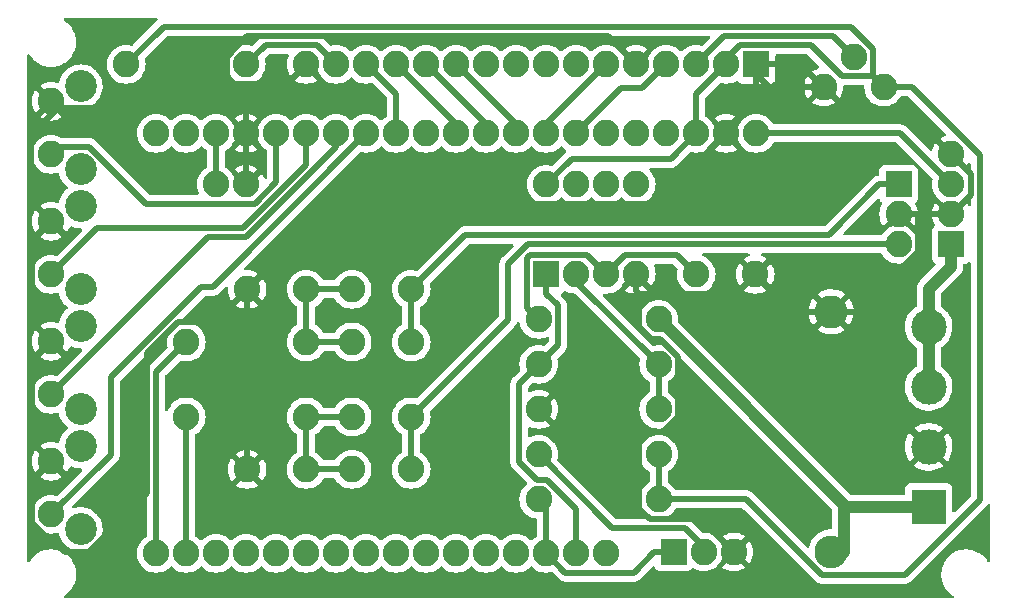
<source format=gbl>
G04 #@! TF.GenerationSoftware,KiCad,Pcbnew,6.0.2+dfsg-1*
G04 #@! TF.CreationDate,2023-07-29T12:32:43+02:00*
G04 #@! TF.ProjectId,MagicQuartz-Mega,4d616769-6351-4756-9172-747a2d4d6567,rev?*
G04 #@! TF.SameCoordinates,Original*
G04 #@! TF.FileFunction,Copper,L2,Bot*
G04 #@! TF.FilePolarity,Positive*
%FSLAX46Y46*%
G04 Gerber Fmt 4.6, Leading zero omitted, Abs format (unit mm)*
G04 Created by KiCad (PCBNEW 6.0.2+dfsg-1) date 2023-07-29 12:32:43*
%MOMM*%
%LPD*%
G01*
G04 APERTURE LIST*
G04 #@! TA.AperFunction,ComponentPad*
%ADD10C,2.250000*%
G04 #@! TD*
G04 #@! TA.AperFunction,ComponentPad*
%ADD11R,2.250000X2.250000*%
G04 #@! TD*
G04 #@! TA.AperFunction,ComponentPad*
%ADD12C,2.700000*%
G04 #@! TD*
G04 #@! TA.AperFunction,ComponentPad*
%ADD13C,2.800000*%
G04 #@! TD*
G04 #@! TA.AperFunction,ComponentPad*
%ADD14O,2.800000X2.800000*%
G04 #@! TD*
G04 #@! TA.AperFunction,ComponentPad*
%ADD15R,3.000000X3.000000*%
G04 #@! TD*
G04 #@! TA.AperFunction,ComponentPad*
%ADD16C,3.000000*%
G04 #@! TD*
G04 #@! TA.AperFunction,Conductor*
%ADD17C,0.500000*%
G04 #@! TD*
G04 #@! TA.AperFunction,Conductor*
%ADD18C,1.000000*%
G04 #@! TD*
G04 APERTURE END LIST*
D10*
X81280000Y-109220000D03*
X71120000Y-109220000D03*
D11*
X124460000Y-109220000D03*
D10*
X121920000Y-109220000D03*
X119380000Y-109220000D03*
X116840000Y-109220000D03*
X114300000Y-109220000D03*
X111760000Y-109220000D03*
X109220000Y-109220000D03*
X106680000Y-109220000D03*
X104140000Y-109220000D03*
X101600000Y-109220000D03*
X99060000Y-109220000D03*
X96520000Y-109220000D03*
X93980000Y-109220000D03*
X91440000Y-109220000D03*
X88900000Y-109220000D03*
X86360000Y-109220000D03*
D12*
X67260000Y-118090000D03*
X67260000Y-111080000D03*
D10*
X64770000Y-116840000D03*
X64770000Y-112340000D03*
D12*
X67260000Y-141560000D03*
X67260000Y-148570000D03*
D10*
X64770000Y-147320000D03*
X64770000Y-142820000D03*
X86360000Y-132715000D03*
X76200000Y-132715000D03*
X95250000Y-139065000D03*
X90250000Y-139065000D03*
X95250000Y-128270000D03*
X90250000Y-128270000D03*
X86360000Y-128270000D03*
X81360000Y-128270000D03*
X95250000Y-132715000D03*
X90250000Y-132715000D03*
X119380000Y-127000000D03*
X124380000Y-127000000D03*
X106045000Y-138430000D03*
X116205000Y-138430000D03*
X116205000Y-134620000D03*
X106045000Y-134620000D03*
D11*
X136525000Y-119380000D03*
D10*
X136525000Y-121920000D03*
X136525000Y-124460000D03*
D13*
X130810000Y-130175000D03*
D14*
X130810000Y-150495000D03*
D10*
X106045000Y-130810000D03*
X116205000Y-130810000D03*
D12*
X67260000Y-138410000D03*
X67260000Y-131400000D03*
D10*
X64770000Y-137160000D03*
X64770000Y-132660000D03*
D15*
X139065000Y-146685000D03*
D16*
X139065000Y-141605000D03*
X139065000Y-136525000D03*
X139065000Y-131445000D03*
D11*
X140970000Y-124460000D03*
D10*
X140970000Y-121920000D03*
X140970000Y-119380000D03*
X140970000Y-116840000D03*
X78740000Y-119380000D03*
X81280000Y-119380000D03*
D11*
X117475000Y-150495000D03*
D10*
X120015000Y-150495000D03*
X122555000Y-150495000D03*
X106045000Y-146050000D03*
X116205000Y-146050000D03*
X106045000Y-142240000D03*
X116205000Y-142240000D03*
X116840000Y-115062000D03*
X119380000Y-115062000D03*
X111760000Y-150622000D03*
X109220000Y-150622000D03*
X106680000Y-150622000D03*
X104140000Y-150622000D03*
X101600000Y-150622000D03*
X99060000Y-150622000D03*
X96520000Y-150622000D03*
X93980000Y-150622000D03*
X109220000Y-115062000D03*
X106680000Y-115062000D03*
X104140000Y-115062000D03*
X101600000Y-115062000D03*
X99060000Y-115062000D03*
X96520000Y-115062000D03*
X93980000Y-115062000D03*
X91440000Y-115062000D03*
X88900000Y-115062000D03*
X86360000Y-115062000D03*
X83820000Y-115062000D03*
X81280000Y-115062000D03*
X78740000Y-115062000D03*
X76200000Y-115062000D03*
X73660000Y-115062000D03*
X91440000Y-150622000D03*
X88900000Y-150622000D03*
X86360000Y-150622000D03*
X83820000Y-150622000D03*
X81280000Y-150622000D03*
X78740000Y-150622000D03*
X76200000Y-150622000D03*
X73660000Y-150622000D03*
X121920000Y-115062000D03*
X114300000Y-115062000D03*
X111760000Y-115062000D03*
X124460000Y-115062000D03*
D12*
X67260000Y-121240000D03*
X67260000Y-128250000D03*
D10*
X64770000Y-127000000D03*
X64770000Y-122500000D03*
X135255000Y-111125000D03*
X132715000Y-108585000D03*
X130175000Y-111125000D03*
D11*
X106680000Y-127000000D03*
D10*
X109220000Y-127000000D03*
X111760000Y-127000000D03*
X114300000Y-127000000D03*
X114300000Y-119380000D03*
X111760000Y-119380000D03*
X109220000Y-119380000D03*
X106680000Y-119380000D03*
X86360000Y-139065000D03*
X76200000Y-139065000D03*
X86360000Y-143510000D03*
X81360000Y-143510000D03*
X95250000Y-143510000D03*
X90250000Y-143510000D03*
D17*
X138157700Y-121920000D02*
X140970000Y-121920000D01*
X81280000Y-115062000D02*
X81280000Y-119380000D01*
X63144600Y-141194600D02*
X63144600Y-134285400D01*
X125552400Y-111125000D02*
X130175000Y-111125000D01*
X117845200Y-133956800D02*
X116325700Y-132437300D01*
X111912200Y-106832200D02*
X114300000Y-109220000D01*
X138157700Y-125141600D02*
X133124300Y-130175000D01*
X116325700Y-132437300D02*
X115529700Y-132437300D01*
X81360000Y-143510000D02*
X81360000Y-131053300D01*
X117845200Y-139099600D02*
X117845200Y-133956800D01*
X77521900Y-112948100D02*
X79618000Y-110852000D01*
X72909600Y-145543600D02*
X72909600Y-133670200D01*
X124380000Y-127000000D02*
X122724200Y-128655800D01*
X75526500Y-131053300D02*
X81360000Y-131053300D01*
X130810000Y-130175000D02*
X127555000Y-130175000D01*
X64968200Y-149524100D02*
X65920600Y-150476500D01*
X63144600Y-124125400D02*
X63144600Y-131034600D01*
X114300000Y-128425200D02*
X114300000Y-127000000D01*
X63099600Y-115226600D02*
X65378100Y-112948100D01*
X142612900Y-118482900D02*
X140970000Y-116840000D01*
X114577100Y-140335000D02*
X116609800Y-140335000D01*
X114577100Y-146823200D02*
X114577100Y-140335000D01*
X140970000Y-116840000D02*
X137566600Y-113436600D01*
X114530600Y-131438200D02*
X114530600Y-128655800D01*
X121920000Y-115062000D02*
X115976700Y-121005300D01*
X64626200Y-149524100D02*
X64968200Y-149524100D01*
X65920600Y-150476500D02*
X67976700Y-150476500D01*
X115529700Y-132437300D02*
X114530600Y-131438200D01*
X63144600Y-144445400D02*
X63144600Y-148042500D01*
X81280000Y-110852000D02*
X81280000Y-115062000D01*
X115453400Y-147699500D02*
X114577100Y-146823200D01*
X63144600Y-134285400D02*
X64770000Y-132660000D01*
X133124300Y-135664300D02*
X133124300Y-130175000D01*
X79618000Y-110852000D02*
X81280000Y-110852000D01*
X121920000Y-114757400D02*
X121920000Y-115062000D01*
X136525000Y-121920000D02*
X138157700Y-121920000D01*
X138157700Y-121920000D02*
X138157700Y-125141600D01*
X81366100Y-106832200D02*
X111912200Y-106832200D01*
X81360000Y-131053300D02*
X81360000Y-128270000D01*
X84728000Y-110852000D02*
X86360000Y-109220000D01*
X106045000Y-138430000D02*
X107950000Y-140335000D01*
X88624700Y-121005300D02*
X81360000Y-128270000D01*
X116609800Y-140335000D02*
X117845200Y-139099600D01*
X64770000Y-112340000D02*
X65378100Y-112948100D01*
X115976700Y-121005300D02*
X88624700Y-121005300D01*
X81280000Y-110852000D02*
X84728000Y-110852000D01*
X65378100Y-112948100D02*
X77521900Y-112948100D01*
X132486600Y-113436600D02*
X130175000Y-111125000D01*
X122555000Y-150495000D02*
X119759500Y-147699500D01*
X63144600Y-131034600D02*
X64770000Y-132660000D01*
X127555000Y-130175000D02*
X124380000Y-127000000D01*
X107950000Y-140335000D02*
X114577100Y-140335000D01*
X64770000Y-122500000D02*
X63099600Y-120829600D01*
X79618000Y-108580300D02*
X81366100Y-106832200D01*
X72909600Y-133670200D02*
X75526500Y-131053300D01*
X133124300Y-130175000D02*
X130810000Y-130175000D01*
X124460000Y-109220000D02*
X124460000Y-110032600D01*
X139065000Y-141605000D02*
X133124300Y-135664300D01*
X67976700Y-150476500D02*
X72909600Y-145543600D01*
X64770000Y-122500000D02*
X63144600Y-124125400D01*
X79618000Y-110852000D02*
X79618000Y-108580300D01*
X63099600Y-120829600D02*
X63099600Y-115226600D01*
X114530600Y-128655800D02*
X114300000Y-128425200D01*
X63144600Y-148042500D02*
X64626200Y-149524100D01*
X140970000Y-121920000D02*
X142612900Y-120277100D01*
X122724200Y-128655800D02*
X114530600Y-128655800D01*
X64770000Y-142820000D02*
X63144600Y-144445400D01*
X124460000Y-110032600D02*
X125552400Y-111125000D01*
X142612900Y-120277100D02*
X142612900Y-118482900D01*
X64770000Y-142820000D02*
X63144600Y-141194600D01*
X125552400Y-111125000D02*
X121920000Y-114757400D01*
X119759500Y-147699500D02*
X115453400Y-147699500D01*
X137566600Y-113436600D02*
X132486600Y-113436600D01*
X123127800Y-107594700D02*
X121920000Y-108802500D01*
X121920000Y-109220000D02*
X119380000Y-111760000D01*
X131718800Y-110229600D02*
X129083900Y-107594700D01*
X119380000Y-115062000D02*
X117221000Y-117221000D01*
X134373200Y-110229600D02*
X134373200Y-110243200D01*
X143405400Y-146068800D02*
X137052500Y-152421700D01*
X108839000Y-117221000D02*
X106680000Y-119380000D01*
X137052500Y-152421700D02*
X130003400Y-152421700D01*
X134373200Y-110229600D02*
X131718800Y-110229600D01*
X134373200Y-107893000D02*
X134373200Y-110229600D01*
X130003400Y-152421700D02*
X123631700Y-146050000D01*
X135255000Y-111125000D02*
X137618500Y-111125000D01*
X116205000Y-146050000D02*
X116205000Y-142240000D01*
X129083900Y-107594700D02*
X123127800Y-107594700D01*
X71120000Y-109220000D02*
X74314600Y-106025400D01*
X132505600Y-106025400D02*
X134373200Y-107893000D01*
X121920000Y-108802500D02*
X121920000Y-109220000D01*
X123631700Y-146050000D02*
X116205000Y-146050000D01*
X143405400Y-116911900D02*
X143405400Y-146068800D01*
X134373200Y-110243200D02*
X135255000Y-111125000D01*
X74314600Y-106025400D02*
X132505600Y-106025400D01*
X117221000Y-117221000D02*
X108839000Y-117221000D01*
X119380000Y-111760000D02*
X119380000Y-115062000D01*
X137618500Y-111125000D02*
X143405400Y-116911900D01*
X103474900Y-130840100D02*
X95250000Y-139065000D01*
X105138000Y-124460000D02*
X103474900Y-126123100D01*
X103474900Y-126123100D02*
X103474900Y-130840100D01*
X136525000Y-124460000D02*
X105138000Y-124460000D01*
X95250000Y-139065000D02*
X95250000Y-143510000D01*
X121774200Y-106825800D02*
X119380000Y-109220000D01*
X132715000Y-108585000D02*
X130955800Y-106825800D01*
X130955800Y-106825800D02*
X121774200Y-106825800D01*
X81280000Y-109220000D02*
X82916600Y-107583400D01*
X87263400Y-107583400D02*
X88900000Y-109220000D01*
X82916600Y-107583400D02*
X87263400Y-107583400D01*
X86360000Y-132715000D02*
X90250000Y-132715000D01*
X86360000Y-128270000D02*
X90250000Y-128270000D01*
X86360000Y-132715000D02*
X86360000Y-128270000D01*
X86360000Y-143510000D02*
X90250000Y-143510000D01*
X86360000Y-139065000D02*
X90250000Y-139065000D01*
X86360000Y-139065000D02*
X86360000Y-143510000D01*
X130605700Y-123674000D02*
X99846000Y-123674000D01*
X95250000Y-128270000D02*
X95250000Y-132715000D01*
X134899700Y-119380000D02*
X130605700Y-123674000D01*
X99846000Y-123674000D02*
X95250000Y-128270000D01*
X136525000Y-119380000D02*
X134899700Y-119380000D01*
X105054600Y-125604700D02*
X105054600Y-129819600D01*
X113385300Y-125374700D02*
X111760000Y-127000000D01*
X111760000Y-127000000D02*
X110134600Y-125374600D01*
X110134600Y-125374600D02*
X105284700Y-125374600D01*
X119380000Y-127000000D02*
X117754700Y-125374700D01*
X117754700Y-125374700D02*
X113385300Y-125374700D01*
X105054600Y-129819600D02*
X106045000Y-130810000D01*
X105284700Y-125374600D02*
X105054600Y-125604700D01*
X116205000Y-134620000D02*
X109220000Y-127635000D01*
X116205000Y-134620000D02*
X116205000Y-138430000D01*
X109220000Y-127635000D02*
X109220000Y-127000000D01*
X113055600Y-111226400D02*
X114833600Y-111226400D01*
X109220000Y-115062000D02*
X113055600Y-111226400D01*
X114833600Y-111226400D02*
X116840000Y-109220000D01*
X106680000Y-114300000D02*
X106680000Y-115062000D01*
X111760000Y-109220000D02*
X106680000Y-114300000D01*
X99060000Y-109220000D02*
X104140000Y-114300000D01*
X104140000Y-114300000D02*
X104140000Y-115062000D01*
X101600000Y-114300000D02*
X101600000Y-115062000D01*
X96520000Y-109220000D02*
X101600000Y-114300000D01*
X99060000Y-114300000D02*
X99060000Y-115062000D01*
X93980000Y-109220000D02*
X99060000Y-114300000D01*
X91440000Y-109220000D02*
X93980000Y-111760000D01*
X93980000Y-111760000D02*
X93980000Y-115062000D01*
X76200000Y-132715000D02*
X73660000Y-135255000D01*
X73660000Y-135255000D02*
X73660000Y-150622000D01*
X76200000Y-139065000D02*
X76200000Y-150622000D01*
X105896700Y-144390100D02*
X106747200Y-144390100D01*
X106045000Y-134620000D02*
X104411100Y-136253900D01*
X104411100Y-142904500D02*
X105896700Y-144390100D01*
X106747200Y-144390100D02*
X109220000Y-146862900D01*
X104411100Y-136253900D02*
X104411100Y-142904500D01*
X106680000Y-128625300D02*
X107678700Y-129624000D01*
X109220000Y-146862900D02*
X109220000Y-150622000D01*
X107678700Y-132986300D02*
X106045000Y-134620000D01*
X106680000Y-127000000D02*
X106680000Y-128625300D01*
X107678700Y-129624000D02*
X107678700Y-132986300D01*
X83820000Y-115062000D02*
X83820000Y-119175200D01*
X67991400Y-116203000D02*
X65407000Y-116203000D01*
X81989900Y-121005300D02*
X72793700Y-121005300D01*
X72793700Y-121005300D02*
X67991400Y-116203000D01*
X83820000Y-119175200D02*
X81989900Y-121005300D01*
X65407000Y-116203000D02*
X64770000Y-116840000D01*
X86360000Y-117701000D02*
X80970600Y-123090400D01*
X68679600Y-123090400D02*
X64770000Y-127000000D01*
X86360000Y-115062000D02*
X86360000Y-117701000D01*
X80970600Y-123090400D02*
X68679600Y-123090400D01*
X78089200Y-123840800D02*
X64770000Y-137160000D01*
X88900000Y-116222300D02*
X81281500Y-123840800D01*
X88900000Y-115062000D02*
X88900000Y-116222300D01*
X81281500Y-123840800D02*
X78089200Y-123840800D01*
X77475100Y-128043400D02*
X69802800Y-135715700D01*
X69802800Y-135715700D02*
X69802800Y-142287200D01*
X69802800Y-142287200D02*
X64770000Y-147320000D01*
X91440000Y-115062000D02*
X78458600Y-128043400D01*
X78458600Y-128043400D02*
X77475100Y-128043400D01*
D18*
X131885200Y-146685000D02*
X131885200Y-146490200D01*
X139065000Y-146685000D02*
X136814700Y-146685000D01*
X136814700Y-146685000D02*
X131885200Y-146685000D01*
X131885200Y-146490200D02*
X116205000Y-130810000D01*
X131885200Y-150495000D02*
X131885200Y-146685000D01*
X130810000Y-150495000D02*
X131885200Y-150495000D01*
D17*
X78740000Y-119380000D02*
X78740000Y-115062000D01*
X106045000Y-146050000D02*
X106680000Y-146685000D01*
X108313800Y-152255800D02*
X114088900Y-152255800D01*
X106680000Y-146685000D02*
X106680000Y-150622000D01*
X106680000Y-150622000D02*
X108313800Y-152255800D01*
X114088900Y-152255800D02*
X115849700Y-150495000D01*
X117475000Y-150495000D02*
X115849700Y-150495000D01*
X112254900Y-148449900D02*
X106045000Y-142240000D01*
X120015000Y-150495000D02*
X120015000Y-150071100D01*
X120015000Y-150071100D02*
X118393800Y-148449900D01*
X118393800Y-148449900D02*
X112254900Y-148449900D01*
D18*
X139065000Y-128240300D02*
X139065000Y-131445000D01*
X140970000Y-126335300D02*
X139065000Y-128240300D01*
X139065000Y-131445000D02*
X139065000Y-136525000D01*
X140970000Y-124460000D02*
X140970000Y-126335300D01*
D17*
X136652000Y-115062000D02*
X140970000Y-119380000D01*
X124460000Y-115062000D02*
X136652000Y-115062000D01*
G04 #@! TA.AperFunction,Conductor*
G36*
X73748243Y-105303002D02*
G01*
X73794736Y-105356658D01*
X73804840Y-105426932D01*
X73771648Y-105495597D01*
X73771525Y-105495727D01*
X73769094Y-105498225D01*
X71659571Y-107607748D01*
X71597259Y-107641774D01*
X71541064Y-107641172D01*
X71457895Y-107621205D01*
X71381139Y-107602777D01*
X71381133Y-107602776D01*
X71376326Y-107601622D01*
X71120000Y-107581449D01*
X70863674Y-107601622D01*
X70858867Y-107602776D01*
X70858861Y-107602777D01*
X70700502Y-107640796D01*
X70613660Y-107661645D01*
X70609089Y-107663538D01*
X70609087Y-107663539D01*
X70380687Y-107758145D01*
X70380683Y-107758147D01*
X70376113Y-107760040D01*
X70156884Y-107894384D01*
X69961369Y-108061369D01*
X69794384Y-108256884D01*
X69660040Y-108476113D01*
X69658147Y-108480683D01*
X69658145Y-108480687D01*
X69563539Y-108709087D01*
X69561645Y-108713660D01*
X69560490Y-108718472D01*
X69505883Y-108945926D01*
X69501622Y-108963674D01*
X69481449Y-109220000D01*
X69501622Y-109476326D01*
X69502776Y-109481133D01*
X69502777Y-109481139D01*
X69528622Y-109588790D01*
X69561645Y-109726340D01*
X69563538Y-109730911D01*
X69563539Y-109730913D01*
X69658144Y-109959309D01*
X69660040Y-109963887D01*
X69794384Y-110183116D01*
X69961369Y-110378631D01*
X70156884Y-110545616D01*
X70376113Y-110679960D01*
X70380683Y-110681853D01*
X70380687Y-110681855D01*
X70609087Y-110776461D01*
X70613660Y-110778355D01*
X70661274Y-110789786D01*
X70858861Y-110837223D01*
X70858867Y-110837224D01*
X70863674Y-110838378D01*
X71120000Y-110858551D01*
X71376326Y-110838378D01*
X71381133Y-110837224D01*
X71381139Y-110837223D01*
X71578726Y-110789786D01*
X71626340Y-110778355D01*
X71630913Y-110776461D01*
X71859313Y-110681855D01*
X71859317Y-110681853D01*
X71863887Y-110679960D01*
X72083116Y-110545616D01*
X72278631Y-110378631D01*
X72445616Y-110183116D01*
X72579960Y-109963887D01*
X72581857Y-109959309D01*
X72676461Y-109730913D01*
X72676462Y-109730911D01*
X72678355Y-109726340D01*
X72711378Y-109588790D01*
X72737223Y-109481139D01*
X72737224Y-109481133D01*
X72738378Y-109476326D01*
X72758551Y-109220000D01*
X72738378Y-108963674D01*
X72734118Y-108945926D01*
X72698828Y-108798938D01*
X72702375Y-108728030D01*
X72732252Y-108680429D01*
X74591876Y-106820805D01*
X74654188Y-106786779D01*
X74680971Y-106783900D01*
X82336460Y-106783900D01*
X82404581Y-106803902D01*
X82451074Y-106857558D01*
X82461178Y-106927832D01*
X82431684Y-106992412D01*
X82426602Y-106997406D01*
X82426748Y-106997544D01*
X82373472Y-107053783D01*
X82371094Y-107056225D01*
X81819571Y-107607748D01*
X81757259Y-107641774D01*
X81701064Y-107641172D01*
X81617895Y-107621205D01*
X81541139Y-107602777D01*
X81541133Y-107602776D01*
X81536326Y-107601622D01*
X81280000Y-107581449D01*
X81023674Y-107601622D01*
X81018867Y-107602776D01*
X81018861Y-107602777D01*
X80860502Y-107640796D01*
X80773660Y-107661645D01*
X80769089Y-107663538D01*
X80769087Y-107663539D01*
X80540687Y-107758145D01*
X80540683Y-107758147D01*
X80536113Y-107760040D01*
X80316884Y-107894384D01*
X80121369Y-108061369D01*
X79954384Y-108256884D01*
X79820040Y-108476113D01*
X79818147Y-108480683D01*
X79818145Y-108480687D01*
X79723539Y-108709087D01*
X79721645Y-108713660D01*
X79720490Y-108718472D01*
X79665883Y-108945926D01*
X79661622Y-108963674D01*
X79641449Y-109220000D01*
X79661622Y-109476326D01*
X79662776Y-109481133D01*
X79662777Y-109481139D01*
X79688622Y-109588790D01*
X79721645Y-109726340D01*
X79723538Y-109730911D01*
X79723539Y-109730913D01*
X79818144Y-109959309D01*
X79820040Y-109963887D01*
X79954384Y-110183116D01*
X80121369Y-110378631D01*
X80316884Y-110545616D01*
X80536113Y-110679960D01*
X80540683Y-110681853D01*
X80540687Y-110681855D01*
X80769087Y-110776461D01*
X80773660Y-110778355D01*
X80821274Y-110789786D01*
X81018861Y-110837223D01*
X81018867Y-110837224D01*
X81023674Y-110838378D01*
X81280000Y-110858551D01*
X81536326Y-110838378D01*
X81541133Y-110837224D01*
X81541139Y-110837223D01*
X81738726Y-110789786D01*
X81786340Y-110778355D01*
X81790913Y-110776461D01*
X82019313Y-110681855D01*
X82019317Y-110681853D01*
X82023887Y-110679960D01*
X82243116Y-110545616D01*
X82244457Y-110544471D01*
X85400884Y-110544471D01*
X85404570Y-110549740D01*
X85612121Y-110676927D01*
X85620915Y-110681408D01*
X85849242Y-110775984D01*
X85858627Y-110779033D01*
X86098940Y-110836728D01*
X86108687Y-110838271D01*
X86355070Y-110857662D01*
X86364930Y-110857662D01*
X86611313Y-110838271D01*
X86621060Y-110836728D01*
X86861373Y-110779033D01*
X86870758Y-110775984D01*
X87099085Y-110681408D01*
X87107879Y-110676927D01*
X87313928Y-110550660D01*
X87319190Y-110542599D01*
X87313183Y-110532393D01*
X86372812Y-109592022D01*
X86358868Y-109584408D01*
X86357035Y-109584539D01*
X86350420Y-109588790D01*
X85408276Y-110530934D01*
X85400884Y-110544471D01*
X82244457Y-110544471D01*
X82438631Y-110378631D01*
X82605616Y-110183116D01*
X82739960Y-109963887D01*
X82741857Y-109959309D01*
X82836461Y-109730913D01*
X82836462Y-109730911D01*
X82838355Y-109726340D01*
X82871378Y-109588790D01*
X82897223Y-109481139D01*
X82897224Y-109481133D01*
X82898378Y-109476326D01*
X82918551Y-109220000D01*
X82898378Y-108963674D01*
X82894118Y-108945926D01*
X82858828Y-108798938D01*
X82862375Y-108728030D01*
X82892252Y-108680429D01*
X83193876Y-108378805D01*
X83256188Y-108344779D01*
X83282971Y-108341900D01*
X84767602Y-108341900D01*
X84835723Y-108361902D01*
X84882216Y-108415558D01*
X84892320Y-108485832D01*
X84884011Y-108516118D01*
X84804016Y-108709242D01*
X84800967Y-108718627D01*
X84743272Y-108958940D01*
X84741729Y-108968687D01*
X84722338Y-109215070D01*
X84722338Y-109224930D01*
X84741729Y-109471313D01*
X84743272Y-109481060D01*
X84800967Y-109721373D01*
X84804016Y-109730758D01*
X84898592Y-109959085D01*
X84903073Y-109967879D01*
X85029340Y-110173928D01*
X85037401Y-110179190D01*
X85047607Y-110173183D01*
X86270905Y-108949885D01*
X86333217Y-108915859D01*
X86404032Y-108920924D01*
X86449095Y-108949885D01*
X87406013Y-109906803D01*
X87433327Y-109947681D01*
X87438143Y-109959309D01*
X87438145Y-109959313D01*
X87440040Y-109963887D01*
X87574384Y-110183116D01*
X87741369Y-110378631D01*
X87936884Y-110545616D01*
X88156113Y-110679960D01*
X88160683Y-110681853D01*
X88160687Y-110681855D01*
X88389087Y-110776461D01*
X88393660Y-110778355D01*
X88441274Y-110789786D01*
X88638861Y-110837223D01*
X88638867Y-110837224D01*
X88643674Y-110838378D01*
X88900000Y-110858551D01*
X89156326Y-110838378D01*
X89161133Y-110837224D01*
X89161139Y-110837223D01*
X89358726Y-110789786D01*
X89406340Y-110778355D01*
X89410913Y-110776461D01*
X89639313Y-110681855D01*
X89639317Y-110681853D01*
X89643887Y-110679960D01*
X89863116Y-110545616D01*
X90058631Y-110378631D01*
X90074191Y-110360413D01*
X90133640Y-110321605D01*
X90204634Y-110321099D01*
X90265809Y-110360413D01*
X90281369Y-110378631D01*
X90476884Y-110545616D01*
X90696113Y-110679960D01*
X90700683Y-110681853D01*
X90700687Y-110681855D01*
X90929087Y-110776461D01*
X90933660Y-110778355D01*
X90981274Y-110789786D01*
X91178861Y-110837223D01*
X91178867Y-110837224D01*
X91183674Y-110838378D01*
X91440000Y-110858551D01*
X91696326Y-110838378D01*
X91701133Y-110837224D01*
X91701139Y-110837223D01*
X91788496Y-110816250D01*
X91861064Y-110798828D01*
X91931970Y-110802375D01*
X91979571Y-110832252D01*
X93184595Y-112037276D01*
X93218621Y-112099588D01*
X93221500Y-112126371D01*
X93221500Y-113540431D01*
X93201498Y-113608552D01*
X93161335Y-113647864D01*
X93137290Y-113662599D01*
X93016884Y-113736384D01*
X92821369Y-113903369D01*
X92805809Y-113921587D01*
X92746360Y-113960395D01*
X92675366Y-113960901D01*
X92614191Y-113921587D01*
X92598631Y-113903369D01*
X92403116Y-113736384D01*
X92183887Y-113602040D01*
X92179317Y-113600147D01*
X92179313Y-113600145D01*
X91950913Y-113505539D01*
X91950911Y-113505538D01*
X91946340Y-113503645D01*
X91859498Y-113482796D01*
X91701139Y-113444777D01*
X91701133Y-113444776D01*
X91696326Y-113443622D01*
X91440000Y-113423449D01*
X91183674Y-113443622D01*
X91178867Y-113444776D01*
X91178861Y-113444777D01*
X91020502Y-113482796D01*
X90933660Y-113503645D01*
X90929089Y-113505538D01*
X90929087Y-113505539D01*
X90700687Y-113600145D01*
X90700683Y-113600147D01*
X90696113Y-113602040D01*
X90476884Y-113736384D01*
X90281369Y-113903369D01*
X90265809Y-113921587D01*
X90206360Y-113960395D01*
X90135366Y-113960901D01*
X90074191Y-113921587D01*
X90058631Y-113903369D01*
X89863116Y-113736384D01*
X89643887Y-113602040D01*
X89639317Y-113600147D01*
X89639313Y-113600145D01*
X89410913Y-113505539D01*
X89410911Y-113505538D01*
X89406340Y-113503645D01*
X89319498Y-113482796D01*
X89161139Y-113444777D01*
X89161133Y-113444776D01*
X89156326Y-113443622D01*
X88900000Y-113423449D01*
X88643674Y-113443622D01*
X88638867Y-113444776D01*
X88638861Y-113444777D01*
X88480502Y-113482796D01*
X88393660Y-113503645D01*
X88389089Y-113505538D01*
X88389087Y-113505539D01*
X88160687Y-113600145D01*
X88160683Y-113600147D01*
X88156113Y-113602040D01*
X87936884Y-113736384D01*
X87741369Y-113903369D01*
X87725809Y-113921587D01*
X87666360Y-113960395D01*
X87595366Y-113960901D01*
X87534191Y-113921587D01*
X87518631Y-113903369D01*
X87323116Y-113736384D01*
X87103887Y-113602040D01*
X87099317Y-113600147D01*
X87099313Y-113600145D01*
X86870913Y-113505539D01*
X86870911Y-113505538D01*
X86866340Y-113503645D01*
X86779498Y-113482796D01*
X86621139Y-113444777D01*
X86621133Y-113444776D01*
X86616326Y-113443622D01*
X86360000Y-113423449D01*
X86103674Y-113443622D01*
X86098867Y-113444776D01*
X86098861Y-113444777D01*
X85940502Y-113482796D01*
X85853660Y-113503645D01*
X85849089Y-113505538D01*
X85849087Y-113505539D01*
X85620687Y-113600145D01*
X85620683Y-113600147D01*
X85616113Y-113602040D01*
X85396884Y-113736384D01*
X85201369Y-113903369D01*
X85185809Y-113921587D01*
X85126360Y-113960395D01*
X85055366Y-113960901D01*
X84994191Y-113921587D01*
X84978631Y-113903369D01*
X84783116Y-113736384D01*
X84563887Y-113602040D01*
X84559317Y-113600147D01*
X84559313Y-113600145D01*
X84330913Y-113505539D01*
X84330911Y-113505538D01*
X84326340Y-113503645D01*
X84239498Y-113482796D01*
X84081139Y-113444777D01*
X84081133Y-113444776D01*
X84076326Y-113443622D01*
X83820000Y-113423449D01*
X83563674Y-113443622D01*
X83558867Y-113444776D01*
X83558861Y-113444777D01*
X83400502Y-113482796D01*
X83313660Y-113503645D01*
X83309089Y-113505538D01*
X83309087Y-113505539D01*
X83080687Y-113600145D01*
X83080683Y-113600147D01*
X83076113Y-113602040D01*
X82856884Y-113736384D01*
X82661369Y-113903369D01*
X82494384Y-114098884D01*
X82360040Y-114318113D01*
X82358147Y-114322683D01*
X82358143Y-114322691D01*
X82353327Y-114334319D01*
X82326013Y-114375197D01*
X81652022Y-115049188D01*
X81644408Y-115063132D01*
X81644539Y-115064965D01*
X81648790Y-115071580D01*
X82326013Y-115748803D01*
X82353327Y-115789681D01*
X82358143Y-115801309D01*
X82358145Y-115801313D01*
X82360040Y-115805887D01*
X82494384Y-116025116D01*
X82661369Y-116220631D01*
X82856884Y-116387616D01*
X82861101Y-116390200D01*
X83001335Y-116476136D01*
X83048966Y-116528784D01*
X83061500Y-116583569D01*
X83061500Y-118780241D01*
X83041498Y-118848362D01*
X82987842Y-118894855D01*
X82917568Y-118904959D01*
X82852988Y-118875465D01*
X82819091Y-118828459D01*
X82741408Y-118640915D01*
X82736927Y-118632121D01*
X82610660Y-118426072D01*
X82602599Y-118420810D01*
X82592393Y-118426817D01*
X81369095Y-119650115D01*
X81306783Y-119684141D01*
X81235968Y-119679076D01*
X81190905Y-119650115D01*
X80233987Y-118693197D01*
X80206673Y-118652319D01*
X80201857Y-118640691D01*
X80201853Y-118640683D01*
X80199960Y-118636113D01*
X80065616Y-118416884D01*
X79898631Y-118221369D01*
X79706648Y-118057401D01*
X80320810Y-118057401D01*
X80326817Y-118067607D01*
X81267188Y-119007978D01*
X81281132Y-119015592D01*
X81282965Y-119015461D01*
X81289580Y-119011210D01*
X82231724Y-118069066D01*
X82239116Y-118055529D01*
X82235430Y-118050260D01*
X82027879Y-117923073D01*
X82019085Y-117918592D01*
X81790758Y-117824016D01*
X81781373Y-117820967D01*
X81541060Y-117763272D01*
X81531313Y-117761729D01*
X81284930Y-117742338D01*
X81275070Y-117742338D01*
X81028687Y-117761729D01*
X81018940Y-117763272D01*
X80778627Y-117820967D01*
X80769242Y-117824016D01*
X80540915Y-117918592D01*
X80532121Y-117923073D01*
X80326072Y-118049340D01*
X80320810Y-118057401D01*
X79706648Y-118057401D01*
X79703116Y-118054384D01*
X79613557Y-117999502D01*
X79558665Y-117965864D01*
X79511034Y-117913216D01*
X79498500Y-117858431D01*
X79498500Y-116583569D01*
X79518502Y-116515448D01*
X79558665Y-116476136D01*
X79698899Y-116390200D01*
X79703116Y-116387616D01*
X79704457Y-116386471D01*
X80320884Y-116386471D01*
X80324570Y-116391740D01*
X80532121Y-116518927D01*
X80540915Y-116523408D01*
X80769242Y-116617984D01*
X80778627Y-116621033D01*
X81018940Y-116678728D01*
X81028687Y-116680271D01*
X81275070Y-116699662D01*
X81284930Y-116699662D01*
X81531313Y-116680271D01*
X81541060Y-116678728D01*
X81781373Y-116621033D01*
X81790758Y-116617984D01*
X82019085Y-116523408D01*
X82027879Y-116518927D01*
X82233928Y-116392660D01*
X82239190Y-116384599D01*
X82233183Y-116374393D01*
X81292812Y-115434022D01*
X81278868Y-115426408D01*
X81277035Y-115426539D01*
X81270420Y-115430790D01*
X80328276Y-116372934D01*
X80320884Y-116386471D01*
X79704457Y-116386471D01*
X79898631Y-116220631D01*
X80065616Y-116025116D01*
X80199960Y-115805887D01*
X80201855Y-115801313D01*
X80201857Y-115801309D01*
X80206673Y-115789681D01*
X80233987Y-115748803D01*
X80907978Y-115074812D01*
X80915592Y-115060868D01*
X80915461Y-115059035D01*
X80911210Y-115052420D01*
X80233987Y-114375197D01*
X80206673Y-114334319D01*
X80201857Y-114322691D01*
X80201853Y-114322683D01*
X80199960Y-114318113D01*
X80065616Y-114098884D01*
X79898631Y-113903369D01*
X79706648Y-113739401D01*
X80320810Y-113739401D01*
X80326817Y-113749607D01*
X81267188Y-114689978D01*
X81281132Y-114697592D01*
X81282965Y-114697461D01*
X81289580Y-114693210D01*
X82231724Y-113751066D01*
X82239116Y-113737529D01*
X82235430Y-113732260D01*
X82027879Y-113605073D01*
X82019085Y-113600592D01*
X81790758Y-113506016D01*
X81781373Y-113502967D01*
X81541060Y-113445272D01*
X81531313Y-113443729D01*
X81284930Y-113424338D01*
X81275070Y-113424338D01*
X81028687Y-113443729D01*
X81018940Y-113445272D01*
X80778627Y-113502967D01*
X80769242Y-113506016D01*
X80540915Y-113600592D01*
X80532121Y-113605073D01*
X80326072Y-113731340D01*
X80320810Y-113739401D01*
X79706648Y-113739401D01*
X79703116Y-113736384D01*
X79483887Y-113602040D01*
X79479317Y-113600147D01*
X79479313Y-113600145D01*
X79250913Y-113505539D01*
X79250911Y-113505538D01*
X79246340Y-113503645D01*
X79159498Y-113482796D01*
X79001139Y-113444777D01*
X79001133Y-113444776D01*
X78996326Y-113443622D01*
X78740000Y-113423449D01*
X78483674Y-113443622D01*
X78478867Y-113444776D01*
X78478861Y-113444777D01*
X78320502Y-113482796D01*
X78233660Y-113503645D01*
X78229089Y-113505538D01*
X78229087Y-113505539D01*
X78000687Y-113600145D01*
X78000683Y-113600147D01*
X77996113Y-113602040D01*
X77776884Y-113736384D01*
X77581369Y-113903369D01*
X77565809Y-113921587D01*
X77506360Y-113960395D01*
X77435366Y-113960901D01*
X77374191Y-113921587D01*
X77358631Y-113903369D01*
X77163116Y-113736384D01*
X76943887Y-113602040D01*
X76939317Y-113600147D01*
X76939313Y-113600145D01*
X76710913Y-113505539D01*
X76710911Y-113505538D01*
X76706340Y-113503645D01*
X76619498Y-113482796D01*
X76461139Y-113444777D01*
X76461133Y-113444776D01*
X76456326Y-113443622D01*
X76200000Y-113423449D01*
X75943674Y-113443622D01*
X75938867Y-113444776D01*
X75938861Y-113444777D01*
X75780502Y-113482796D01*
X75693660Y-113503645D01*
X75689089Y-113505538D01*
X75689087Y-113505539D01*
X75460687Y-113600145D01*
X75460683Y-113600147D01*
X75456113Y-113602040D01*
X75236884Y-113736384D01*
X75041369Y-113903369D01*
X75025809Y-113921587D01*
X74966360Y-113960395D01*
X74895366Y-113960901D01*
X74834191Y-113921587D01*
X74818631Y-113903369D01*
X74623116Y-113736384D01*
X74403887Y-113602040D01*
X74399317Y-113600147D01*
X74399313Y-113600145D01*
X74170913Y-113505539D01*
X74170911Y-113505538D01*
X74166340Y-113503645D01*
X74079498Y-113482796D01*
X73921139Y-113444777D01*
X73921133Y-113444776D01*
X73916326Y-113443622D01*
X73660000Y-113423449D01*
X73403674Y-113443622D01*
X73398867Y-113444776D01*
X73398861Y-113444777D01*
X73240502Y-113482796D01*
X73153660Y-113503645D01*
X73149089Y-113505538D01*
X73149087Y-113505539D01*
X72920687Y-113600145D01*
X72920683Y-113600147D01*
X72916113Y-113602040D01*
X72696884Y-113736384D01*
X72501369Y-113903369D01*
X72334384Y-114098884D01*
X72200040Y-114318113D01*
X72198147Y-114322683D01*
X72198145Y-114322687D01*
X72121815Y-114506965D01*
X72101645Y-114555660D01*
X72100490Y-114560472D01*
X72067602Y-114697461D01*
X72041622Y-114805674D01*
X72021449Y-115062000D01*
X72041622Y-115318326D01*
X72042776Y-115323133D01*
X72042777Y-115323139D01*
X72079689Y-115476888D01*
X72101645Y-115568340D01*
X72103538Y-115572911D01*
X72103539Y-115572913D01*
X72198144Y-115801309D01*
X72200040Y-115805887D01*
X72334384Y-116025116D01*
X72501369Y-116220631D01*
X72696884Y-116387616D01*
X72916113Y-116521960D01*
X72920683Y-116523853D01*
X72920687Y-116523855D01*
X73148952Y-116618405D01*
X73153660Y-116620355D01*
X73215261Y-116635144D01*
X73398861Y-116679223D01*
X73398867Y-116679224D01*
X73403674Y-116680378D01*
X73660000Y-116700551D01*
X73916326Y-116680378D01*
X73921133Y-116679224D01*
X73921139Y-116679223D01*
X74104739Y-116635144D01*
X74166340Y-116620355D01*
X74171048Y-116618405D01*
X74399313Y-116523855D01*
X74399317Y-116523853D01*
X74403887Y-116521960D01*
X74623116Y-116387616D01*
X74818631Y-116220631D01*
X74834191Y-116202413D01*
X74893640Y-116163605D01*
X74964634Y-116163099D01*
X75025809Y-116202413D01*
X75041369Y-116220631D01*
X75236884Y-116387616D01*
X75456113Y-116521960D01*
X75460683Y-116523853D01*
X75460687Y-116523855D01*
X75688952Y-116618405D01*
X75693660Y-116620355D01*
X75755261Y-116635144D01*
X75938861Y-116679223D01*
X75938867Y-116679224D01*
X75943674Y-116680378D01*
X76200000Y-116700551D01*
X76456326Y-116680378D01*
X76461133Y-116679224D01*
X76461139Y-116679223D01*
X76644739Y-116635144D01*
X76706340Y-116620355D01*
X76711048Y-116618405D01*
X76939313Y-116523855D01*
X76939317Y-116523853D01*
X76943887Y-116521960D01*
X77163116Y-116387616D01*
X77358631Y-116220631D01*
X77374191Y-116202413D01*
X77433640Y-116163605D01*
X77504634Y-116163099D01*
X77565809Y-116202413D01*
X77581369Y-116220631D01*
X77776884Y-116387616D01*
X77781101Y-116390200D01*
X77921335Y-116476136D01*
X77968966Y-116528784D01*
X77981500Y-116583569D01*
X77981500Y-117858431D01*
X77961498Y-117926552D01*
X77921335Y-117965864D01*
X77866443Y-117999502D01*
X77776884Y-118054384D01*
X77581369Y-118221369D01*
X77414384Y-118416884D01*
X77280040Y-118636113D01*
X77278147Y-118640683D01*
X77278145Y-118640687D01*
X77190783Y-118851598D01*
X77181645Y-118873660D01*
X77180490Y-118878472D01*
X77142078Y-119038470D01*
X77121622Y-119123674D01*
X77101449Y-119380000D01*
X77121622Y-119636326D01*
X77122776Y-119641133D01*
X77122777Y-119641139D01*
X77139459Y-119710622D01*
X77181645Y-119886340D01*
X77183538Y-119890911D01*
X77183539Y-119890913D01*
X77258789Y-120072582D01*
X77266378Y-120143172D01*
X77234599Y-120206659D01*
X77173541Y-120242886D01*
X77142380Y-120246800D01*
X73160071Y-120246800D01*
X73091950Y-120226798D01*
X73070976Y-120209895D01*
X68575170Y-115714089D01*
X68562784Y-115699677D01*
X68554251Y-115688082D01*
X68554246Y-115688077D01*
X68549908Y-115682182D01*
X68544330Y-115677443D01*
X68544327Y-115677440D01*
X68509632Y-115647965D01*
X68502116Y-115641035D01*
X68496421Y-115635340D01*
X68490280Y-115630482D01*
X68474149Y-115617719D01*
X68470745Y-115614928D01*
X68420697Y-115572409D01*
X68420695Y-115572408D01*
X68415115Y-115567667D01*
X68408599Y-115564339D01*
X68403550Y-115560972D01*
X68398421Y-115557805D01*
X68392684Y-115553266D01*
X68326525Y-115522345D01*
X68322625Y-115520439D01*
X68317065Y-115517600D01*
X68257592Y-115487231D01*
X68250484Y-115485492D01*
X68244841Y-115483393D01*
X68239078Y-115481476D01*
X68232450Y-115478378D01*
X68160983Y-115463513D01*
X68156699Y-115462543D01*
X68085790Y-115445192D01*
X68080188Y-115444844D01*
X68080185Y-115444844D01*
X68074636Y-115444500D01*
X68074638Y-115444464D01*
X68070645Y-115444225D01*
X68066453Y-115443851D01*
X68059285Y-115442360D01*
X67993075Y-115444151D01*
X67981879Y-115444454D01*
X67978472Y-115444500D01*
X65654612Y-115444500D01*
X65588777Y-115425932D01*
X65518117Y-115382631D01*
X65518106Y-115382625D01*
X65513887Y-115380040D01*
X65509317Y-115378147D01*
X65509313Y-115378145D01*
X65280913Y-115283539D01*
X65280911Y-115283538D01*
X65276340Y-115281645D01*
X65189498Y-115260796D01*
X65031139Y-115222777D01*
X65031133Y-115222776D01*
X65026326Y-115221622D01*
X64770000Y-115201449D01*
X64513674Y-115221622D01*
X64508867Y-115222776D01*
X64508861Y-115222777D01*
X64350502Y-115260796D01*
X64263660Y-115281645D01*
X64259089Y-115283538D01*
X64259087Y-115283539D01*
X64030687Y-115378145D01*
X64030683Y-115378147D01*
X64026113Y-115380040D01*
X63806884Y-115514384D01*
X63611369Y-115681369D01*
X63444384Y-115876884D01*
X63310040Y-116096113D01*
X63308147Y-116100683D01*
X63308145Y-116100687D01*
X63225530Y-116300139D01*
X63211645Y-116333660D01*
X63199416Y-116384599D01*
X63154914Y-116569963D01*
X63151622Y-116583674D01*
X63131449Y-116840000D01*
X63151622Y-117096326D01*
X63211645Y-117346340D01*
X63213538Y-117350911D01*
X63213539Y-117350913D01*
X63296255Y-117550606D01*
X63310040Y-117583887D01*
X63444384Y-117803116D01*
X63611369Y-117998631D01*
X63806884Y-118165616D01*
X64026113Y-118299960D01*
X64030683Y-118301853D01*
X64030687Y-118301855D01*
X64259087Y-118396461D01*
X64263660Y-118398355D01*
X64325157Y-118413119D01*
X64508861Y-118457223D01*
X64508867Y-118457224D01*
X64513674Y-118458378D01*
X64770000Y-118478551D01*
X65026326Y-118458378D01*
X65031133Y-118457224D01*
X65031139Y-118457223D01*
X65271534Y-118399509D01*
X65271536Y-118399508D01*
X65276340Y-118398355D01*
X65280904Y-118396465D01*
X65281469Y-118396281D01*
X65352437Y-118394255D01*
X65413234Y-118430919D01*
X65444352Y-118493479D01*
X65454489Y-118548988D01*
X65454491Y-118548995D01*
X65455290Y-118553371D01*
X65481038Y-118630546D01*
X65530034Y-118777405D01*
X65538584Y-118803034D01*
X65588405Y-118902741D01*
X65617950Y-118961869D01*
X65656225Y-119038470D01*
X65805865Y-119254982D01*
X65984520Y-119448249D01*
X66130465Y-119567067D01*
X66170662Y-119625584D01*
X66172842Y-119696547D01*
X66136310Y-119757424D01*
X66124171Y-119767292D01*
X66072322Y-119804344D01*
X66069095Y-119807422D01*
X66069093Y-119807424D01*
X65981574Y-119890913D01*
X65881885Y-119986011D01*
X65718945Y-120192700D01*
X65690529Y-120241622D01*
X65588987Y-120416438D01*
X65588984Y-120416444D01*
X65586753Y-120420285D01*
X65585083Y-120424408D01*
X65531568Y-120556531D01*
X65487947Y-120664225D01*
X65486876Y-120668537D01*
X65486873Y-120668546D01*
X65468306Y-120743295D01*
X65443824Y-120841855D01*
X65440766Y-120854164D01*
X65404932Y-120915454D01*
X65341650Y-120947641D01*
X65279545Y-120943622D01*
X65271373Y-120940967D01*
X65031060Y-120883272D01*
X65021313Y-120881729D01*
X64774930Y-120862338D01*
X64765070Y-120862338D01*
X64518687Y-120881729D01*
X64508940Y-120883272D01*
X64268627Y-120940967D01*
X64259242Y-120944016D01*
X64030915Y-121038592D01*
X64022121Y-121043073D01*
X63816072Y-121169340D01*
X63810810Y-121177401D01*
X63816817Y-121187607D01*
X66080934Y-123451724D01*
X66094471Y-123459116D01*
X66099740Y-123455430D01*
X66226927Y-123247879D01*
X66231408Y-123239085D01*
X66327878Y-123006185D01*
X66329015Y-123006656D01*
X66365861Y-122952784D01*
X66431261Y-122925156D01*
X66494740Y-122934310D01*
X66652359Y-123001054D01*
X66652364Y-123001056D01*
X66656462Y-123002791D01*
X66660760Y-123003930D01*
X66660764Y-123003932D01*
X66763501Y-123031172D01*
X66910862Y-123070244D01*
X67172229Y-123101179D01*
X67291836Y-123098360D01*
X67360408Y-123116751D01*
X67408152Y-123169297D01*
X67419909Y-123239313D01*
X67391946Y-123304571D01*
X67383899Y-123313420D01*
X65309571Y-125387748D01*
X65247259Y-125421774D01*
X65191064Y-125421172D01*
X65112162Y-125402229D01*
X65031139Y-125382777D01*
X65031133Y-125382776D01*
X65026326Y-125381622D01*
X64770000Y-125361449D01*
X64513674Y-125381622D01*
X64508867Y-125382776D01*
X64508861Y-125382777D01*
X64358404Y-125418899D01*
X64263660Y-125441645D01*
X64259089Y-125443538D01*
X64259087Y-125443539D01*
X64030687Y-125538145D01*
X64030683Y-125538147D01*
X64026113Y-125540040D01*
X63806884Y-125674384D01*
X63611369Y-125841369D01*
X63444384Y-126036884D01*
X63310040Y-126256113D01*
X63308147Y-126260683D01*
X63308145Y-126260687D01*
X63213539Y-126489087D01*
X63211645Y-126493660D01*
X63200521Y-126539996D01*
X63157583Y-126718846D01*
X63151622Y-126743674D01*
X63131449Y-127000000D01*
X63151622Y-127256326D01*
X63152776Y-127261133D01*
X63152777Y-127261139D01*
X63177611Y-127364580D01*
X63211645Y-127506340D01*
X63213538Y-127510911D01*
X63213539Y-127510913D01*
X63308144Y-127739309D01*
X63310040Y-127743887D01*
X63444384Y-127963116D01*
X63611369Y-128158631D01*
X63806884Y-128325616D01*
X64026113Y-128459960D01*
X64030683Y-128461853D01*
X64030687Y-128461855D01*
X64259087Y-128556461D01*
X64263660Y-128558355D01*
X64313119Y-128570229D01*
X64508861Y-128617223D01*
X64508867Y-128617224D01*
X64513674Y-128618378D01*
X64770000Y-128638551D01*
X65026326Y-128618378D01*
X65031133Y-128617224D01*
X65031139Y-128617223D01*
X65271534Y-128559509D01*
X65271536Y-128559508D01*
X65276340Y-128558355D01*
X65280904Y-128556465D01*
X65281469Y-128556281D01*
X65352437Y-128554255D01*
X65413234Y-128590919D01*
X65444352Y-128653479D01*
X65454489Y-128708988D01*
X65454491Y-128708995D01*
X65455290Y-128713371D01*
X65466431Y-128746765D01*
X65535788Y-128954652D01*
X65538584Y-128963034D01*
X65581290Y-129048502D01*
X65636848Y-129159690D01*
X65656225Y-129198470D01*
X65658754Y-129202129D01*
X65789983Y-129392002D01*
X65805865Y-129414982D01*
X65870020Y-129484384D01*
X65965587Y-129587767D01*
X65984520Y-129608249D01*
X66130465Y-129727067D01*
X66170662Y-129785584D01*
X66172842Y-129856547D01*
X66136310Y-129917424D01*
X66124171Y-129927292D01*
X66072322Y-129964344D01*
X66069095Y-129967422D01*
X66069093Y-129967424D01*
X65890808Y-130137499D01*
X65881885Y-130146011D01*
X65879129Y-130149507D01*
X65766877Y-130291899D01*
X65718945Y-130352700D01*
X65692280Y-130398607D01*
X65588987Y-130576438D01*
X65588984Y-130576444D01*
X65586753Y-130580285D01*
X65585083Y-130584408D01*
X65495706Y-130805070D01*
X65487947Y-130824225D01*
X65486876Y-130828537D01*
X65486873Y-130828546D01*
X65440766Y-131014164D01*
X65404932Y-131075454D01*
X65341650Y-131107641D01*
X65279545Y-131103622D01*
X65271373Y-131100967D01*
X65031060Y-131043272D01*
X65021313Y-131041729D01*
X64774930Y-131022338D01*
X64765070Y-131022338D01*
X64518687Y-131041729D01*
X64508940Y-131043272D01*
X64268627Y-131100967D01*
X64259242Y-131104016D01*
X64030915Y-131198592D01*
X64022121Y-131203073D01*
X63816072Y-131329340D01*
X63810810Y-131337401D01*
X63816817Y-131347607D01*
X66080934Y-133611724D01*
X66094471Y-133619116D01*
X66099740Y-133615430D01*
X66226927Y-133407879D01*
X66231408Y-133399085D01*
X66327878Y-133166185D01*
X66329015Y-133166656D01*
X66365861Y-133112784D01*
X66431261Y-133085156D01*
X66494740Y-133094310D01*
X66652359Y-133161054D01*
X66652364Y-133161056D01*
X66656462Y-133162791D01*
X66660760Y-133163930D01*
X66660764Y-133163932D01*
X66783662Y-133196517D01*
X66910862Y-133230244D01*
X67172229Y-133261179D01*
X67291836Y-133258360D01*
X67360408Y-133276751D01*
X67408152Y-133329297D01*
X67419909Y-133399313D01*
X67391946Y-133464571D01*
X67383899Y-133473420D01*
X65309571Y-135547748D01*
X65247259Y-135581774D01*
X65191064Y-135581172D01*
X65112162Y-135562229D01*
X65031139Y-135542777D01*
X65031133Y-135542776D01*
X65026326Y-135541622D01*
X64770000Y-135521449D01*
X64513674Y-135541622D01*
X64508867Y-135542776D01*
X64508861Y-135542777D01*
X64398882Y-135569181D01*
X64263660Y-135601645D01*
X64259089Y-135603538D01*
X64259087Y-135603539D01*
X64030687Y-135698145D01*
X64030683Y-135698147D01*
X64026113Y-135700040D01*
X63806884Y-135834384D01*
X63611369Y-136001369D01*
X63444384Y-136196884D01*
X63310040Y-136416113D01*
X63308147Y-136420683D01*
X63308145Y-136420687D01*
X63213539Y-136649087D01*
X63211645Y-136653660D01*
X63210490Y-136658472D01*
X63163864Y-136852684D01*
X63151622Y-136903674D01*
X63131449Y-137160000D01*
X63151622Y-137416326D01*
X63152776Y-137421133D01*
X63152777Y-137421139D01*
X63173760Y-137508539D01*
X63211645Y-137666340D01*
X63213538Y-137670911D01*
X63213539Y-137670913D01*
X63218182Y-137682121D01*
X63310040Y-137903887D01*
X63444384Y-138123116D01*
X63611369Y-138318631D01*
X63806884Y-138485616D01*
X64026113Y-138619960D01*
X64030683Y-138621853D01*
X64030687Y-138621855D01*
X64259087Y-138716461D01*
X64263660Y-138718355D01*
X64350502Y-138739204D01*
X64508861Y-138777223D01*
X64508867Y-138777224D01*
X64513674Y-138778378D01*
X64770000Y-138798551D01*
X65026326Y-138778378D01*
X65031133Y-138777224D01*
X65031139Y-138777223D01*
X65271534Y-138719509D01*
X65271536Y-138719508D01*
X65276340Y-138718355D01*
X65280904Y-138716465D01*
X65281469Y-138716281D01*
X65352437Y-138714255D01*
X65413234Y-138750919D01*
X65444352Y-138813478D01*
X65447112Y-138828590D01*
X65454489Y-138868988D01*
X65454491Y-138868995D01*
X65455290Y-138873371D01*
X65538584Y-139123034D01*
X65597652Y-139241247D01*
X65617950Y-139281869D01*
X65656225Y-139358470D01*
X65658754Y-139362129D01*
X65782619Y-139541347D01*
X65805865Y-139574982D01*
X65984520Y-139768249D01*
X66130465Y-139887067D01*
X66170662Y-139945584D01*
X66172842Y-140016547D01*
X66136310Y-140077424D01*
X66124171Y-140087292D01*
X66072322Y-140124344D01*
X66069095Y-140127422D01*
X66069093Y-140127424D01*
X65964874Y-140226844D01*
X65881885Y-140306011D01*
X65718945Y-140512700D01*
X65674341Y-140589491D01*
X65588987Y-140736438D01*
X65588984Y-140736444D01*
X65586753Y-140740285D01*
X65585083Y-140744408D01*
X65516236Y-140914384D01*
X65487947Y-140984225D01*
X65486876Y-140988537D01*
X65486873Y-140988546D01*
X65440766Y-141174164D01*
X65404932Y-141235454D01*
X65341650Y-141267641D01*
X65279545Y-141263622D01*
X65271373Y-141260967D01*
X65031060Y-141203272D01*
X65021313Y-141201729D01*
X64774930Y-141182338D01*
X64765070Y-141182338D01*
X64518687Y-141201729D01*
X64508940Y-141203272D01*
X64268627Y-141260967D01*
X64259242Y-141264016D01*
X64030915Y-141358592D01*
X64022121Y-141363073D01*
X63816072Y-141489340D01*
X63810810Y-141497401D01*
X63816817Y-141507607D01*
X66080934Y-143771724D01*
X66094471Y-143779116D01*
X66099740Y-143775430D01*
X66226927Y-143567879D01*
X66231408Y-143559085D01*
X66327878Y-143326185D01*
X66329015Y-143326656D01*
X66365861Y-143272784D01*
X66431261Y-143245156D01*
X66494740Y-143254310D01*
X66652359Y-143321054D01*
X66652364Y-143321056D01*
X66656462Y-143322791D01*
X66660760Y-143323930D01*
X66660764Y-143323932D01*
X66783662Y-143356517D01*
X66910862Y-143390244D01*
X67172229Y-143421179D01*
X67291836Y-143418360D01*
X67360408Y-143436751D01*
X67408152Y-143489297D01*
X67419909Y-143559313D01*
X67391946Y-143624571D01*
X67383899Y-143633420D01*
X65309571Y-145707748D01*
X65247259Y-145741774D01*
X65191064Y-145741172D01*
X65112162Y-145722229D01*
X65031139Y-145702777D01*
X65031133Y-145702776D01*
X65026326Y-145701622D01*
X64770000Y-145681449D01*
X64513674Y-145701622D01*
X64508867Y-145702776D01*
X64508861Y-145702777D01*
X64350502Y-145740796D01*
X64263660Y-145761645D01*
X64259089Y-145763538D01*
X64259087Y-145763539D01*
X64030687Y-145858145D01*
X64030683Y-145858147D01*
X64026113Y-145860040D01*
X63806884Y-145994384D01*
X63611369Y-146161369D01*
X63444384Y-146356884D01*
X63310040Y-146576113D01*
X63308147Y-146580683D01*
X63308145Y-146580687D01*
X63218087Y-146798107D01*
X63211645Y-146813660D01*
X63197872Y-146871030D01*
X63159030Y-147032818D01*
X63151622Y-147063674D01*
X63131449Y-147320000D01*
X63151622Y-147576326D01*
X63152776Y-147581133D01*
X63152777Y-147581139D01*
X63183707Y-147709969D01*
X63211645Y-147826340D01*
X63213538Y-147830911D01*
X63213539Y-147830913D01*
X63304359Y-148050171D01*
X63310040Y-148063887D01*
X63444384Y-148283116D01*
X63611369Y-148478631D01*
X63806884Y-148645616D01*
X64026113Y-148779960D01*
X64030683Y-148781853D01*
X64030687Y-148781855D01*
X64259087Y-148876461D01*
X64263660Y-148878355D01*
X64350502Y-148899204D01*
X64508861Y-148937223D01*
X64508867Y-148937224D01*
X64513674Y-148938378D01*
X64770000Y-148958551D01*
X65026326Y-148938378D01*
X65031133Y-148937224D01*
X65031139Y-148937223D01*
X65271534Y-148879509D01*
X65271536Y-148879508D01*
X65276340Y-148878355D01*
X65280904Y-148876465D01*
X65281469Y-148876281D01*
X65352437Y-148874255D01*
X65413234Y-148910919D01*
X65444352Y-148973479D01*
X65454489Y-149028988D01*
X65454491Y-149028995D01*
X65455290Y-149033371D01*
X65456699Y-149037594D01*
X65514476Y-149210772D01*
X65538584Y-149283034D01*
X65563629Y-149333156D01*
X65628693Y-149463369D01*
X65656225Y-149518470D01*
X65671846Y-149541072D01*
X65772419Y-149686589D01*
X65805865Y-149734982D01*
X65984520Y-149928249D01*
X66188623Y-150094415D01*
X66192431Y-150096708D01*
X66192433Y-150096709D01*
X66410288Y-150227868D01*
X66410292Y-150227870D01*
X66414104Y-150230165D01*
X66486935Y-150261005D01*
X66652359Y-150331054D01*
X66652364Y-150331056D01*
X66656462Y-150332791D01*
X66660760Y-150333930D01*
X66660764Y-150333932D01*
X66762328Y-150360861D01*
X66910862Y-150400244D01*
X67172229Y-150431179D01*
X67435347Y-150424978D01*
X67439745Y-150424246D01*
X67690576Y-150382496D01*
X67690580Y-150382495D01*
X67694966Y-150381765D01*
X67699207Y-150380424D01*
X67699210Y-150380423D01*
X67941661Y-150303746D01*
X67941663Y-150303745D01*
X67945907Y-150302403D01*
X67949918Y-150300477D01*
X67949923Y-150300475D01*
X68179143Y-150190405D01*
X68179144Y-150190404D01*
X68183162Y-150188475D01*
X68298981Y-150111087D01*
X68398289Y-150044732D01*
X68398293Y-150044729D01*
X68401997Y-150042254D01*
X68405314Y-150039283D01*
X68405318Y-150039280D01*
X68594729Y-149869629D01*
X68594730Y-149869628D01*
X68598047Y-149866657D01*
X68767398Y-149665189D01*
X68771331Y-149658884D01*
X68904320Y-149445643D01*
X68906674Y-149441869D01*
X68938111Y-149370761D01*
X69011295Y-149205219D01*
X69013093Y-149201152D01*
X69084534Y-148947843D01*
X69093867Y-148878355D01*
X69119143Y-148690176D01*
X69119144Y-148690168D01*
X69119570Y-148686994D01*
X69120789Y-148648200D01*
X69123146Y-148573222D01*
X69123146Y-148573217D01*
X69123247Y-148570000D01*
X69121200Y-148541081D01*
X69104974Y-148311915D01*
X69104659Y-148307466D01*
X69103637Y-148302715D01*
X69050201Y-148054523D01*
X69049264Y-148050171D01*
X68966689Y-147826340D01*
X68959710Y-147807424D01*
X68958169Y-147803247D01*
X68885398Y-147668378D01*
X68835304Y-147575538D01*
X68833191Y-147571622D01*
X68676824Y-147359918D01*
X68642382Y-147324930D01*
X68586166Y-147267825D01*
X68492187Y-147172358D01*
X68488647Y-147169657D01*
X68488641Y-147169651D01*
X68286506Y-147015386D01*
X68286502Y-147015383D01*
X68282965Y-147012684D01*
X68053332Y-146884084D01*
X67807870Y-146789122D01*
X67803545Y-146788119D01*
X67803540Y-146788118D01*
X67662794Y-146755495D01*
X67551476Y-146729693D01*
X67289267Y-146706983D01*
X67284832Y-146707227D01*
X67284828Y-146707227D01*
X67030916Y-146721200D01*
X67030909Y-146721201D01*
X67026473Y-146721445D01*
X66898369Y-146746927D01*
X66772711Y-146771921D01*
X66772706Y-146771922D01*
X66768339Y-146772791D01*
X66764139Y-146774266D01*
X66764135Y-146774267D01*
X66707263Y-146794239D01*
X66636363Y-146797937D01*
X66574718Y-146762717D01*
X66541901Y-146699760D01*
X66548330Y-146629055D01*
X66576420Y-146586261D01*
X70291711Y-142870970D01*
X70306123Y-142858584D01*
X70317718Y-142850051D01*
X70317723Y-142850046D01*
X70323618Y-142845708D01*
X70328357Y-142840130D01*
X70328360Y-142840127D01*
X70357835Y-142805432D01*
X70364765Y-142797916D01*
X70370460Y-142792221D01*
X70380468Y-142779571D01*
X70388081Y-142769949D01*
X70390872Y-142766545D01*
X70433391Y-142716497D01*
X70433392Y-142716495D01*
X70438133Y-142710915D01*
X70441461Y-142704399D01*
X70444828Y-142699350D01*
X70447995Y-142694221D01*
X70452534Y-142688484D01*
X70483455Y-142622325D01*
X70485361Y-142618425D01*
X70518569Y-142553392D01*
X70520308Y-142546284D01*
X70522407Y-142540641D01*
X70524324Y-142534878D01*
X70527422Y-142528250D01*
X70542287Y-142456783D01*
X70543257Y-142452499D01*
X70544695Y-142446621D01*
X70560608Y-142381590D01*
X70561300Y-142370436D01*
X70561336Y-142370438D01*
X70561575Y-142366445D01*
X70561949Y-142362253D01*
X70563440Y-142355085D01*
X70561346Y-142277679D01*
X70561300Y-142274272D01*
X70561300Y-136082071D01*
X70581302Y-136013950D01*
X70598205Y-135992976D01*
X74407601Y-132183580D01*
X74469913Y-132149554D01*
X74540728Y-132154619D01*
X74597564Y-132197166D01*
X74622375Y-132263686D01*
X74619215Y-132302089D01*
X74583173Y-132452214D01*
X74581622Y-132458674D01*
X74561449Y-132715000D01*
X74581622Y-132971326D01*
X74582776Y-132976133D01*
X74582777Y-132976139D01*
X74590366Y-133007748D01*
X74606202Y-133073707D01*
X74621172Y-133136062D01*
X74617625Y-133206970D01*
X74587748Y-133254571D01*
X73171089Y-134671230D01*
X73156677Y-134683616D01*
X73145082Y-134692149D01*
X73145077Y-134692154D01*
X73139182Y-134696492D01*
X73134443Y-134702070D01*
X73134440Y-134702073D01*
X73104965Y-134736768D01*
X73098035Y-134744284D01*
X73092340Y-134749979D01*
X73090060Y-134752861D01*
X73074719Y-134772251D01*
X73071928Y-134775655D01*
X73030671Y-134824218D01*
X73024667Y-134831285D01*
X73021339Y-134837801D01*
X73017972Y-134842850D01*
X73014805Y-134847979D01*
X73010266Y-134853716D01*
X72979345Y-134919875D01*
X72977442Y-134923769D01*
X72944231Y-134988808D01*
X72942492Y-134995916D01*
X72940393Y-135001559D01*
X72938476Y-135007322D01*
X72935378Y-135013950D01*
X72933888Y-135021112D01*
X72933888Y-135021113D01*
X72920514Y-135085412D01*
X72919544Y-135089696D01*
X72902192Y-135160610D01*
X72901500Y-135171764D01*
X72901464Y-135171762D01*
X72901225Y-135175755D01*
X72900851Y-135179947D01*
X72899360Y-135187115D01*
X72900075Y-135213561D01*
X72901454Y-135264521D01*
X72901500Y-135267928D01*
X72901500Y-149100431D01*
X72881498Y-149168552D01*
X72841335Y-149207864D01*
X72838153Y-149209814D01*
X72696884Y-149296384D01*
X72501369Y-149463369D01*
X72334384Y-149658884D01*
X72200040Y-149878113D01*
X72198147Y-149882683D01*
X72198145Y-149882687D01*
X72109495Y-150096709D01*
X72101645Y-150115660D01*
X72100490Y-150120472D01*
X72049243Y-150333932D01*
X72041622Y-150365674D01*
X72021449Y-150622000D01*
X72041622Y-150878326D01*
X72042776Y-150883133D01*
X72042777Y-150883139D01*
X72071155Y-151001340D01*
X72101645Y-151128340D01*
X72103538Y-151132911D01*
X72103539Y-151132913D01*
X72197085Y-151358752D01*
X72200040Y-151365887D01*
X72334384Y-151585116D01*
X72501369Y-151780631D01*
X72696884Y-151947616D01*
X72916113Y-152081960D01*
X72920683Y-152083853D01*
X72920687Y-152083855D01*
X73149087Y-152178461D01*
X73153660Y-152180355D01*
X73238936Y-152200828D01*
X73398861Y-152239223D01*
X73398867Y-152239224D01*
X73403674Y-152240378D01*
X73660000Y-152260551D01*
X73916326Y-152240378D01*
X73921133Y-152239224D01*
X73921139Y-152239223D01*
X74081064Y-152200828D01*
X74166340Y-152180355D01*
X74170913Y-152178461D01*
X74399313Y-152083855D01*
X74399317Y-152083853D01*
X74403887Y-152081960D01*
X74623116Y-151947616D01*
X74818631Y-151780631D01*
X74834191Y-151762413D01*
X74893640Y-151723605D01*
X74964634Y-151723099D01*
X75025809Y-151762413D01*
X75041369Y-151780631D01*
X75236884Y-151947616D01*
X75456113Y-152081960D01*
X75460683Y-152083853D01*
X75460687Y-152083855D01*
X75689087Y-152178461D01*
X75693660Y-152180355D01*
X75778936Y-152200828D01*
X75938861Y-152239223D01*
X75938867Y-152239224D01*
X75943674Y-152240378D01*
X76200000Y-152260551D01*
X76456326Y-152240378D01*
X76461133Y-152239224D01*
X76461139Y-152239223D01*
X76621064Y-152200828D01*
X76706340Y-152180355D01*
X76710913Y-152178461D01*
X76939313Y-152083855D01*
X76939317Y-152083853D01*
X76943887Y-152081960D01*
X77163116Y-151947616D01*
X77358631Y-151780631D01*
X77374191Y-151762413D01*
X77433640Y-151723605D01*
X77504634Y-151723099D01*
X77565809Y-151762413D01*
X77581369Y-151780631D01*
X77776884Y-151947616D01*
X77996113Y-152081960D01*
X78000683Y-152083853D01*
X78000687Y-152083855D01*
X78229087Y-152178461D01*
X78233660Y-152180355D01*
X78318936Y-152200828D01*
X78478861Y-152239223D01*
X78478867Y-152239224D01*
X78483674Y-152240378D01*
X78740000Y-152260551D01*
X78996326Y-152240378D01*
X79001133Y-152239224D01*
X79001139Y-152239223D01*
X79161064Y-152200828D01*
X79246340Y-152180355D01*
X79250913Y-152178461D01*
X79479313Y-152083855D01*
X79479317Y-152083853D01*
X79483887Y-152081960D01*
X79703116Y-151947616D01*
X79898631Y-151780631D01*
X79914191Y-151762413D01*
X79973640Y-151723605D01*
X80044634Y-151723099D01*
X80105809Y-151762413D01*
X80121369Y-151780631D01*
X80316884Y-151947616D01*
X80536113Y-152081960D01*
X80540683Y-152083853D01*
X80540687Y-152083855D01*
X80769087Y-152178461D01*
X80773660Y-152180355D01*
X80858936Y-152200828D01*
X81018861Y-152239223D01*
X81018867Y-152239224D01*
X81023674Y-152240378D01*
X81280000Y-152260551D01*
X81536326Y-152240378D01*
X81541133Y-152239224D01*
X81541139Y-152239223D01*
X81701064Y-152200828D01*
X81786340Y-152180355D01*
X81790913Y-152178461D01*
X82019313Y-152083855D01*
X82019317Y-152083853D01*
X82023887Y-152081960D01*
X82243116Y-151947616D01*
X82438631Y-151780631D01*
X82454191Y-151762413D01*
X82513640Y-151723605D01*
X82584634Y-151723099D01*
X82645809Y-151762413D01*
X82661369Y-151780631D01*
X82856884Y-151947616D01*
X83076113Y-152081960D01*
X83080683Y-152083853D01*
X83080687Y-152083855D01*
X83309087Y-152178461D01*
X83313660Y-152180355D01*
X83398936Y-152200828D01*
X83558861Y-152239223D01*
X83558867Y-152239224D01*
X83563674Y-152240378D01*
X83820000Y-152260551D01*
X84076326Y-152240378D01*
X84081133Y-152239224D01*
X84081139Y-152239223D01*
X84241064Y-152200828D01*
X84326340Y-152180355D01*
X84330913Y-152178461D01*
X84559313Y-152083855D01*
X84559317Y-152083853D01*
X84563887Y-152081960D01*
X84783116Y-151947616D01*
X84978631Y-151780631D01*
X84994191Y-151762413D01*
X85053640Y-151723605D01*
X85124634Y-151723099D01*
X85185809Y-151762413D01*
X85201369Y-151780631D01*
X85396884Y-151947616D01*
X85616113Y-152081960D01*
X85620683Y-152083853D01*
X85620687Y-152083855D01*
X85849087Y-152178461D01*
X85853660Y-152180355D01*
X85938936Y-152200828D01*
X86098861Y-152239223D01*
X86098867Y-152239224D01*
X86103674Y-152240378D01*
X86360000Y-152260551D01*
X86616326Y-152240378D01*
X86621133Y-152239224D01*
X86621139Y-152239223D01*
X86781064Y-152200828D01*
X86866340Y-152180355D01*
X86870913Y-152178461D01*
X87099313Y-152083855D01*
X87099317Y-152083853D01*
X87103887Y-152081960D01*
X87323116Y-151947616D01*
X87518631Y-151780631D01*
X87534191Y-151762413D01*
X87593640Y-151723605D01*
X87664634Y-151723099D01*
X87725809Y-151762413D01*
X87741369Y-151780631D01*
X87936884Y-151947616D01*
X88156113Y-152081960D01*
X88160683Y-152083853D01*
X88160687Y-152083855D01*
X88389087Y-152178461D01*
X88393660Y-152180355D01*
X88478936Y-152200828D01*
X88638861Y-152239223D01*
X88638867Y-152239224D01*
X88643674Y-152240378D01*
X88900000Y-152260551D01*
X89156326Y-152240378D01*
X89161133Y-152239224D01*
X89161139Y-152239223D01*
X89321064Y-152200828D01*
X89406340Y-152180355D01*
X89410913Y-152178461D01*
X89639313Y-152083855D01*
X89639317Y-152083853D01*
X89643887Y-152081960D01*
X89863116Y-151947616D01*
X90058631Y-151780631D01*
X90074191Y-151762413D01*
X90133640Y-151723605D01*
X90204634Y-151723099D01*
X90265809Y-151762413D01*
X90281369Y-151780631D01*
X90476884Y-151947616D01*
X90696113Y-152081960D01*
X90700683Y-152083853D01*
X90700687Y-152083855D01*
X90929087Y-152178461D01*
X90933660Y-152180355D01*
X91018936Y-152200828D01*
X91178861Y-152239223D01*
X91178867Y-152239224D01*
X91183674Y-152240378D01*
X91440000Y-152260551D01*
X91696326Y-152240378D01*
X91701133Y-152239224D01*
X91701139Y-152239223D01*
X91861064Y-152200828D01*
X91946340Y-152180355D01*
X91950913Y-152178461D01*
X92179313Y-152083855D01*
X92179317Y-152083853D01*
X92183887Y-152081960D01*
X92403116Y-151947616D01*
X92598631Y-151780631D01*
X92614191Y-151762413D01*
X92673640Y-151723605D01*
X92744634Y-151723099D01*
X92805809Y-151762413D01*
X92821369Y-151780631D01*
X93016884Y-151947616D01*
X93236113Y-152081960D01*
X93240683Y-152083853D01*
X93240687Y-152083855D01*
X93469087Y-152178461D01*
X93473660Y-152180355D01*
X93558936Y-152200828D01*
X93718861Y-152239223D01*
X93718867Y-152239224D01*
X93723674Y-152240378D01*
X93980000Y-152260551D01*
X94236326Y-152240378D01*
X94241133Y-152239224D01*
X94241139Y-152239223D01*
X94401064Y-152200828D01*
X94486340Y-152180355D01*
X94490913Y-152178461D01*
X94719313Y-152083855D01*
X94719317Y-152083853D01*
X94723887Y-152081960D01*
X94943116Y-151947616D01*
X95138631Y-151780631D01*
X95154191Y-151762413D01*
X95213640Y-151723605D01*
X95284634Y-151723099D01*
X95345809Y-151762413D01*
X95361369Y-151780631D01*
X95556884Y-151947616D01*
X95776113Y-152081960D01*
X95780683Y-152083853D01*
X95780687Y-152083855D01*
X96009087Y-152178461D01*
X96013660Y-152180355D01*
X96098936Y-152200828D01*
X96258861Y-152239223D01*
X96258867Y-152239224D01*
X96263674Y-152240378D01*
X96520000Y-152260551D01*
X96776326Y-152240378D01*
X96781133Y-152239224D01*
X96781139Y-152239223D01*
X96941064Y-152200828D01*
X97026340Y-152180355D01*
X97030913Y-152178461D01*
X97259313Y-152083855D01*
X97259317Y-152083853D01*
X97263887Y-152081960D01*
X97483116Y-151947616D01*
X97678631Y-151780631D01*
X97694191Y-151762413D01*
X97753640Y-151723605D01*
X97824634Y-151723099D01*
X97885809Y-151762413D01*
X97901369Y-151780631D01*
X98096884Y-151947616D01*
X98316113Y-152081960D01*
X98320683Y-152083853D01*
X98320687Y-152083855D01*
X98549087Y-152178461D01*
X98553660Y-152180355D01*
X98638936Y-152200828D01*
X98798861Y-152239223D01*
X98798867Y-152239224D01*
X98803674Y-152240378D01*
X99060000Y-152260551D01*
X99316326Y-152240378D01*
X99321133Y-152239224D01*
X99321139Y-152239223D01*
X99481064Y-152200828D01*
X99566340Y-152180355D01*
X99570913Y-152178461D01*
X99799313Y-152083855D01*
X99799317Y-152083853D01*
X99803887Y-152081960D01*
X100023116Y-151947616D01*
X100218631Y-151780631D01*
X100234191Y-151762413D01*
X100293640Y-151723605D01*
X100364634Y-151723099D01*
X100425809Y-151762413D01*
X100441369Y-151780631D01*
X100636884Y-151947616D01*
X100856113Y-152081960D01*
X100860683Y-152083853D01*
X100860687Y-152083855D01*
X101089087Y-152178461D01*
X101093660Y-152180355D01*
X101178936Y-152200828D01*
X101338861Y-152239223D01*
X101338867Y-152239224D01*
X101343674Y-152240378D01*
X101600000Y-152260551D01*
X101856326Y-152240378D01*
X101861133Y-152239224D01*
X101861139Y-152239223D01*
X102021064Y-152200828D01*
X102106340Y-152180355D01*
X102110913Y-152178461D01*
X102339313Y-152083855D01*
X102339317Y-152083853D01*
X102343887Y-152081960D01*
X102563116Y-151947616D01*
X102758631Y-151780631D01*
X102774191Y-151762413D01*
X102833640Y-151723605D01*
X102904634Y-151723099D01*
X102965809Y-151762413D01*
X102981369Y-151780631D01*
X103176884Y-151947616D01*
X103396113Y-152081960D01*
X103400683Y-152083853D01*
X103400687Y-152083855D01*
X103629087Y-152178461D01*
X103633660Y-152180355D01*
X103718936Y-152200828D01*
X103878861Y-152239223D01*
X103878867Y-152239224D01*
X103883674Y-152240378D01*
X104140000Y-152260551D01*
X104396326Y-152240378D01*
X104401133Y-152239224D01*
X104401139Y-152239223D01*
X104561064Y-152200828D01*
X104646340Y-152180355D01*
X104650913Y-152178461D01*
X104879313Y-152083855D01*
X104879317Y-152083853D01*
X104883887Y-152081960D01*
X105103116Y-151947616D01*
X105298631Y-151780631D01*
X105314191Y-151762413D01*
X105373640Y-151723605D01*
X105444634Y-151723099D01*
X105505809Y-151762413D01*
X105521369Y-151780631D01*
X105716884Y-151947616D01*
X105936113Y-152081960D01*
X105940683Y-152083853D01*
X105940687Y-152083855D01*
X106169087Y-152178461D01*
X106173660Y-152180355D01*
X106258936Y-152200828D01*
X106418861Y-152239223D01*
X106418867Y-152239224D01*
X106423674Y-152240378D01*
X106680000Y-152260551D01*
X106936326Y-152240378D01*
X106941133Y-152239224D01*
X106941139Y-152239223D01*
X107022162Y-152219771D01*
X107101064Y-152200828D01*
X107171970Y-152204375D01*
X107219571Y-152234252D01*
X107730030Y-152744711D01*
X107742416Y-152759123D01*
X107750949Y-152770718D01*
X107750954Y-152770723D01*
X107755292Y-152776618D01*
X107760870Y-152781357D01*
X107760873Y-152781360D01*
X107795568Y-152810835D01*
X107803084Y-152817765D01*
X107808779Y-152823460D01*
X107811661Y-152825740D01*
X107831051Y-152841081D01*
X107834455Y-152843872D01*
X107884503Y-152886391D01*
X107890085Y-152891133D01*
X107896601Y-152894461D01*
X107901650Y-152897828D01*
X107906779Y-152900995D01*
X107912516Y-152905534D01*
X107978675Y-152936455D01*
X107982569Y-152938358D01*
X108047608Y-152971569D01*
X108054716Y-152973308D01*
X108060359Y-152975407D01*
X108066122Y-152977324D01*
X108072750Y-152980422D01*
X108079912Y-152981912D01*
X108079913Y-152981912D01*
X108144212Y-152995286D01*
X108148496Y-152996256D01*
X108219410Y-153013608D01*
X108225012Y-153013956D01*
X108225015Y-153013956D01*
X108230564Y-153014300D01*
X108230562Y-153014336D01*
X108234555Y-153014575D01*
X108238747Y-153014949D01*
X108245915Y-153016440D01*
X108323320Y-153014346D01*
X108326728Y-153014300D01*
X114021830Y-153014300D01*
X114040780Y-153015733D01*
X114055015Y-153017899D01*
X114055019Y-153017899D01*
X114062249Y-153018999D01*
X114069541Y-153018406D01*
X114069544Y-153018406D01*
X114114918Y-153014715D01*
X114125133Y-153014300D01*
X114133193Y-153014300D01*
X114150580Y-153012273D01*
X114161407Y-153011011D01*
X114165782Y-153010578D01*
X114231239Y-153005254D01*
X114231242Y-153005253D01*
X114238537Y-153004660D01*
X114245501Y-153002404D01*
X114251460Y-153001213D01*
X114257315Y-152999829D01*
X114264581Y-152998982D01*
X114333227Y-152974065D01*
X114337355Y-152972648D01*
X114399836Y-152952407D01*
X114399838Y-152952406D01*
X114406799Y-152950151D01*
X114413054Y-152946355D01*
X114418528Y-152943849D01*
X114423958Y-152941130D01*
X114430837Y-152938633D01*
X114463291Y-152917355D01*
X114491876Y-152898614D01*
X114495580Y-152896277D01*
X114558007Y-152858395D01*
X114566384Y-152850997D01*
X114566408Y-152851024D01*
X114569400Y-152848371D01*
X114572633Y-152845668D01*
X114578752Y-152841656D01*
X114632028Y-152785417D01*
X114634406Y-152782975D01*
X115665923Y-151751458D01*
X115728235Y-151717432D01*
X115799050Y-151722497D01*
X115855886Y-151765044D01*
X115873000Y-151796324D01*
X115883653Y-151824740D01*
X115899385Y-151866705D01*
X115986739Y-151983261D01*
X116103295Y-152070615D01*
X116239684Y-152121745D01*
X116301866Y-152128500D01*
X118648134Y-152128500D01*
X118710316Y-152121745D01*
X118846705Y-152070615D01*
X118963261Y-151983261D01*
X119005867Y-151926411D01*
X119062724Y-151883899D01*
X119133542Y-151878873D01*
X119172526Y-151894546D01*
X119271113Y-151954960D01*
X119275683Y-151956853D01*
X119275687Y-151956855D01*
X119504087Y-152051461D01*
X119508660Y-152053355D01*
X119558119Y-152065229D01*
X119753861Y-152112223D01*
X119753867Y-152112224D01*
X119758674Y-152113378D01*
X120015000Y-152133551D01*
X120271326Y-152113378D01*
X120276133Y-152112224D01*
X120276139Y-152112223D01*
X120471881Y-152065229D01*
X120521340Y-152053355D01*
X120525913Y-152051461D01*
X120754313Y-151956855D01*
X120754317Y-151956853D01*
X120758887Y-151954960D01*
X120978116Y-151820616D01*
X120979457Y-151819471D01*
X121595884Y-151819471D01*
X121599570Y-151824740D01*
X121807121Y-151951927D01*
X121815915Y-151956408D01*
X122044242Y-152050984D01*
X122053627Y-152054033D01*
X122293940Y-152111728D01*
X122303687Y-152113271D01*
X122550070Y-152132662D01*
X122559930Y-152132662D01*
X122806313Y-152113271D01*
X122816060Y-152111728D01*
X123056373Y-152054033D01*
X123065758Y-152050984D01*
X123294085Y-151956408D01*
X123302879Y-151951927D01*
X123508928Y-151825660D01*
X123514190Y-151817599D01*
X123508183Y-151807393D01*
X122567812Y-150867022D01*
X122553868Y-150859408D01*
X122552035Y-150859539D01*
X122545420Y-150863790D01*
X121603276Y-151805934D01*
X121595884Y-151819471D01*
X120979457Y-151819471D01*
X121173631Y-151653631D01*
X121340616Y-151458116D01*
X121474960Y-151238887D01*
X121476853Y-151234317D01*
X121476857Y-151234309D01*
X121481673Y-151222681D01*
X121508987Y-151181803D01*
X122182978Y-150507812D01*
X122189356Y-150496132D01*
X122919408Y-150496132D01*
X122919539Y-150497965D01*
X122923790Y-150504580D01*
X123865934Y-151446724D01*
X123879471Y-151454116D01*
X123884740Y-151450430D01*
X124011927Y-151242879D01*
X124016408Y-151234085D01*
X124110984Y-151005758D01*
X124114033Y-150996373D01*
X124171728Y-150756060D01*
X124173271Y-150746313D01*
X124192662Y-150499930D01*
X124192662Y-150490070D01*
X124173271Y-150243687D01*
X124171728Y-150233940D01*
X124114033Y-149993627D01*
X124110984Y-149984242D01*
X124016408Y-149755915D01*
X124011927Y-149747121D01*
X123885660Y-149541072D01*
X123877599Y-149535810D01*
X123867393Y-149541817D01*
X122927022Y-150482188D01*
X122919408Y-150496132D01*
X122189356Y-150496132D01*
X122190592Y-150493868D01*
X122190461Y-150492035D01*
X122186210Y-150485420D01*
X121508987Y-149808197D01*
X121481673Y-149767319D01*
X121476857Y-149755691D01*
X121476853Y-149755683D01*
X121474960Y-149751113D01*
X121340616Y-149531884D01*
X121173631Y-149336369D01*
X120981648Y-149172401D01*
X121595810Y-149172401D01*
X121601817Y-149182607D01*
X122542188Y-150122978D01*
X122556132Y-150130592D01*
X122557965Y-150130461D01*
X122564580Y-150126210D01*
X123506724Y-149184066D01*
X123514116Y-149170529D01*
X123510430Y-149165260D01*
X123302879Y-149038073D01*
X123294085Y-149033592D01*
X123065758Y-148939016D01*
X123056373Y-148935967D01*
X122816060Y-148878272D01*
X122806313Y-148876729D01*
X122559930Y-148857338D01*
X122550070Y-148857338D01*
X122303687Y-148876729D01*
X122293940Y-148878272D01*
X122053627Y-148935967D01*
X122044242Y-148939016D01*
X121815915Y-149033592D01*
X121807121Y-149038073D01*
X121601072Y-149164340D01*
X121595810Y-149172401D01*
X120981648Y-149172401D01*
X120978116Y-149169384D01*
X120758887Y-149035040D01*
X120754317Y-149033147D01*
X120754313Y-149033145D01*
X120525913Y-148938539D01*
X120525911Y-148938538D01*
X120521340Y-148936645D01*
X120434498Y-148915796D01*
X120276139Y-148877777D01*
X120276133Y-148877776D01*
X120271326Y-148876622D01*
X120015000Y-148856449D01*
X119941294Y-148862250D01*
X119871815Y-148847654D01*
X119842314Y-148825733D01*
X118977570Y-147960989D01*
X118965184Y-147946577D01*
X118956651Y-147934982D01*
X118956646Y-147934977D01*
X118952308Y-147929082D01*
X118946730Y-147924343D01*
X118946727Y-147924340D01*
X118912032Y-147894865D01*
X118904516Y-147887935D01*
X118898821Y-147882240D01*
X118892680Y-147877382D01*
X118876549Y-147864619D01*
X118873145Y-147861828D01*
X118823097Y-147819309D01*
X118823095Y-147819308D01*
X118817515Y-147814567D01*
X118810999Y-147811239D01*
X118805950Y-147807872D01*
X118800821Y-147804705D01*
X118795084Y-147800166D01*
X118728925Y-147769245D01*
X118725025Y-147767339D01*
X118724671Y-147767158D01*
X118659992Y-147734131D01*
X118652884Y-147732392D01*
X118647241Y-147730293D01*
X118641478Y-147728376D01*
X118634850Y-147725278D01*
X118563383Y-147710413D01*
X118559099Y-147709443D01*
X118499984Y-147694978D01*
X118488190Y-147692092D01*
X118482588Y-147691744D01*
X118482585Y-147691744D01*
X118477036Y-147691400D01*
X118477038Y-147691364D01*
X118473045Y-147691125D01*
X118468853Y-147690751D01*
X118461685Y-147689260D01*
X118395475Y-147691051D01*
X118384279Y-147691354D01*
X118380872Y-147691400D01*
X117099567Y-147691400D01*
X117031446Y-147671398D01*
X116984953Y-147617742D01*
X116974849Y-147547468D01*
X117004343Y-147482888D01*
X117033732Y-147457967D01*
X117163899Y-147378200D01*
X117168116Y-147375616D01*
X117363631Y-147208631D01*
X117530616Y-147013116D01*
X117598500Y-146902340D01*
X117619136Y-146868665D01*
X117671784Y-146821034D01*
X117726569Y-146808500D01*
X123265329Y-146808500D01*
X123333450Y-146828502D01*
X123354424Y-146845405D01*
X129419630Y-152910611D01*
X129432016Y-152925023D01*
X129440549Y-152936618D01*
X129440554Y-152936623D01*
X129444892Y-152942518D01*
X129450470Y-152947257D01*
X129450473Y-152947260D01*
X129485168Y-152976735D01*
X129492684Y-152983665D01*
X129498380Y-152989361D01*
X129501241Y-152991624D01*
X129501246Y-152991629D01*
X129520666Y-153006993D01*
X129524067Y-153009782D01*
X129529874Y-153014715D01*
X129579685Y-153057033D01*
X129586205Y-153060362D01*
X129591252Y-153063728D01*
X129596376Y-153066893D01*
X129602117Y-153071435D01*
X129608748Y-153074534D01*
X129608751Y-153074536D01*
X129652615Y-153095036D01*
X129664349Y-153100520D01*
X129668230Y-153102334D01*
X129672176Y-153104262D01*
X129737208Y-153137469D01*
X129744314Y-153139208D01*
X129749964Y-153141309D01*
X129755721Y-153143224D01*
X129762350Y-153146322D01*
X129833835Y-153161191D01*
X129838101Y-153162157D01*
X129909010Y-153179508D01*
X129914612Y-153179856D01*
X129914615Y-153179856D01*
X129920164Y-153180200D01*
X129920162Y-153180235D01*
X129924134Y-153180475D01*
X129928355Y-153180852D01*
X129935515Y-153182341D01*
X130012942Y-153180246D01*
X130016350Y-153180200D01*
X136985430Y-153180200D01*
X137004380Y-153181633D01*
X137018615Y-153183799D01*
X137018619Y-153183799D01*
X137025849Y-153184899D01*
X137033141Y-153184306D01*
X137033144Y-153184306D01*
X137078518Y-153180615D01*
X137088733Y-153180200D01*
X137096793Y-153180200D01*
X137114180Y-153178173D01*
X137125007Y-153176911D01*
X137129382Y-153176478D01*
X137194839Y-153171154D01*
X137194842Y-153171153D01*
X137202137Y-153170560D01*
X137209101Y-153168304D01*
X137215060Y-153167113D01*
X137220915Y-153165729D01*
X137228181Y-153164882D01*
X137296827Y-153139965D01*
X137300955Y-153138548D01*
X137363436Y-153118307D01*
X137363438Y-153118306D01*
X137370399Y-153116051D01*
X137376654Y-153112255D01*
X137382128Y-153109749D01*
X137387558Y-153107030D01*
X137394437Y-153104533D01*
X137440190Y-153074536D01*
X137455476Y-153064514D01*
X137459180Y-153062177D01*
X137521607Y-153024295D01*
X137529984Y-153016897D01*
X137530008Y-153016924D01*
X137533000Y-153014271D01*
X137536233Y-153011568D01*
X137542352Y-153007556D01*
X137595628Y-152951317D01*
X137598006Y-152948875D01*
X143894311Y-146652570D01*
X143908723Y-146640184D01*
X143920318Y-146631651D01*
X143920323Y-146631646D01*
X143926218Y-146627308D01*
X143930957Y-146621730D01*
X143930960Y-146621727D01*
X143960435Y-146587032D01*
X143967365Y-146579516D01*
X143973060Y-146573821D01*
X143990681Y-146551549D01*
X143993472Y-146548145D01*
X144035989Y-146498100D01*
X144035992Y-146498095D01*
X144040733Y-146492515D01*
X144042356Y-146489337D01*
X144095610Y-146444752D01*
X144166045Y-146435842D01*
X144230116Y-146466426D01*
X144267481Y-146526795D01*
X144272000Y-146560237D01*
X144272000Y-151233471D01*
X144251998Y-151301592D01*
X144198342Y-151348085D01*
X144128068Y-151358189D01*
X144063488Y-151328695D01*
X144037884Y-151298177D01*
X143977643Y-151197521D01*
X143977640Y-151197517D01*
X143975439Y-151193839D01*
X143795687Y-150969472D01*
X143587149Y-150771577D01*
X143353683Y-150603814D01*
X143331843Y-150592250D01*
X143255395Y-150551773D01*
X143099608Y-150469288D01*
X142912366Y-150400767D01*
X142833658Y-150371964D01*
X142833656Y-150371963D01*
X142829627Y-150370489D01*
X142548736Y-150309245D01*
X142517685Y-150306801D01*
X142325718Y-150291693D01*
X142325709Y-150291693D01*
X142323261Y-150291500D01*
X142167729Y-150291500D01*
X142165593Y-150291646D01*
X142165582Y-150291646D01*
X141957452Y-150305835D01*
X141957446Y-150305836D01*
X141953175Y-150306127D01*
X141948980Y-150306996D01*
X141948978Y-150306996D01*
X141832806Y-150331054D01*
X141671658Y-150364426D01*
X141400657Y-150460393D01*
X141145188Y-150592250D01*
X141141687Y-150594711D01*
X141141683Y-150594713D01*
X141102858Y-150622000D01*
X140909977Y-150757559D01*
X140894892Y-150771577D01*
X140766250Y-150891119D01*
X140699378Y-150953260D01*
X140517287Y-151175732D01*
X140367073Y-151420858D01*
X140365347Y-151424791D01*
X140365346Y-151424792D01*
X140334781Y-151494421D01*
X140251517Y-151684102D01*
X140250342Y-151688229D01*
X140250341Y-151688230D01*
X140232330Y-151751458D01*
X140172756Y-151960594D01*
X140151027Y-152113271D01*
X140132938Y-152240378D01*
X140132249Y-152245216D01*
X140132227Y-152249505D01*
X140132226Y-152249512D01*
X140130765Y-152528417D01*
X140130743Y-152532703D01*
X140168268Y-152817734D01*
X140169401Y-152821874D01*
X140169401Y-152821876D01*
X140180188Y-152861305D01*
X140244129Y-153095036D01*
X140245813Y-153098984D01*
X140281284Y-153182143D01*
X140356923Y-153359476D01*
X140368693Y-153379142D01*
X140480842Y-153566529D01*
X140504561Y-153606161D01*
X140684313Y-153830528D01*
X140892851Y-154028423D01*
X140915787Y-154044904D01*
X141122822Y-154193675D01*
X141122826Y-154193678D01*
X141126317Y-154196186D01*
X141130118Y-154198199D01*
X141131272Y-154198914D01*
X141178626Y-154251811D01*
X141189865Y-154321913D01*
X141161420Y-154386962D01*
X141102323Y-154426306D01*
X141064874Y-154432000D01*
X65944145Y-154432000D01*
X65876024Y-154411998D01*
X65829531Y-154358342D01*
X65819427Y-154288068D01*
X65848921Y-154223488D01*
X65871694Y-154202913D01*
X65881266Y-154196186D01*
X66100023Y-154042441D01*
X66310622Y-153846740D01*
X66492713Y-153624268D01*
X66642927Y-153379142D01*
X66729404Y-153182143D01*
X66756757Y-153119830D01*
X66758483Y-153115898D01*
X66761721Y-153104533D01*
X66809606Y-152936429D01*
X66837244Y-152839406D01*
X66877751Y-152554784D01*
X66877845Y-152536951D01*
X66879235Y-152271583D01*
X66879235Y-152271576D01*
X66879257Y-152267297D01*
X66841732Y-151982266D01*
X66765871Y-151704964D01*
X66745346Y-151656844D01*
X66654763Y-151444476D01*
X66654761Y-151444472D01*
X66653077Y-151440524D01*
X66550379Y-151268928D01*
X66507643Y-151197521D01*
X66507640Y-151197517D01*
X66505439Y-151193839D01*
X66325687Y-150969472D01*
X66117149Y-150771577D01*
X65883683Y-150603814D01*
X65861843Y-150592250D01*
X65785395Y-150551773D01*
X65629608Y-150469288D01*
X65442366Y-150400767D01*
X65363658Y-150371964D01*
X65363656Y-150371963D01*
X65359627Y-150370489D01*
X65078736Y-150309245D01*
X65047685Y-150306801D01*
X64855718Y-150291693D01*
X64855709Y-150291693D01*
X64853261Y-150291500D01*
X64697729Y-150291500D01*
X64695593Y-150291646D01*
X64695582Y-150291646D01*
X64487452Y-150305835D01*
X64487446Y-150305836D01*
X64483175Y-150306127D01*
X64478980Y-150306996D01*
X64478978Y-150306996D01*
X64362806Y-150331054D01*
X64201658Y-150364426D01*
X63930657Y-150460393D01*
X63675188Y-150592250D01*
X63671687Y-150594711D01*
X63671683Y-150594713D01*
X63632858Y-150622000D01*
X63439977Y-150757559D01*
X63424892Y-150771577D01*
X63296250Y-150891119D01*
X63229378Y-150953260D01*
X63047287Y-151175732D01*
X63007359Y-151240889D01*
X62971433Y-151299514D01*
X62918785Y-151347145D01*
X62848743Y-151358752D01*
X62783546Y-151330649D01*
X62743892Y-151271758D01*
X62738000Y-151233679D01*
X62738000Y-144144471D01*
X63810884Y-144144471D01*
X63814570Y-144149740D01*
X64022121Y-144276927D01*
X64030915Y-144281408D01*
X64259242Y-144375984D01*
X64268627Y-144379033D01*
X64508940Y-144436728D01*
X64518687Y-144438271D01*
X64765070Y-144457662D01*
X64774930Y-144457662D01*
X65021313Y-144438271D01*
X65031060Y-144436728D01*
X65271373Y-144379033D01*
X65280758Y-144375984D01*
X65509085Y-144281408D01*
X65517879Y-144276927D01*
X65723928Y-144150660D01*
X65729190Y-144142599D01*
X65723183Y-144132393D01*
X64782812Y-143192022D01*
X64768868Y-143184408D01*
X64767035Y-143184539D01*
X64760420Y-143188790D01*
X63818276Y-144130934D01*
X63810884Y-144144471D01*
X62738000Y-144144471D01*
X62738000Y-142824930D01*
X63132338Y-142824930D01*
X63151729Y-143071313D01*
X63153272Y-143081060D01*
X63210967Y-143321373D01*
X63214016Y-143330758D01*
X63308592Y-143559085D01*
X63313073Y-143567879D01*
X63439340Y-143773928D01*
X63447401Y-143779190D01*
X63457607Y-143773183D01*
X64397978Y-142832812D01*
X64405592Y-142818868D01*
X64405461Y-142817035D01*
X64401210Y-142810420D01*
X63459066Y-141868276D01*
X63445529Y-141860884D01*
X63440260Y-141864570D01*
X63313073Y-142072121D01*
X63308592Y-142080915D01*
X63214016Y-142309242D01*
X63210967Y-142318627D01*
X63153272Y-142558940D01*
X63151729Y-142568687D01*
X63132338Y-142815070D01*
X63132338Y-142824930D01*
X62738000Y-142824930D01*
X62738000Y-133984471D01*
X63810884Y-133984471D01*
X63814570Y-133989740D01*
X64022121Y-134116927D01*
X64030915Y-134121408D01*
X64259242Y-134215984D01*
X64268627Y-134219033D01*
X64508940Y-134276728D01*
X64518687Y-134278271D01*
X64765070Y-134297662D01*
X64774930Y-134297662D01*
X65021313Y-134278271D01*
X65031060Y-134276728D01*
X65271373Y-134219033D01*
X65280758Y-134215984D01*
X65509085Y-134121408D01*
X65517879Y-134116927D01*
X65723928Y-133990660D01*
X65729190Y-133982599D01*
X65723183Y-133972393D01*
X64782812Y-133032022D01*
X64768868Y-133024408D01*
X64767035Y-133024539D01*
X64760420Y-133028790D01*
X63818276Y-133970934D01*
X63810884Y-133984471D01*
X62738000Y-133984471D01*
X62738000Y-132664930D01*
X63132338Y-132664930D01*
X63151729Y-132911313D01*
X63153272Y-132921060D01*
X63210967Y-133161373D01*
X63214016Y-133170758D01*
X63308592Y-133399085D01*
X63313073Y-133407879D01*
X63439340Y-133613928D01*
X63447401Y-133619190D01*
X63457607Y-133613183D01*
X64397978Y-132672812D01*
X64405592Y-132658868D01*
X64405461Y-132657035D01*
X64401210Y-132650420D01*
X63459066Y-131708276D01*
X63445529Y-131700884D01*
X63440260Y-131704570D01*
X63313073Y-131912121D01*
X63308592Y-131920915D01*
X63214016Y-132149242D01*
X63210967Y-132158627D01*
X63153272Y-132398940D01*
X63151729Y-132408687D01*
X63132338Y-132655070D01*
X63132338Y-132664930D01*
X62738000Y-132664930D01*
X62738000Y-123824471D01*
X63810884Y-123824471D01*
X63814570Y-123829740D01*
X64022121Y-123956927D01*
X64030915Y-123961408D01*
X64259242Y-124055984D01*
X64268627Y-124059033D01*
X64508940Y-124116728D01*
X64518687Y-124118271D01*
X64765070Y-124137662D01*
X64774930Y-124137662D01*
X65021313Y-124118271D01*
X65031060Y-124116728D01*
X65271373Y-124059033D01*
X65280758Y-124055984D01*
X65509085Y-123961408D01*
X65517879Y-123956927D01*
X65723928Y-123830660D01*
X65729190Y-123822599D01*
X65723183Y-123812393D01*
X64782812Y-122872022D01*
X64768868Y-122864408D01*
X64767035Y-122864539D01*
X64760420Y-122868790D01*
X63818276Y-123810934D01*
X63810884Y-123824471D01*
X62738000Y-123824471D01*
X62738000Y-122504930D01*
X63132338Y-122504930D01*
X63151729Y-122751313D01*
X63153272Y-122761060D01*
X63210967Y-123001373D01*
X63214016Y-123010758D01*
X63308592Y-123239085D01*
X63313073Y-123247879D01*
X63439340Y-123453928D01*
X63447401Y-123459190D01*
X63457607Y-123453183D01*
X64397978Y-122512812D01*
X64405592Y-122498868D01*
X64405461Y-122497035D01*
X64401210Y-122490420D01*
X63459066Y-121548276D01*
X63445529Y-121540884D01*
X63440260Y-121544570D01*
X63313073Y-121752121D01*
X63308592Y-121760915D01*
X63214016Y-121989242D01*
X63210967Y-121998627D01*
X63153272Y-122238940D01*
X63151729Y-122248687D01*
X63132338Y-122495070D01*
X63132338Y-122504930D01*
X62738000Y-122504930D01*
X62738000Y-113664471D01*
X63810884Y-113664471D01*
X63814570Y-113669740D01*
X64022121Y-113796927D01*
X64030915Y-113801408D01*
X64259242Y-113895984D01*
X64268627Y-113899033D01*
X64508940Y-113956728D01*
X64518687Y-113958271D01*
X64765070Y-113977662D01*
X64774930Y-113977662D01*
X65021313Y-113958271D01*
X65031060Y-113956728D01*
X65271373Y-113899033D01*
X65280758Y-113895984D01*
X65509085Y-113801408D01*
X65517879Y-113796927D01*
X65723928Y-113670660D01*
X65729190Y-113662599D01*
X65723183Y-113652393D01*
X64782812Y-112712022D01*
X64768868Y-112704408D01*
X64767035Y-112704539D01*
X64760420Y-112708790D01*
X63818276Y-113650934D01*
X63810884Y-113664471D01*
X62738000Y-113664471D01*
X62738000Y-112344930D01*
X63132338Y-112344930D01*
X63151729Y-112591313D01*
X63153272Y-112601060D01*
X63210967Y-112841373D01*
X63214016Y-112850758D01*
X63308592Y-113079085D01*
X63313073Y-113087879D01*
X63439340Y-113293928D01*
X63447401Y-113299190D01*
X63457607Y-113293183D01*
X64397978Y-112352812D01*
X64405592Y-112338868D01*
X64405461Y-112337035D01*
X64401210Y-112330420D01*
X63459066Y-111388276D01*
X63445529Y-111380884D01*
X63440260Y-111384570D01*
X63313073Y-111592121D01*
X63308592Y-111600915D01*
X63214016Y-111829242D01*
X63210967Y-111838627D01*
X63153272Y-112078940D01*
X63151729Y-112088687D01*
X63132338Y-112335070D01*
X63132338Y-112344930D01*
X62738000Y-112344930D01*
X62738000Y-111017401D01*
X63810810Y-111017401D01*
X63816817Y-111027607D01*
X66080934Y-113291724D01*
X66094471Y-113299116D01*
X66099740Y-113295430D01*
X66226927Y-113087879D01*
X66231408Y-113079085D01*
X66327878Y-112846185D01*
X66329015Y-112846656D01*
X66365861Y-112792784D01*
X66431261Y-112765156D01*
X66494740Y-112774310D01*
X66652359Y-112841054D01*
X66652364Y-112841056D01*
X66656462Y-112842791D01*
X66660760Y-112843930D01*
X66660764Y-112843932D01*
X66783662Y-112876518D01*
X66910862Y-112910244D01*
X67172229Y-112941179D01*
X67435347Y-112934978D01*
X67439745Y-112934246D01*
X67690576Y-112892496D01*
X67690580Y-112892495D01*
X67694966Y-112891765D01*
X67699207Y-112890424D01*
X67699210Y-112890423D01*
X67941661Y-112813746D01*
X67941663Y-112813745D01*
X67945907Y-112812403D01*
X67949918Y-112810477D01*
X67949923Y-112810475D01*
X68179143Y-112700405D01*
X68179144Y-112700404D01*
X68183162Y-112698475D01*
X68353049Y-112584960D01*
X68398289Y-112554732D01*
X68398293Y-112554729D01*
X68401997Y-112552254D01*
X68405314Y-112549283D01*
X68405318Y-112549280D01*
X68594729Y-112379629D01*
X68594730Y-112379628D01*
X68598047Y-112376657D01*
X68767398Y-112175189D01*
X68814548Y-112099588D01*
X68892086Y-111975260D01*
X68906674Y-111951869D01*
X68910486Y-111943248D01*
X69011295Y-111715219D01*
X69013093Y-111711152D01*
X69084534Y-111457843D01*
X69095485Y-111376313D01*
X69119143Y-111200176D01*
X69119144Y-111200168D01*
X69119570Y-111196994D01*
X69122134Y-111115420D01*
X69123146Y-111083222D01*
X69123146Y-111083217D01*
X69123247Y-111080000D01*
X69121444Y-111054527D01*
X69104974Y-110821915D01*
X69104659Y-110817466D01*
X69102242Y-110806236D01*
X69050201Y-110564523D01*
X69049264Y-110560171D01*
X69047379Y-110555060D01*
X68959710Y-110317424D01*
X68958169Y-110313247D01*
X68956055Y-110309329D01*
X68835304Y-110085538D01*
X68833191Y-110081622D01*
X68676824Y-109869918D01*
X68604846Y-109796800D01*
X68539833Y-109730758D01*
X68492187Y-109682358D01*
X68488647Y-109679657D01*
X68488641Y-109679651D01*
X68286506Y-109525386D01*
X68286502Y-109525383D01*
X68282965Y-109522684D01*
X68053332Y-109394084D01*
X67807870Y-109299122D01*
X67803545Y-109298119D01*
X67803540Y-109298118D01*
X67607337Y-109252641D01*
X67551476Y-109239693D01*
X67289267Y-109216983D01*
X67284832Y-109217227D01*
X67284828Y-109217227D01*
X67030916Y-109231200D01*
X67030909Y-109231201D01*
X67026473Y-109231445D01*
X66910030Y-109254607D01*
X66772711Y-109281921D01*
X66772706Y-109281922D01*
X66768339Y-109282791D01*
X66764136Y-109284267D01*
X66524223Y-109368518D01*
X66524220Y-109368519D01*
X66520015Y-109369996D01*
X66516062Y-109372049D01*
X66516056Y-109372052D01*
X66417297Y-109423354D01*
X66286456Y-109491321D01*
X66282841Y-109493904D01*
X66282835Y-109493908D01*
X66192178Y-109558693D01*
X66072322Y-109644344D01*
X66069095Y-109647422D01*
X66069093Y-109647424D01*
X65906635Y-109802401D01*
X65881885Y-109826011D01*
X65718945Y-110032700D01*
X65690529Y-110081622D01*
X65588987Y-110256438D01*
X65588984Y-110256444D01*
X65586753Y-110260285D01*
X65585083Y-110264408D01*
X65493844Y-110489667D01*
X65487947Y-110504225D01*
X65486876Y-110508537D01*
X65486873Y-110508546D01*
X65459366Y-110619284D01*
X65443824Y-110681855D01*
X65440766Y-110694164D01*
X65404932Y-110755454D01*
X65341650Y-110787641D01*
X65279545Y-110783622D01*
X65271373Y-110780967D01*
X65031060Y-110723272D01*
X65021313Y-110721729D01*
X64774930Y-110702338D01*
X64765070Y-110702338D01*
X64518687Y-110721729D01*
X64508940Y-110723272D01*
X64268627Y-110780967D01*
X64259242Y-110784016D01*
X64030915Y-110878592D01*
X64022121Y-110883073D01*
X63816072Y-111009340D01*
X63810810Y-111017401D01*
X62738000Y-111017401D01*
X62738000Y-108481529D01*
X62758002Y-108413408D01*
X62811658Y-108366915D01*
X62881932Y-108356811D01*
X62946512Y-108386305D01*
X62972116Y-108416823D01*
X63031543Y-108516118D01*
X63034561Y-108521161D01*
X63214313Y-108745528D01*
X63322273Y-108847978D01*
X63393805Y-108915859D01*
X63422851Y-108943423D01*
X63656317Y-109111186D01*
X63660112Y-109113195D01*
X63660113Y-109113196D01*
X63681869Y-109124715D01*
X63910392Y-109245712D01*
X64180373Y-109344511D01*
X64461264Y-109405755D01*
X64489841Y-109408004D01*
X64684282Y-109423307D01*
X64684291Y-109423307D01*
X64686739Y-109423500D01*
X64842271Y-109423500D01*
X64844407Y-109423354D01*
X64844418Y-109423354D01*
X65052548Y-109409165D01*
X65052554Y-109409164D01*
X65056825Y-109408873D01*
X65061020Y-109408004D01*
X65061022Y-109408004D01*
X65251693Y-109368518D01*
X65338342Y-109350574D01*
X65609343Y-109254607D01*
X65864812Y-109122750D01*
X65868313Y-109120289D01*
X65868317Y-109120287D01*
X66071644Y-108977386D01*
X66100023Y-108957441D01*
X66217819Y-108847978D01*
X66307479Y-108764661D01*
X66307481Y-108764658D01*
X66310622Y-108761740D01*
X66492713Y-108539268D01*
X66642927Y-108294142D01*
X66737111Y-108079586D01*
X66756757Y-108034830D01*
X66758483Y-108030898D01*
X66837244Y-107754406D01*
X66877751Y-107469784D01*
X66877845Y-107451951D01*
X66879235Y-107186583D01*
X66879235Y-107186576D01*
X66879257Y-107182297D01*
X66865800Y-107080077D01*
X66853704Y-106988203D01*
X66841732Y-106897266D01*
X66826126Y-106840218D01*
X66767003Y-106624103D01*
X66765871Y-106619964D01*
X66653077Y-106355524D01*
X66529283Y-106148679D01*
X66507643Y-106112521D01*
X66507640Y-106112517D01*
X66505439Y-106108839D01*
X66325687Y-105884472D01*
X66117149Y-105686577D01*
X65988896Y-105594418D01*
X65887178Y-105521325D01*
X65887174Y-105521322D01*
X65883683Y-105518814D01*
X65879882Y-105516801D01*
X65878728Y-105516086D01*
X65831374Y-105463189D01*
X65820135Y-105393087D01*
X65848580Y-105328038D01*
X65907677Y-105288694D01*
X65945126Y-105283000D01*
X73680122Y-105283000D01*
X73748243Y-105303002D01*
G37*
G04 #@! TD.AperFunction*
G04 #@! TA.AperFunction,Conductor*
G36*
X108377526Y-128399546D02*
G01*
X108476113Y-128459960D01*
X108480683Y-128461853D01*
X108480687Y-128461855D01*
X108709087Y-128556461D01*
X108713660Y-128558355D01*
X108763119Y-128570229D01*
X108958861Y-128617223D01*
X108958867Y-128617224D01*
X108963674Y-128618378D01*
X109098626Y-128628999D01*
X109164967Y-128654285D01*
X109177835Y-128665516D01*
X114592748Y-134080429D01*
X114626774Y-134142741D01*
X114626172Y-134198936D01*
X114608760Y-134271461D01*
X114594173Y-134332223D01*
X114586622Y-134363674D01*
X114566449Y-134620000D01*
X114586622Y-134876326D01*
X114587776Y-134881133D01*
X114587777Y-134881139D01*
X114621382Y-135021113D01*
X114646645Y-135126340D01*
X114648538Y-135130911D01*
X114648539Y-135130913D01*
X114727293Y-135321041D01*
X114745040Y-135363887D01*
X114879384Y-135583116D01*
X115046369Y-135778631D01*
X115241884Y-135945616D01*
X115246101Y-135948200D01*
X115386335Y-136034136D01*
X115433966Y-136086784D01*
X115446500Y-136141569D01*
X115446500Y-136908431D01*
X115426498Y-136976552D01*
X115386335Y-137015864D01*
X115337071Y-137046053D01*
X115241884Y-137104384D01*
X115046369Y-137271369D01*
X114879384Y-137466884D01*
X114745040Y-137686113D01*
X114743147Y-137690683D01*
X114743145Y-137690687D01*
X114722974Y-137739384D01*
X114646645Y-137923660D01*
X114645490Y-137928472D01*
X114591416Y-138153707D01*
X114586622Y-138173674D01*
X114566449Y-138430000D01*
X114586622Y-138686326D01*
X114587776Y-138691133D01*
X114587777Y-138691139D01*
X114615995Y-138808674D01*
X114646645Y-138936340D01*
X114648538Y-138940911D01*
X114648539Y-138940913D01*
X114701980Y-139069930D01*
X114745040Y-139173887D01*
X114879384Y-139393116D01*
X115046369Y-139588631D01*
X115241884Y-139755616D01*
X115352794Y-139823582D01*
X115450841Y-139883665D01*
X115461113Y-139889960D01*
X115465683Y-139891853D01*
X115465687Y-139891855D01*
X115694087Y-139986461D01*
X115698660Y-139988355D01*
X115785502Y-140009204D01*
X115943861Y-140047223D01*
X115943867Y-140047224D01*
X115948674Y-140048378D01*
X116205000Y-140068551D01*
X116461326Y-140048378D01*
X116466133Y-140047224D01*
X116466139Y-140047223D01*
X116624498Y-140009204D01*
X116711340Y-139988355D01*
X116715913Y-139986461D01*
X116944313Y-139891855D01*
X116944317Y-139891853D01*
X116948887Y-139889960D01*
X116959160Y-139883665D01*
X117057206Y-139823582D01*
X117168116Y-139755616D01*
X117363631Y-139588631D01*
X117530616Y-139393116D01*
X117664960Y-139173887D01*
X117708021Y-139069930D01*
X117761461Y-138940913D01*
X117761462Y-138940911D01*
X117763355Y-138936340D01*
X117794005Y-138808674D01*
X117822223Y-138691139D01*
X117822224Y-138691133D01*
X117823378Y-138686326D01*
X117843551Y-138430000D01*
X117823378Y-138173674D01*
X117818585Y-138153707D01*
X117764510Y-137928472D01*
X117763355Y-137923660D01*
X117687026Y-137739384D01*
X117666855Y-137690687D01*
X117666853Y-137690683D01*
X117664960Y-137686113D01*
X117530616Y-137466884D01*
X117363631Y-137271369D01*
X117168116Y-137104384D01*
X117072929Y-137046053D01*
X117023665Y-137015864D01*
X116976034Y-136963216D01*
X116963500Y-136908431D01*
X116963500Y-136141569D01*
X116983502Y-136073448D01*
X117023665Y-136034136D01*
X117163899Y-135948200D01*
X117168116Y-135945616D01*
X117363631Y-135778631D01*
X117530616Y-135583116D01*
X117664960Y-135363887D01*
X117682708Y-135321041D01*
X117761461Y-135130913D01*
X117761462Y-135130911D01*
X117763355Y-135126340D01*
X117788618Y-135021113D01*
X117822223Y-134881139D01*
X117822224Y-134881133D01*
X117823378Y-134876326D01*
X117843551Y-134620000D01*
X117823378Y-134363674D01*
X117815828Y-134332223D01*
X117766847Y-134128205D01*
X117770394Y-134057297D01*
X117811714Y-133999563D01*
X117877688Y-133973333D01*
X117947369Y-133986935D01*
X117978461Y-134009696D01*
X130839795Y-146871030D01*
X130873821Y-146933342D01*
X130876700Y-146960125D01*
X130876700Y-148460588D01*
X130856698Y-148528709D01*
X130803042Y-148575202D01*
X130757626Y-148586397D01*
X130670176Y-148591210D01*
X130574634Y-148596468D01*
X130574627Y-148596469D01*
X130570191Y-148596713D01*
X130438622Y-148622883D01*
X130309484Y-148648570D01*
X130309479Y-148648571D01*
X130305112Y-148649440D01*
X130300909Y-148650916D01*
X130054315Y-148737513D01*
X130054312Y-148737514D01*
X130050107Y-148738991D01*
X130046154Y-148741044D01*
X130046148Y-148741047D01*
X129910846Y-148811332D01*
X129810264Y-148863580D01*
X129806649Y-148866163D01*
X129806643Y-148866167D01*
X129593990Y-149018131D01*
X129593986Y-149018134D01*
X129590369Y-149020719D01*
X129546582Y-149062490D01*
X129401227Y-149201152D01*
X129394808Y-149207275D01*
X129227485Y-149419524D01*
X129225253Y-149423366D01*
X129225250Y-149423371D01*
X129093974Y-149649377D01*
X129093971Y-149649384D01*
X129091736Y-149653231D01*
X129090062Y-149657364D01*
X129054950Y-149744053D01*
X128990272Y-149903735D01*
X128989201Y-149908048D01*
X128989199Y-149908053D01*
X128958026Y-150033547D01*
X128922191Y-150094836D01*
X128858910Y-150127023D01*
X128788272Y-150119887D01*
X128746647Y-150092266D01*
X124215470Y-145561089D01*
X124203084Y-145546677D01*
X124194551Y-145535082D01*
X124194546Y-145535077D01*
X124190208Y-145529182D01*
X124184630Y-145524443D01*
X124184627Y-145524440D01*
X124149932Y-145494965D01*
X124142416Y-145488035D01*
X124136721Y-145482340D01*
X124130580Y-145477482D01*
X124114449Y-145464719D01*
X124111045Y-145461928D01*
X124060997Y-145419409D01*
X124060995Y-145419408D01*
X124055415Y-145414667D01*
X124048899Y-145411339D01*
X124043850Y-145407972D01*
X124038721Y-145404805D01*
X124032984Y-145400266D01*
X123966825Y-145369345D01*
X123962925Y-145367439D01*
X123897892Y-145334231D01*
X123890784Y-145332492D01*
X123885141Y-145330393D01*
X123879378Y-145328476D01*
X123872750Y-145325378D01*
X123801283Y-145310513D01*
X123796999Y-145309543D01*
X123726090Y-145292192D01*
X123720488Y-145291844D01*
X123720485Y-145291844D01*
X123714936Y-145291500D01*
X123714938Y-145291464D01*
X123710945Y-145291225D01*
X123706753Y-145290851D01*
X123699585Y-145289360D01*
X123633375Y-145291151D01*
X123622179Y-145291454D01*
X123618772Y-145291500D01*
X117726569Y-145291500D01*
X117658448Y-145271498D01*
X117619136Y-145231335D01*
X117533200Y-145091101D01*
X117530616Y-145086884D01*
X117363631Y-144891369D01*
X117168116Y-144724384D01*
X117082379Y-144671844D01*
X117023665Y-144635864D01*
X116976034Y-144583216D01*
X116963500Y-144528431D01*
X116963500Y-143761569D01*
X116983502Y-143693448D01*
X117023665Y-143654136D01*
X117143085Y-143580955D01*
X117168116Y-143565616D01*
X117363631Y-143398631D01*
X117530616Y-143203116D01*
X117664960Y-142983887D01*
X117679497Y-142948793D01*
X117761461Y-142750913D01*
X117761462Y-142750911D01*
X117763355Y-142746340D01*
X117808505Y-142558276D01*
X117822223Y-142501139D01*
X117822224Y-142501133D01*
X117823378Y-142496326D01*
X117843551Y-142240000D01*
X117823378Y-141983674D01*
X117821006Y-141973790D01*
X117764510Y-141738472D01*
X117763355Y-141733660D01*
X117726497Y-141644677D01*
X117666855Y-141500687D01*
X117666853Y-141500683D01*
X117664960Y-141496113D01*
X117660810Y-141489340D01*
X117554127Y-141315250D01*
X117530616Y-141276884D01*
X117363631Y-141081369D01*
X117168116Y-140914384D01*
X116948887Y-140780040D01*
X116944317Y-140778147D01*
X116944313Y-140778145D01*
X116715913Y-140683539D01*
X116715911Y-140683538D01*
X116711340Y-140681645D01*
X116624498Y-140660796D01*
X116466139Y-140622777D01*
X116466133Y-140622776D01*
X116461326Y-140621622D01*
X116205000Y-140601449D01*
X115948674Y-140621622D01*
X115943867Y-140622776D01*
X115943861Y-140622777D01*
X115785502Y-140660796D01*
X115698660Y-140681645D01*
X115694089Y-140683538D01*
X115694087Y-140683539D01*
X115465687Y-140778145D01*
X115465683Y-140778147D01*
X115461113Y-140780040D01*
X115241884Y-140914384D01*
X115046369Y-141081369D01*
X114879384Y-141276884D01*
X114855873Y-141315250D01*
X114749191Y-141489340D01*
X114745040Y-141496113D01*
X114743147Y-141500683D01*
X114743145Y-141500687D01*
X114683503Y-141644677D01*
X114646645Y-141733660D01*
X114645490Y-141738472D01*
X114588995Y-141973790D01*
X114586622Y-141983674D01*
X114566449Y-142240000D01*
X114586622Y-142496326D01*
X114587776Y-142501133D01*
X114587777Y-142501139D01*
X114601495Y-142558276D01*
X114646645Y-142746340D01*
X114648538Y-142750911D01*
X114648539Y-142750913D01*
X114730504Y-142948793D01*
X114745040Y-142983887D01*
X114879384Y-143203116D01*
X115046369Y-143398631D01*
X115241884Y-143565616D01*
X115266915Y-143580955D01*
X115386335Y-143654136D01*
X115433966Y-143706784D01*
X115446500Y-143761569D01*
X115446500Y-144528431D01*
X115426498Y-144596552D01*
X115386335Y-144635864D01*
X115327621Y-144671844D01*
X115241884Y-144724384D01*
X115046369Y-144891369D01*
X114879384Y-145086884D01*
X114745040Y-145306113D01*
X114743147Y-145310683D01*
X114743145Y-145310687D01*
X114666815Y-145494965D01*
X114646645Y-145543660D01*
X114625796Y-145630502D01*
X114592174Y-145770550D01*
X114586622Y-145793674D01*
X114566449Y-146050000D01*
X114586622Y-146306326D01*
X114587776Y-146311133D01*
X114587777Y-146311139D01*
X114609583Y-146401966D01*
X114646645Y-146556340D01*
X114648538Y-146560911D01*
X114648539Y-146560913D01*
X114736302Y-146772791D01*
X114745040Y-146793887D01*
X114879384Y-147013116D01*
X115046369Y-147208631D01*
X115241884Y-147375616D01*
X115246101Y-147378200D01*
X115376268Y-147457967D01*
X115423899Y-147510615D01*
X115435506Y-147580657D01*
X115407403Y-147645854D01*
X115348512Y-147685508D01*
X115310433Y-147691400D01*
X112621271Y-147691400D01*
X112553150Y-147671398D01*
X112532176Y-147654495D01*
X107657252Y-142779571D01*
X107623226Y-142717259D01*
X107623828Y-142661062D01*
X107630547Y-142633079D01*
X107648505Y-142558276D01*
X107662223Y-142501139D01*
X107662224Y-142501133D01*
X107663378Y-142496326D01*
X107683551Y-142240000D01*
X107663378Y-141983674D01*
X107661006Y-141973790D01*
X107604510Y-141738472D01*
X107603355Y-141733660D01*
X107566497Y-141644677D01*
X107506855Y-141500687D01*
X107506853Y-141500683D01*
X107504960Y-141496113D01*
X107500810Y-141489340D01*
X107394127Y-141315250D01*
X107370616Y-141276884D01*
X107203631Y-141081369D01*
X107008116Y-140914384D01*
X106788887Y-140780040D01*
X106784317Y-140778147D01*
X106784313Y-140778145D01*
X106555913Y-140683539D01*
X106555911Y-140683538D01*
X106551340Y-140681645D01*
X106464498Y-140660796D01*
X106306139Y-140622777D01*
X106306133Y-140622776D01*
X106301326Y-140621622D01*
X106045000Y-140601449D01*
X105788674Y-140621622D01*
X105783867Y-140622776D01*
X105783861Y-140622777D01*
X105625502Y-140660796D01*
X105538660Y-140681645D01*
X105534089Y-140683538D01*
X105534087Y-140683539D01*
X105343818Y-140762351D01*
X105273228Y-140769940D01*
X105209741Y-140738161D01*
X105173514Y-140677103D01*
X105169600Y-140645942D01*
X105169600Y-140023517D01*
X105189602Y-139955396D01*
X105243258Y-139908903D01*
X105313532Y-139898799D01*
X105343818Y-139907108D01*
X105534242Y-139985984D01*
X105543627Y-139989033D01*
X105783940Y-140046728D01*
X105793687Y-140048271D01*
X106040070Y-140067662D01*
X106049930Y-140067662D01*
X106296313Y-140048271D01*
X106306060Y-140046728D01*
X106546373Y-139989033D01*
X106555758Y-139985984D01*
X106784085Y-139891408D01*
X106792879Y-139886927D01*
X106998928Y-139760660D01*
X107004190Y-139752599D01*
X106998183Y-139742393D01*
X105774885Y-138519095D01*
X105740859Y-138456783D01*
X105742694Y-138431132D01*
X106409408Y-138431132D01*
X106409539Y-138432965D01*
X106413790Y-138439580D01*
X107355934Y-139381724D01*
X107369471Y-139389116D01*
X107374740Y-139385430D01*
X107501927Y-139177879D01*
X107506408Y-139169085D01*
X107600984Y-138940758D01*
X107604033Y-138931373D01*
X107661728Y-138691060D01*
X107663271Y-138681313D01*
X107682662Y-138434930D01*
X107682662Y-138425070D01*
X107663271Y-138178687D01*
X107661728Y-138168940D01*
X107604033Y-137928627D01*
X107600984Y-137919242D01*
X107506408Y-137690915D01*
X107501927Y-137682121D01*
X107375660Y-137476072D01*
X107367599Y-137470810D01*
X107357393Y-137476817D01*
X106417022Y-138417188D01*
X106409408Y-138431132D01*
X105742694Y-138431132D01*
X105745924Y-138385968D01*
X105774885Y-138340905D01*
X106996724Y-137119066D01*
X107004116Y-137105529D01*
X107000430Y-137100260D01*
X106792879Y-136973073D01*
X106784085Y-136968592D01*
X106555758Y-136874016D01*
X106546373Y-136870967D01*
X106306060Y-136813272D01*
X106296313Y-136811729D01*
X106049930Y-136792338D01*
X106040070Y-136792338D01*
X105793687Y-136811729D01*
X105783940Y-136813272D01*
X105543627Y-136870967D01*
X105534242Y-136874016D01*
X105343818Y-136952892D01*
X105273228Y-136960481D01*
X105209741Y-136928702D01*
X105173514Y-136867643D01*
X105169600Y-136836483D01*
X105169600Y-136620271D01*
X105189602Y-136552150D01*
X105206505Y-136531176D01*
X105505429Y-136232252D01*
X105567741Y-136198226D01*
X105623936Y-136198828D01*
X105702838Y-136217771D01*
X105783861Y-136237223D01*
X105783867Y-136237224D01*
X105788674Y-136238378D01*
X106045000Y-136258551D01*
X106301326Y-136238378D01*
X106306133Y-136237224D01*
X106306139Y-136237223D01*
X106489843Y-136193119D01*
X106551340Y-136178355D01*
X106569913Y-136170662D01*
X106784313Y-136081855D01*
X106784317Y-136081853D01*
X106788887Y-136079960D01*
X107008116Y-135945616D01*
X107203631Y-135778631D01*
X107370616Y-135583116D01*
X107504960Y-135363887D01*
X107522708Y-135321041D01*
X107601461Y-135130913D01*
X107601462Y-135130911D01*
X107603355Y-135126340D01*
X107628618Y-135021113D01*
X107662223Y-134881139D01*
X107662224Y-134881133D01*
X107663378Y-134876326D01*
X107683551Y-134620000D01*
X107663378Y-134363674D01*
X107655828Y-134332223D01*
X107641240Y-134271461D01*
X107623828Y-134198936D01*
X107627375Y-134128030D01*
X107657252Y-134080429D01*
X108167611Y-133570070D01*
X108182023Y-133557684D01*
X108193618Y-133549151D01*
X108193623Y-133549146D01*
X108199518Y-133544808D01*
X108204257Y-133539230D01*
X108204260Y-133539227D01*
X108233735Y-133504532D01*
X108240665Y-133497016D01*
X108246361Y-133491320D01*
X108248624Y-133488459D01*
X108248629Y-133488454D01*
X108263993Y-133469034D01*
X108266782Y-133465633D01*
X108268928Y-133463107D01*
X108314033Y-133410015D01*
X108317359Y-133403502D01*
X108320720Y-133398463D01*
X108323896Y-133393321D01*
X108328434Y-133387584D01*
X108359355Y-133321425D01*
X108361261Y-133317525D01*
X108371435Y-133297600D01*
X108394469Y-133252492D01*
X108396208Y-133245383D01*
X108398304Y-133239749D01*
X108400223Y-133233979D01*
X108403322Y-133227350D01*
X108418191Y-133155865D01*
X108419161Y-133151582D01*
X108436508Y-133080690D01*
X108437200Y-133069536D01*
X108437235Y-133069538D01*
X108437475Y-133065566D01*
X108437852Y-133061345D01*
X108439341Y-133054185D01*
X108437246Y-132976758D01*
X108437200Y-132973350D01*
X108437200Y-129691070D01*
X108438633Y-129672120D01*
X108440799Y-129657885D01*
X108440799Y-129657881D01*
X108441899Y-129650651D01*
X108440801Y-129637144D01*
X108437615Y-129597982D01*
X108437200Y-129587767D01*
X108437200Y-129579707D01*
X108433911Y-129551493D01*
X108433478Y-129547118D01*
X108428154Y-129481661D01*
X108428153Y-129481658D01*
X108427560Y-129474363D01*
X108425304Y-129467399D01*
X108424113Y-129461440D01*
X108422729Y-129455585D01*
X108421882Y-129448319D01*
X108396965Y-129379673D01*
X108395548Y-129375545D01*
X108375307Y-129313064D01*
X108375306Y-129313062D01*
X108373051Y-129306101D01*
X108369255Y-129299846D01*
X108366749Y-129294372D01*
X108364030Y-129288942D01*
X108361533Y-129282063D01*
X108326677Y-129228899D01*
X108321514Y-129221024D01*
X108319167Y-129217305D01*
X108307738Y-129198470D01*
X108281295Y-129154893D01*
X108273897Y-129146516D01*
X108273924Y-129146492D01*
X108271271Y-129143500D01*
X108268568Y-129140267D01*
X108264556Y-129134148D01*
X108208317Y-129080872D01*
X108205875Y-129078494D01*
X107936458Y-128809077D01*
X107902432Y-128746765D01*
X107907497Y-128675950D01*
X107950044Y-128619114D01*
X107981324Y-128602000D01*
X108043295Y-128578768D01*
X108043296Y-128578767D01*
X108051705Y-128575615D01*
X108168261Y-128488261D01*
X108210867Y-128431411D01*
X108267724Y-128388899D01*
X108338542Y-128383873D01*
X108377526Y-128399546D01*
G37*
G04 #@! TD.AperFunction*
G04 #@! TA.AperFunction,Conductor*
G36*
X128785650Y-108373202D02*
G01*
X128806624Y-108390105D01*
X129763599Y-109347080D01*
X129797625Y-109409392D01*
X129792560Y-109480207D01*
X129750013Y-109537043D01*
X129703920Y-109558693D01*
X129673634Y-109565964D01*
X129664242Y-109569016D01*
X129435915Y-109663592D01*
X129427121Y-109668073D01*
X129221072Y-109794340D01*
X129215810Y-109802401D01*
X129221817Y-109812607D01*
X131485934Y-112076724D01*
X131499471Y-112084116D01*
X131504740Y-112080430D01*
X131631927Y-111872879D01*
X131636408Y-111864085D01*
X131730984Y-111635758D01*
X131734033Y-111626373D01*
X131791728Y-111386060D01*
X131793271Y-111376313D01*
X131812662Y-111129930D01*
X131812662Y-111115114D01*
X131814839Y-111115114D01*
X131827555Y-111054527D01*
X131877387Y-111003958D01*
X131938582Y-110988100D01*
X133490917Y-110988100D01*
X133559038Y-111008102D01*
X133605531Y-111061758D01*
X133614956Y-111115114D01*
X133616837Y-111115114D01*
X133616837Y-111120070D01*
X133616449Y-111125000D01*
X133636622Y-111381326D01*
X133637776Y-111386133D01*
X133637777Y-111386139D01*
X133671382Y-111526113D01*
X133696645Y-111631340D01*
X133698538Y-111635911D01*
X133698539Y-111635913D01*
X133779722Y-111831905D01*
X133795040Y-111868887D01*
X133929384Y-112088116D01*
X134096369Y-112283631D01*
X134291884Y-112450616D01*
X134511113Y-112584960D01*
X134515683Y-112586853D01*
X134515687Y-112586855D01*
X134744087Y-112681461D01*
X134748660Y-112683355D01*
X134835502Y-112704204D01*
X134993861Y-112742223D01*
X134993867Y-112742224D01*
X134998674Y-112743378D01*
X135255000Y-112763551D01*
X135511326Y-112743378D01*
X135516133Y-112742224D01*
X135516139Y-112742223D01*
X135674498Y-112704204D01*
X135761340Y-112683355D01*
X135765913Y-112681461D01*
X135994313Y-112586855D01*
X135994317Y-112586853D01*
X135998887Y-112584960D01*
X136218116Y-112450616D01*
X136413631Y-112283631D01*
X136580616Y-112088116D01*
X136641351Y-111989006D01*
X136669136Y-111943665D01*
X136721784Y-111896034D01*
X136776569Y-111883500D01*
X137252129Y-111883500D01*
X137320250Y-111903502D01*
X137341224Y-111920405D01*
X140499562Y-115078743D01*
X140533588Y-115141055D01*
X140528523Y-115211870D01*
X140485976Y-115268706D01*
X140458685Y-115284247D01*
X140230915Y-115378592D01*
X140222121Y-115383073D01*
X140016072Y-115509340D01*
X140010810Y-115517401D01*
X140016817Y-115527607D01*
X142280934Y-117791724D01*
X142294471Y-117799116D01*
X142299740Y-117795430D01*
X142413467Y-117609844D01*
X142466115Y-117562213D01*
X142536156Y-117550606D01*
X142601354Y-117578709D01*
X142641008Y-117637599D01*
X142646900Y-117675679D01*
X142646900Y-118543364D01*
X142626898Y-118611485D01*
X142573242Y-118657978D01*
X142502968Y-118668082D01*
X142438388Y-118638588D01*
X142413467Y-118609199D01*
X142406300Y-118597504D01*
X142295616Y-118416884D01*
X142128631Y-118221369D01*
X141933116Y-118054384D01*
X141713887Y-117920040D01*
X141709317Y-117918147D01*
X141709309Y-117918143D01*
X141697681Y-117913327D01*
X141656803Y-117886013D01*
X139659066Y-115888276D01*
X139645529Y-115880884D01*
X139640260Y-115884570D01*
X139513073Y-116092121D01*
X139508592Y-116100915D01*
X139414016Y-116329242D01*
X139410967Y-116338627D01*
X139384180Y-116450204D01*
X139348828Y-116511773D01*
X139285802Y-116544456D01*
X139215111Y-116537876D01*
X139172566Y-116509885D01*
X137235770Y-114573089D01*
X137223384Y-114558677D01*
X137214851Y-114547082D01*
X137214846Y-114547077D01*
X137210508Y-114541182D01*
X137204930Y-114536443D01*
X137204927Y-114536440D01*
X137170232Y-114506965D01*
X137162716Y-114500035D01*
X137157021Y-114494340D01*
X137150880Y-114489482D01*
X137134749Y-114476719D01*
X137131345Y-114473928D01*
X137081297Y-114431409D01*
X137081295Y-114431408D01*
X137075715Y-114426667D01*
X137069199Y-114423339D01*
X137064150Y-114419972D01*
X137059021Y-114416805D01*
X137053284Y-114412266D01*
X136987125Y-114381345D01*
X136983225Y-114379439D01*
X136918192Y-114346231D01*
X136911084Y-114344492D01*
X136905441Y-114342393D01*
X136899678Y-114340476D01*
X136893050Y-114337378D01*
X136878344Y-114334319D01*
X136821588Y-114322514D01*
X136817299Y-114321543D01*
X136746390Y-114304192D01*
X136740788Y-114303844D01*
X136740785Y-114303844D01*
X136735236Y-114303500D01*
X136735238Y-114303464D01*
X136731245Y-114303225D01*
X136727053Y-114302851D01*
X136719885Y-114301360D01*
X136653675Y-114303151D01*
X136642479Y-114303454D01*
X136639072Y-114303500D01*
X125981569Y-114303500D01*
X125913448Y-114283498D01*
X125874136Y-114243335D01*
X125788200Y-114103101D01*
X125785616Y-114098884D01*
X125618631Y-113903369D01*
X125423116Y-113736384D01*
X125203887Y-113602040D01*
X125199317Y-113600147D01*
X125199313Y-113600145D01*
X124970913Y-113505539D01*
X124970911Y-113505538D01*
X124966340Y-113503645D01*
X124879498Y-113482796D01*
X124721139Y-113444777D01*
X124721133Y-113444776D01*
X124716326Y-113443622D01*
X124460000Y-113423449D01*
X124203674Y-113443622D01*
X124198867Y-113444776D01*
X124198861Y-113444777D01*
X124040502Y-113482796D01*
X123953660Y-113503645D01*
X123949089Y-113505538D01*
X123949087Y-113505539D01*
X123720687Y-113600145D01*
X123720683Y-113600147D01*
X123716113Y-113602040D01*
X123496884Y-113736384D01*
X123301369Y-113903369D01*
X123134384Y-114098884D01*
X123000040Y-114318113D01*
X122998147Y-114322683D01*
X122998143Y-114322691D01*
X122993327Y-114334319D01*
X122966013Y-114375197D01*
X122292022Y-115049188D01*
X122284408Y-115063132D01*
X122284539Y-115064965D01*
X122288790Y-115071580D01*
X122966013Y-115748803D01*
X122993327Y-115789681D01*
X122998143Y-115801309D01*
X122998145Y-115801313D01*
X123000040Y-115805887D01*
X123134384Y-116025116D01*
X123301369Y-116220631D01*
X123496884Y-116387616D01*
X123716113Y-116521960D01*
X123720683Y-116523853D01*
X123720687Y-116523855D01*
X123948952Y-116618405D01*
X123953660Y-116620355D01*
X124015261Y-116635144D01*
X124198861Y-116679223D01*
X124198867Y-116679224D01*
X124203674Y-116680378D01*
X124460000Y-116700551D01*
X124716326Y-116680378D01*
X124721133Y-116679224D01*
X124721139Y-116679223D01*
X124904739Y-116635144D01*
X124966340Y-116620355D01*
X124971048Y-116618405D01*
X125199313Y-116523855D01*
X125199317Y-116523853D01*
X125203887Y-116521960D01*
X125423116Y-116387616D01*
X125618631Y-116220631D01*
X125785616Y-116025116D01*
X125874136Y-115880665D01*
X125926784Y-115833034D01*
X125981569Y-115820500D01*
X136285629Y-115820500D01*
X136353750Y-115840502D01*
X136374724Y-115857405D01*
X139357748Y-118840429D01*
X139391774Y-118902741D01*
X139391172Y-118958936D01*
X139351622Y-119123674D01*
X139331449Y-119380000D01*
X139351622Y-119636326D01*
X139352776Y-119641133D01*
X139352777Y-119641139D01*
X139369459Y-119710622D01*
X139411645Y-119886340D01*
X139413538Y-119890911D01*
X139413539Y-119890913D01*
X139501459Y-120103170D01*
X139510040Y-120123887D01*
X139644384Y-120343116D01*
X139811369Y-120538631D01*
X140006884Y-120705616D01*
X140226113Y-120839960D01*
X140230683Y-120841853D01*
X140230691Y-120841857D01*
X140242319Y-120846673D01*
X140283197Y-120873987D01*
X140957188Y-121547978D01*
X140971132Y-121555592D01*
X140972965Y-121555461D01*
X140979580Y-121551210D01*
X141656803Y-120873987D01*
X141697681Y-120846673D01*
X141709309Y-120841857D01*
X141709317Y-120841853D01*
X141713887Y-120839960D01*
X141933116Y-120705616D01*
X142128631Y-120538631D01*
X142295616Y-120343116D01*
X142413467Y-120150801D01*
X142466115Y-120103170D01*
X142536156Y-120091563D01*
X142601354Y-120119666D01*
X142641008Y-120178557D01*
X142646900Y-120216636D01*
X142646900Y-121084321D01*
X142626898Y-121152442D01*
X142573242Y-121198935D01*
X142502968Y-121209039D01*
X142438388Y-121179545D01*
X142413467Y-121150156D01*
X142300660Y-120966072D01*
X142292599Y-120960810D01*
X142282393Y-120966817D01*
X141059095Y-122190115D01*
X140996783Y-122224141D01*
X140925968Y-122219076D01*
X140880905Y-122190115D01*
X139659066Y-120968276D01*
X139645529Y-120960884D01*
X139640260Y-120964570D01*
X139513073Y-121172121D01*
X139508592Y-121180915D01*
X139414016Y-121409242D01*
X139410967Y-121418627D01*
X139353272Y-121658940D01*
X139351729Y-121668687D01*
X139332338Y-121915070D01*
X139332338Y-121924930D01*
X139351729Y-122171313D01*
X139353272Y-122181060D01*
X139410967Y-122421373D01*
X139414016Y-122430758D01*
X139508592Y-122659085D01*
X139513073Y-122667879D01*
X139570856Y-122762172D01*
X139589394Y-122830706D01*
X139567938Y-122898382D01*
X139538988Y-122928833D01*
X139489379Y-122966013D01*
X139481739Y-122971739D01*
X139394385Y-123088295D01*
X139343255Y-123224684D01*
X139336500Y-123286866D01*
X139336500Y-125633134D01*
X139343255Y-125695316D01*
X139394385Y-125831705D01*
X139481739Y-125948261D01*
X139598295Y-126035615D01*
X139606701Y-126038766D01*
X139610189Y-126040676D01*
X139660335Y-126090934D01*
X139675349Y-126160325D01*
X139650464Y-126226818D01*
X139638775Y-126240291D01*
X138395621Y-127483445D01*
X138385478Y-127492547D01*
X138355975Y-127516268D01*
X138352008Y-127520996D01*
X138323709Y-127554721D01*
X138320528Y-127558369D01*
X138318885Y-127560181D01*
X138316691Y-127562375D01*
X138289358Y-127595649D01*
X138288696Y-127596447D01*
X138228846Y-127667774D01*
X138226278Y-127672444D01*
X138222897Y-127676561D01*
X138196394Y-127725990D01*
X138179023Y-127758386D01*
X138178394Y-127759545D01*
X138136538Y-127835681D01*
X138136535Y-127835689D01*
X138133567Y-127841087D01*
X138131955Y-127846169D01*
X138129438Y-127850863D01*
X138102238Y-127939831D01*
X138101918Y-127940859D01*
X138073765Y-128029606D01*
X138073171Y-128034902D01*
X138071613Y-128039998D01*
X138068345Y-128072176D01*
X138062218Y-128132487D01*
X138062089Y-128133693D01*
X138056500Y-128183527D01*
X138056500Y-128187054D01*
X138056445Y-128188039D01*
X138055998Y-128193719D01*
X138051626Y-128236762D01*
X138053182Y-128253222D01*
X138055941Y-128282409D01*
X138056500Y-128294267D01*
X138056500Y-129636374D01*
X138036498Y-129704495D01*
X137995206Y-129744490D01*
X137919725Y-129789664D01*
X137919721Y-129789667D01*
X137916043Y-129791868D01*
X137702318Y-129963094D01*
X137685717Y-129980588D01*
X137525419Y-130149507D01*
X137513808Y-130161742D01*
X137354002Y-130384136D01*
X137225857Y-130626161D01*
X137224385Y-130630184D01*
X137224383Y-130630188D01*
X137151794Y-130828546D01*
X137131743Y-130883337D01*
X137073404Y-131150907D01*
X137073068Y-131155177D01*
X137052452Y-131417126D01*
X137051917Y-131423918D01*
X137067682Y-131697320D01*
X137068507Y-131701525D01*
X137068508Y-131701533D01*
X137082552Y-131773116D01*
X137120405Y-131966053D01*
X137121792Y-131970103D01*
X137121793Y-131970108D01*
X137207723Y-132221088D01*
X137209112Y-132225144D01*
X137238238Y-132283054D01*
X137311328Y-132428378D01*
X137332160Y-132469799D01*
X137334586Y-132473328D01*
X137334589Y-132473334D01*
X137471211Y-132672119D01*
X137487274Y-132695490D01*
X137490161Y-132698663D01*
X137490162Y-132698664D01*
X137528665Y-132740978D01*
X137671582Y-132898043D01*
X137881675Y-133073707D01*
X137997457Y-133146337D01*
X138044534Y-133199481D01*
X138056500Y-133253074D01*
X138056500Y-134716374D01*
X138036498Y-134784495D01*
X137995206Y-134824490D01*
X137919725Y-134869664D01*
X137919721Y-134869667D01*
X137916043Y-134871868D01*
X137702318Y-135043094D01*
X137618981Y-135130913D01*
X137520508Y-135234682D01*
X137513808Y-135241742D01*
X137354002Y-135464136D01*
X137225857Y-135706161D01*
X137224385Y-135710184D01*
X137224383Y-135710188D01*
X137146623Y-135922675D01*
X137131743Y-135963337D01*
X137073404Y-136230907D01*
X137051917Y-136503918D01*
X137067682Y-136777320D01*
X137068507Y-136781525D01*
X137068508Y-136781533D01*
X137097382Y-136928702D01*
X137120405Y-137046053D01*
X137121792Y-137050103D01*
X137121793Y-137050108D01*
X137196448Y-137268156D01*
X137209112Y-137305144D01*
X137211039Y-137308975D01*
X137308444Y-137502644D01*
X137332160Y-137549799D01*
X137334586Y-137553328D01*
X137334589Y-137553334D01*
X137428990Y-137690687D01*
X137487274Y-137775490D01*
X137490161Y-137778663D01*
X137490162Y-137778664D01*
X137626476Y-137928472D01*
X137671582Y-137978043D01*
X137881675Y-138153707D01*
X137885316Y-138155991D01*
X138110024Y-138296951D01*
X138110028Y-138296953D01*
X138113664Y-138299234D01*
X138181544Y-138329883D01*
X138359345Y-138410164D01*
X138359349Y-138410166D01*
X138363257Y-138411930D01*
X138367377Y-138413150D01*
X138367376Y-138413150D01*
X138621723Y-138488491D01*
X138621727Y-138488492D01*
X138625836Y-138489709D01*
X138630070Y-138490357D01*
X138630075Y-138490358D01*
X138892298Y-138530483D01*
X138892300Y-138530483D01*
X138896540Y-138531132D01*
X139035912Y-138533322D01*
X139166071Y-138535367D01*
X139166077Y-138535367D01*
X139170362Y-138535434D01*
X139442235Y-138502534D01*
X139707127Y-138433041D01*
X139711087Y-138431401D01*
X139711092Y-138431399D01*
X139929562Y-138340905D01*
X139960136Y-138328241D01*
X140196582Y-138190073D01*
X140412089Y-138021094D01*
X140453809Y-137978043D01*
X140599686Y-137827509D01*
X140602669Y-137824431D01*
X140605202Y-137820983D01*
X140605206Y-137820978D01*
X140762257Y-137607178D01*
X140764795Y-137603723D01*
X140792154Y-137553334D01*
X140893418Y-137366830D01*
X140893419Y-137366828D01*
X140895468Y-137363054D01*
X140972196Y-137160000D01*
X140990751Y-137110895D01*
X140990752Y-137110891D01*
X140992269Y-137106877D01*
X141033076Y-136928702D01*
X141052449Y-136844117D01*
X141052450Y-136844113D01*
X141053407Y-136839933D01*
X141055787Y-136813272D01*
X141077531Y-136569627D01*
X141077531Y-136569625D01*
X141077751Y-136567161D01*
X141077814Y-136561200D01*
X141078167Y-136527484D01*
X141078167Y-136527483D01*
X141078193Y-136525000D01*
X141070770Y-136416113D01*
X141059859Y-136256055D01*
X141059858Y-136256049D01*
X141059567Y-136251778D01*
X141048602Y-136198828D01*
X141004901Y-135987809D01*
X141004032Y-135983612D01*
X140912617Y-135725465D01*
X140787013Y-135482112D01*
X140777040Y-135467921D01*
X140673811Y-135321041D01*
X140629545Y-135258057D01*
X140531780Y-135152849D01*
X140446046Y-135060588D01*
X140446043Y-135060585D01*
X140443125Y-135057445D01*
X140439810Y-135054731D01*
X140439806Y-135054728D01*
X140234523Y-134886706D01*
X140231205Y-134883990D01*
X140133665Y-134824218D01*
X140086034Y-134771570D01*
X140073500Y-134716785D01*
X140073500Y-133254303D01*
X140093502Y-133186182D01*
X140135930Y-133145515D01*
X140152107Y-133136062D01*
X140196582Y-133110073D01*
X140412089Y-132941094D01*
X140431504Y-132921060D01*
X140599686Y-132747509D01*
X140602669Y-132744431D01*
X140605202Y-132740983D01*
X140605206Y-132740978D01*
X140762257Y-132527178D01*
X140764795Y-132523723D01*
X140792154Y-132473334D01*
X140893418Y-132286830D01*
X140893419Y-132286828D01*
X140895468Y-132283054D01*
X140959713Y-132113034D01*
X140990751Y-132030895D01*
X140990752Y-132030891D01*
X140992269Y-132026877D01*
X141036419Y-131834107D01*
X141052449Y-131764117D01*
X141052450Y-131764113D01*
X141053407Y-131759933D01*
X141054126Y-131751884D01*
X141077531Y-131489627D01*
X141077531Y-131489625D01*
X141077751Y-131487161D01*
X141078193Y-131445000D01*
X141075345Y-131403223D01*
X141059859Y-131176055D01*
X141059858Y-131176049D01*
X141059567Y-131171778D01*
X141051054Y-131130668D01*
X141025831Y-131008875D01*
X141004032Y-130903612D01*
X140912617Y-130645465D01*
X140787013Y-130402112D01*
X140784152Y-130398040D01*
X140662124Y-130224412D01*
X140629545Y-130178057D01*
X140463761Y-129999652D01*
X140446046Y-129980588D01*
X140446043Y-129980585D01*
X140443125Y-129977445D01*
X140439810Y-129974731D01*
X140439806Y-129974728D01*
X140258076Y-129825984D01*
X140231205Y-129803990D01*
X140133665Y-129744218D01*
X140086034Y-129691570D01*
X140073500Y-129636785D01*
X140073500Y-128710225D01*
X140093502Y-128642104D01*
X140110405Y-128621130D01*
X141639379Y-127092155D01*
X141649522Y-127083053D01*
X141674218Y-127063197D01*
X141679025Y-127059332D01*
X141711292Y-127020878D01*
X141714472Y-127017231D01*
X141716115Y-127015419D01*
X141718309Y-127013225D01*
X141745642Y-126979951D01*
X141746348Y-126979100D01*
X141763159Y-126959066D01*
X141806154Y-126907826D01*
X141808722Y-126903156D01*
X141812103Y-126899039D01*
X141855977Y-126817214D01*
X141856606Y-126816055D01*
X141898462Y-126739919D01*
X141898465Y-126739911D01*
X141901433Y-126734513D01*
X141903045Y-126729431D01*
X141905562Y-126724737D01*
X141932747Y-126635823D01*
X141933139Y-126634565D01*
X141959372Y-126551867D01*
X141961235Y-126545994D01*
X141961829Y-126540703D01*
X141963388Y-126535602D01*
X141972790Y-126443037D01*
X141972925Y-126441770D01*
X141978108Y-126395570D01*
X141978108Y-126395565D01*
X141978500Y-126392073D01*
X141978500Y-126388548D01*
X141978555Y-126387563D01*
X141979004Y-126381859D01*
X141982752Y-126344966D01*
X141982752Y-126344961D01*
X141983374Y-126338838D01*
X141979059Y-126293191D01*
X141978500Y-126281333D01*
X141978500Y-126219500D01*
X141998502Y-126151379D01*
X142052158Y-126104886D01*
X142104500Y-126093500D01*
X142143134Y-126093500D01*
X142205316Y-126086745D01*
X142341705Y-126035615D01*
X142348892Y-126030229D01*
X142445335Y-125957949D01*
X142511842Y-125933101D01*
X142581224Y-125948154D01*
X142631454Y-125998328D01*
X142646900Y-126058775D01*
X142646900Y-145702429D01*
X142626898Y-145770550D01*
X142609995Y-145791524D01*
X141288595Y-147112924D01*
X141226283Y-147146950D01*
X141155468Y-147141885D01*
X141098632Y-147099338D01*
X141073821Y-147032818D01*
X141073500Y-147023829D01*
X141073500Y-145136866D01*
X141066745Y-145074684D01*
X141015615Y-144938295D01*
X140928261Y-144821739D01*
X140811705Y-144734385D01*
X140675316Y-144683255D01*
X140613134Y-144676500D01*
X137516866Y-144676500D01*
X137454684Y-144683255D01*
X137318295Y-144734385D01*
X137201739Y-144821739D01*
X137114385Y-144938295D01*
X137063255Y-145074684D01*
X137056500Y-145136866D01*
X137056500Y-145550500D01*
X137036498Y-145618621D01*
X136982842Y-145665114D01*
X136930500Y-145676500D01*
X132549924Y-145676500D01*
X132481803Y-145656498D01*
X132460829Y-145639595D01*
X130015888Y-143194654D01*
X137840618Y-143194654D01*
X137847673Y-143204627D01*
X137878679Y-143230551D01*
X137885598Y-143235579D01*
X138110272Y-143376515D01*
X138117807Y-143380556D01*
X138359520Y-143489694D01*
X138367551Y-143492680D01*
X138621832Y-143568002D01*
X138630184Y-143569869D01*
X138892340Y-143609984D01*
X138900874Y-143610700D01*
X139166045Y-143614867D01*
X139174596Y-143614418D01*
X139437883Y-143582557D01*
X139446284Y-143580955D01*
X139702824Y-143513653D01*
X139710926Y-143510926D01*
X139955949Y-143409434D01*
X139963617Y-143405628D01*
X140192598Y-143271822D01*
X140199679Y-143267009D01*
X140279655Y-143204301D01*
X140288125Y-143192442D01*
X140281608Y-143180818D01*
X139077812Y-141977022D01*
X139063868Y-141969408D01*
X139062035Y-141969539D01*
X139055420Y-141973790D01*
X137847910Y-143181300D01*
X137840618Y-143194654D01*
X130015888Y-143194654D01*
X128409438Y-141588204D01*
X137052665Y-141588204D01*
X137067932Y-141852969D01*
X137069005Y-141861470D01*
X137120065Y-142121722D01*
X137122276Y-142129974D01*
X137208184Y-142380894D01*
X137211499Y-142388779D01*
X137330664Y-142625713D01*
X137335020Y-142633079D01*
X137464347Y-142821250D01*
X137474601Y-142829594D01*
X137488342Y-142822448D01*
X138692978Y-141617812D01*
X138699356Y-141606132D01*
X139429408Y-141606132D01*
X139429539Y-141607965D01*
X139433790Y-141614580D01*
X140640730Y-142821520D01*
X140652939Y-142828187D01*
X140664439Y-142819497D01*
X140761831Y-142686913D01*
X140766418Y-142679685D01*
X140892962Y-142446621D01*
X140896530Y-142438827D01*
X140990271Y-142190750D01*
X140992748Y-142182544D01*
X141051954Y-141924038D01*
X141053294Y-141915577D01*
X141077031Y-141649616D01*
X141077277Y-141644677D01*
X141077666Y-141607485D01*
X141077523Y-141602519D01*
X141059362Y-141336123D01*
X141058201Y-141327649D01*
X141004419Y-141067944D01*
X141002120Y-141059709D01*
X140913588Y-140809705D01*
X140910191Y-140801854D01*
X140788550Y-140566178D01*
X140784122Y-140558866D01*
X140665031Y-140389417D01*
X140654509Y-140381037D01*
X140641121Y-140388089D01*
X139437022Y-141592188D01*
X139429408Y-141606132D01*
X138699356Y-141606132D01*
X138700592Y-141603868D01*
X138700461Y-141602035D01*
X138696210Y-141595420D01*
X137488814Y-140388024D01*
X137476804Y-140381466D01*
X137465064Y-140390434D01*
X137356935Y-140540911D01*
X137352418Y-140548196D01*
X137228325Y-140782567D01*
X137224839Y-140790395D01*
X137133700Y-141039446D01*
X137131311Y-141047670D01*
X137074812Y-141306795D01*
X137073563Y-141315250D01*
X137052754Y-141579653D01*
X137052665Y-141588204D01*
X128409438Y-141588204D01*
X126838734Y-140017500D01*
X137841584Y-140017500D01*
X137847980Y-140028770D01*
X139052188Y-141232978D01*
X139066132Y-141240592D01*
X139067965Y-141240461D01*
X139074580Y-141236210D01*
X140281604Y-140029186D01*
X140288795Y-140016017D01*
X140281473Y-140005780D01*
X140234233Y-139967115D01*
X140227261Y-139962160D01*
X140001122Y-139823582D01*
X139993552Y-139819624D01*
X139750704Y-139713022D01*
X139742644Y-139710120D01*
X139487592Y-139637467D01*
X139479214Y-139635685D01*
X139216656Y-139598318D01*
X139208111Y-139597691D01*
X138942908Y-139596302D01*
X138934374Y-139596839D01*
X138671433Y-139631456D01*
X138663035Y-139633149D01*
X138407238Y-139703127D01*
X138399143Y-139705946D01*
X138155199Y-139809997D01*
X138147577Y-139813881D01*
X137920013Y-139950075D01*
X137912981Y-139954962D01*
X137850053Y-140005377D01*
X137841584Y-140017500D01*
X126838734Y-140017500D01*
X118514040Y-131692806D01*
X129657361Y-131692806D01*
X129664751Y-131703108D01*
X129706630Y-131737203D01*
X129713909Y-131742318D01*
X129937756Y-131877085D01*
X129945670Y-131881118D01*
X130186286Y-131983006D01*
X130194691Y-131985883D01*
X130447257Y-132052850D01*
X130455989Y-132054516D01*
X130715474Y-132085227D01*
X130724340Y-132085645D01*
X130985561Y-132079490D01*
X130994414Y-132078653D01*
X131252162Y-132035752D01*
X131260796Y-132033679D01*
X131509930Y-131954888D01*
X131518192Y-131951617D01*
X131753731Y-131838513D01*
X131761455Y-131834107D01*
X131955268Y-131704606D01*
X131963556Y-131694688D01*
X131956299Y-131680509D01*
X130822812Y-130547022D01*
X130808868Y-130539408D01*
X130807035Y-130539539D01*
X130800420Y-130543790D01*
X129664527Y-131679683D01*
X129657361Y-131692806D01*
X118514040Y-131692806D01*
X117869135Y-131047901D01*
X117835109Y-130985589D01*
X117832618Y-130948920D01*
X117834632Y-130923336D01*
X117843551Y-130810000D01*
X117823378Y-130553674D01*
X117821006Y-130543790D01*
X117767805Y-130322195D01*
X117763355Y-130303660D01*
X117760631Y-130297084D01*
X117687019Y-130119367D01*
X128898245Y-130119367D01*
X128908503Y-130380459D01*
X128909478Y-130389288D01*
X128956422Y-130646332D01*
X128958631Y-130654934D01*
X129041324Y-130902796D01*
X129044728Y-130911014D01*
X129161519Y-131144750D01*
X129166043Y-131152398D01*
X129281352Y-131319235D01*
X129291673Y-131327589D01*
X129305323Y-131320467D01*
X130437978Y-130187812D01*
X130444356Y-130176132D01*
X131174408Y-130176132D01*
X131174539Y-130177965D01*
X131178790Y-130184580D01*
X132315517Y-131321307D01*
X132328917Y-131328624D01*
X132338821Y-131321637D01*
X132354686Y-131302763D01*
X132359905Y-131295580D01*
X132498171Y-131073876D01*
X132502333Y-131066017D01*
X132607988Y-130827030D01*
X132610994Y-130818680D01*
X132681921Y-130567192D01*
X132683722Y-130558499D01*
X132718672Y-130298292D01*
X132719200Y-130291899D01*
X132722773Y-130178222D01*
X132722646Y-130171779D01*
X132704106Y-129909923D01*
X132702853Y-129901119D01*
X132647858Y-129645677D01*
X132645379Y-129637144D01*
X132554941Y-129392002D01*
X132551286Y-129383907D01*
X132427206Y-129153947D01*
X132422447Y-129146449D01*
X132337759Y-129031790D01*
X132326631Y-129023348D01*
X132314038Y-129030172D01*
X131182022Y-130162188D01*
X131174408Y-130176132D01*
X130444356Y-130176132D01*
X130445592Y-130173868D01*
X130445461Y-130172035D01*
X130441210Y-130165420D01*
X129305819Y-129030029D01*
X129292978Y-129023017D01*
X129282289Y-129030813D01*
X129230663Y-129096299D01*
X129225658Y-129103663D01*
X129094420Y-129329605D01*
X129090516Y-129337575D01*
X128992420Y-129579763D01*
X128989676Y-129588207D01*
X128926683Y-129841800D01*
X128925156Y-129850551D01*
X128898524Y-130110483D01*
X128898245Y-130119367D01*
X117687019Y-130119367D01*
X117666855Y-130070687D01*
X117666853Y-130070683D01*
X117664960Y-130066113D01*
X117530616Y-129846884D01*
X117363631Y-129651369D01*
X117168116Y-129484384D01*
X116948887Y-129350040D01*
X116944317Y-129348147D01*
X116944313Y-129348145D01*
X116715913Y-129253539D01*
X116715911Y-129253538D01*
X116711340Y-129251645D01*
X116602147Y-129225430D01*
X116466139Y-129192777D01*
X116466133Y-129192776D01*
X116461326Y-129191622D01*
X116205000Y-129171449D01*
X115948674Y-129191622D01*
X115943867Y-129192776D01*
X115943861Y-129192777D01*
X115807853Y-129225430D01*
X115698660Y-129251645D01*
X115694089Y-129253538D01*
X115694087Y-129253539D01*
X115465687Y-129348145D01*
X115465683Y-129348147D01*
X115461113Y-129350040D01*
X115241884Y-129484384D01*
X115046369Y-129651369D01*
X114879384Y-129846884D01*
X114745040Y-130066113D01*
X114743147Y-130070683D01*
X114743145Y-130070687D01*
X114649369Y-130297084D01*
X114646645Y-130303660D01*
X114642195Y-130322195D01*
X114588995Y-130543790D01*
X114586622Y-130553674D01*
X114566449Y-130810000D01*
X114586622Y-131066326D01*
X114587776Y-131071133D01*
X114587777Y-131071139D01*
X114617137Y-131193431D01*
X114646645Y-131316340D01*
X114648538Y-131320911D01*
X114648539Y-131320913D01*
X114742951Y-131548843D01*
X114745040Y-131553887D01*
X114879384Y-131773116D01*
X115046369Y-131968631D01*
X115241884Y-132135616D01*
X115461113Y-132269960D01*
X115465683Y-132271853D01*
X115465687Y-132271855D01*
X115504018Y-132287732D01*
X115698660Y-132368355D01*
X115785502Y-132389204D01*
X115943861Y-132427223D01*
X115943867Y-132427224D01*
X115948674Y-132428378D01*
X116205000Y-132448551D01*
X116343920Y-132437618D01*
X116413399Y-132452214D01*
X116442900Y-132474135D01*
X116815304Y-132846539D01*
X116849330Y-132908851D01*
X116844265Y-132979666D01*
X116801718Y-133036502D01*
X116735198Y-133061313D01*
X116696795Y-133058153D01*
X116466139Y-133002777D01*
X116466133Y-133002776D01*
X116461326Y-133001622D01*
X116205000Y-132981449D01*
X115948674Y-133001622D01*
X115943867Y-133002776D01*
X115943861Y-133002777D01*
X115862838Y-133022229D01*
X115783936Y-133041172D01*
X115713030Y-133037625D01*
X115665429Y-133007748D01*
X111498119Y-128840438D01*
X111464093Y-128778126D01*
X111469158Y-128707311D01*
X111506305Y-128657688D01*
X129658045Y-128657688D01*
X129665025Y-128670815D01*
X130797188Y-129802978D01*
X130811132Y-129810592D01*
X130812965Y-129810461D01*
X130819580Y-129806210D01*
X131954804Y-128670986D01*
X131961658Y-128658434D01*
X131953450Y-128647363D01*
X131863762Y-128578916D01*
X131856313Y-128574023D01*
X131628353Y-128446359D01*
X131620303Y-128442571D01*
X131376617Y-128348295D01*
X131368127Y-128345683D01*
X131113578Y-128286683D01*
X131104800Y-128285293D01*
X130844478Y-128262746D01*
X130835607Y-128262606D01*
X130574696Y-128276965D01*
X130565886Y-128278079D01*
X130309607Y-128329055D01*
X130301050Y-128331396D01*
X130054496Y-128417980D01*
X130046362Y-128421500D01*
X129814477Y-128541955D01*
X129806905Y-128546594D01*
X129666447Y-128646967D01*
X129658045Y-128657688D01*
X111506305Y-128657688D01*
X111511705Y-128650475D01*
X111578225Y-128625664D01*
X111597099Y-128625731D01*
X111755069Y-128638163D01*
X111755070Y-128638163D01*
X111760000Y-128638551D01*
X112016326Y-128618378D01*
X112021133Y-128617224D01*
X112021139Y-128617223D01*
X112216881Y-128570229D01*
X112266340Y-128558355D01*
X112270913Y-128556461D01*
X112499313Y-128461855D01*
X112499317Y-128461853D01*
X112503887Y-128459960D01*
X112723116Y-128325616D01*
X112724457Y-128324471D01*
X113340884Y-128324471D01*
X113344570Y-128329740D01*
X113552121Y-128456927D01*
X113560915Y-128461408D01*
X113789242Y-128555984D01*
X113798627Y-128559033D01*
X114038940Y-128616728D01*
X114048687Y-128618271D01*
X114295070Y-128637662D01*
X114304930Y-128637662D01*
X114551313Y-128618271D01*
X114561060Y-128616728D01*
X114801373Y-128559033D01*
X114810758Y-128555984D01*
X115039085Y-128461408D01*
X115047879Y-128456927D01*
X115253928Y-128330660D01*
X115259190Y-128322599D01*
X115253183Y-128312393D01*
X114312812Y-127372022D01*
X114298868Y-127364408D01*
X114297035Y-127364539D01*
X114290420Y-127368790D01*
X113348276Y-128310934D01*
X113340884Y-128324471D01*
X112724457Y-128324471D01*
X112918631Y-128158631D01*
X113085616Y-127963116D01*
X113219960Y-127743887D01*
X113221855Y-127739313D01*
X113221857Y-127739309D01*
X113226673Y-127727681D01*
X113253987Y-127686803D01*
X114210905Y-126729885D01*
X114273217Y-126695859D01*
X114344032Y-126700924D01*
X114389095Y-126729885D01*
X115610934Y-127951724D01*
X115624471Y-127959116D01*
X115629740Y-127955430D01*
X115756927Y-127747879D01*
X115761408Y-127739085D01*
X115855984Y-127510758D01*
X115859033Y-127501373D01*
X115916728Y-127261060D01*
X115918271Y-127251313D01*
X115937662Y-127004930D01*
X115937662Y-126995070D01*
X115918271Y-126748687D01*
X115916728Y-126738940D01*
X115859033Y-126498627D01*
X115855984Y-126489242D01*
X115780670Y-126307418D01*
X115773081Y-126236828D01*
X115804860Y-126173341D01*
X115865918Y-126137114D01*
X115897079Y-126133200D01*
X117388329Y-126133200D01*
X117456450Y-126153202D01*
X117477424Y-126170105D01*
X117767748Y-126460429D01*
X117801774Y-126522741D01*
X117801172Y-126578936D01*
X117789398Y-126627978D01*
X117767583Y-126718846D01*
X117761622Y-126743674D01*
X117741449Y-127000000D01*
X117761622Y-127256326D01*
X117762776Y-127261133D01*
X117762777Y-127261139D01*
X117787611Y-127364580D01*
X117821645Y-127506340D01*
X117823538Y-127510911D01*
X117823539Y-127510913D01*
X117918144Y-127739309D01*
X117920040Y-127743887D01*
X118054384Y-127963116D01*
X118221369Y-128158631D01*
X118416884Y-128325616D01*
X118636113Y-128459960D01*
X118640683Y-128461853D01*
X118640687Y-128461855D01*
X118869087Y-128556461D01*
X118873660Y-128558355D01*
X118923119Y-128570229D01*
X119118861Y-128617223D01*
X119118867Y-128617224D01*
X119123674Y-128618378D01*
X119380000Y-128638551D01*
X119636326Y-128618378D01*
X119641133Y-128617224D01*
X119641139Y-128617223D01*
X119836881Y-128570229D01*
X119886340Y-128558355D01*
X119890913Y-128556461D01*
X120119313Y-128461855D01*
X120119317Y-128461853D01*
X120123887Y-128459960D01*
X120343116Y-128325616D01*
X120344457Y-128324471D01*
X123420884Y-128324471D01*
X123424570Y-128329740D01*
X123632121Y-128456927D01*
X123640915Y-128461408D01*
X123869242Y-128555984D01*
X123878627Y-128559033D01*
X124118940Y-128616728D01*
X124128687Y-128618271D01*
X124375070Y-128637662D01*
X124384930Y-128637662D01*
X124631313Y-128618271D01*
X124641060Y-128616728D01*
X124881373Y-128559033D01*
X124890758Y-128555984D01*
X125119085Y-128461408D01*
X125127879Y-128456927D01*
X125333928Y-128330660D01*
X125339190Y-128322599D01*
X125333183Y-128312393D01*
X124392812Y-127372022D01*
X124378868Y-127364408D01*
X124377035Y-127364539D01*
X124370420Y-127368790D01*
X123428276Y-128310934D01*
X123420884Y-128324471D01*
X120344457Y-128324471D01*
X120538631Y-128158631D01*
X120705616Y-127963116D01*
X120839960Y-127743887D01*
X120841857Y-127739309D01*
X120936461Y-127510913D01*
X120936462Y-127510911D01*
X120938355Y-127506340D01*
X120972389Y-127364580D01*
X120997223Y-127261139D01*
X120997224Y-127261133D01*
X120998378Y-127256326D01*
X121018163Y-127004930D01*
X122742338Y-127004930D01*
X122761729Y-127251313D01*
X122763272Y-127261060D01*
X122820967Y-127501373D01*
X122824016Y-127510758D01*
X122918592Y-127739085D01*
X122923073Y-127747879D01*
X123049340Y-127953928D01*
X123057401Y-127959190D01*
X123067607Y-127953183D01*
X124007978Y-127012812D01*
X124014356Y-127001132D01*
X124744408Y-127001132D01*
X124744539Y-127002965D01*
X124748790Y-127009580D01*
X125690934Y-127951724D01*
X125704471Y-127959116D01*
X125709740Y-127955430D01*
X125836927Y-127747879D01*
X125841408Y-127739085D01*
X125935984Y-127510758D01*
X125939033Y-127501373D01*
X125996728Y-127261060D01*
X125998271Y-127251313D01*
X126017662Y-127004930D01*
X126017662Y-126995070D01*
X125998271Y-126748687D01*
X125996728Y-126738940D01*
X125939033Y-126498627D01*
X125935984Y-126489242D01*
X125841408Y-126260915D01*
X125836927Y-126252121D01*
X125710660Y-126046072D01*
X125702599Y-126040810D01*
X125692393Y-126046817D01*
X124752022Y-126987188D01*
X124744408Y-127001132D01*
X124014356Y-127001132D01*
X124015592Y-126998868D01*
X124015461Y-126997035D01*
X124011210Y-126990420D01*
X123069066Y-126048276D01*
X123055529Y-126040884D01*
X123050260Y-126044570D01*
X122923073Y-126252121D01*
X122918592Y-126260915D01*
X122824016Y-126489242D01*
X122820967Y-126498627D01*
X122763272Y-126738940D01*
X122761729Y-126748687D01*
X122742338Y-126995070D01*
X122742338Y-127004930D01*
X121018163Y-127004930D01*
X121018551Y-127000000D01*
X120998378Y-126743674D01*
X120992418Y-126718846D01*
X120949479Y-126539996D01*
X120938355Y-126493660D01*
X120936461Y-126489087D01*
X120841855Y-126260687D01*
X120841853Y-126260683D01*
X120839960Y-126256113D01*
X120705616Y-126036884D01*
X120538631Y-125841369D01*
X120343116Y-125674384D01*
X120123887Y-125540040D01*
X120119317Y-125538147D01*
X120119313Y-125538145D01*
X119932847Y-125460909D01*
X119877566Y-125416361D01*
X119855145Y-125348997D01*
X119872703Y-125280206D01*
X119924665Y-125231828D01*
X119981065Y-125218500D01*
X123780241Y-125218500D01*
X123848362Y-125238502D01*
X123894855Y-125292158D01*
X123904959Y-125362432D01*
X123875465Y-125427012D01*
X123828459Y-125460909D01*
X123640915Y-125538592D01*
X123632121Y-125543073D01*
X123426072Y-125669340D01*
X123420810Y-125677401D01*
X123426817Y-125687607D01*
X124367188Y-126627978D01*
X124381132Y-126635592D01*
X124382965Y-126635461D01*
X124389580Y-126631210D01*
X125331724Y-125689066D01*
X125339116Y-125675529D01*
X125335430Y-125670260D01*
X125127879Y-125543073D01*
X125119085Y-125538592D01*
X124931541Y-125460909D01*
X124876260Y-125416361D01*
X124853839Y-125348997D01*
X124871397Y-125280206D01*
X124923359Y-125231828D01*
X124979759Y-125218500D01*
X135003431Y-125218500D01*
X135071552Y-125238502D01*
X135110864Y-125278665D01*
X135119133Y-125292158D01*
X135199384Y-125423116D01*
X135366369Y-125618631D01*
X135561884Y-125785616D01*
X135781113Y-125919960D01*
X135785683Y-125921853D01*
X135785687Y-125921855D01*
X135970310Y-125998328D01*
X136018660Y-126018355D01*
X136090553Y-126035615D01*
X136263861Y-126077223D01*
X136263867Y-126077224D01*
X136268674Y-126078378D01*
X136525000Y-126098551D01*
X136781326Y-126078378D01*
X136786133Y-126077224D01*
X136786139Y-126077223D01*
X136959447Y-126035615D01*
X137031340Y-126018355D01*
X137079690Y-125998328D01*
X137264313Y-125921855D01*
X137264317Y-125921853D01*
X137268887Y-125919960D01*
X137488116Y-125785616D01*
X137683631Y-125618631D01*
X137850616Y-125423116D01*
X137984960Y-125203887D01*
X138083355Y-124966340D01*
X138121414Y-124807812D01*
X138142223Y-124721139D01*
X138142224Y-124721133D01*
X138143378Y-124716326D01*
X138163551Y-124460000D01*
X138143378Y-124203674D01*
X138083355Y-123953660D01*
X138032026Y-123829740D01*
X137986855Y-123720687D01*
X137986853Y-123720683D01*
X137984960Y-123716113D01*
X137850616Y-123496884D01*
X137683631Y-123301369D01*
X137488116Y-123134384D01*
X137268887Y-123000040D01*
X137264317Y-122998147D01*
X137264309Y-122998143D01*
X137252681Y-122993327D01*
X137211803Y-122966013D01*
X136537812Y-122292022D01*
X136523868Y-122284408D01*
X136522035Y-122284539D01*
X136515420Y-122288790D01*
X135838197Y-122966013D01*
X135797319Y-122993327D01*
X135785691Y-122998143D01*
X135785683Y-122998147D01*
X135781113Y-123000040D01*
X135561884Y-123134384D01*
X135366369Y-123301369D01*
X135199384Y-123496884D01*
X135196800Y-123501101D01*
X135110864Y-123641335D01*
X135058216Y-123688966D01*
X135003431Y-123701500D01*
X131955071Y-123701500D01*
X131886950Y-123681498D01*
X131840457Y-123627842D01*
X131830353Y-123557568D01*
X131859847Y-123492988D01*
X131865976Y-123486405D01*
X134715923Y-120636458D01*
X134778235Y-120602432D01*
X134849050Y-120607497D01*
X134905886Y-120650044D01*
X134923000Y-120681324D01*
X134935996Y-120715990D01*
X134949385Y-120751705D01*
X135036739Y-120868261D01*
X135043919Y-120873642D01*
X135043920Y-120873643D01*
X135093988Y-120911167D01*
X135136503Y-120968026D01*
X135141529Y-121038845D01*
X135125856Y-121077828D01*
X135068073Y-121172121D01*
X135063592Y-121180915D01*
X134969016Y-121409242D01*
X134965967Y-121418627D01*
X134908272Y-121658940D01*
X134906729Y-121668687D01*
X134887338Y-121915070D01*
X134887338Y-121924930D01*
X134906729Y-122171313D01*
X134908272Y-122181060D01*
X134965967Y-122421373D01*
X134969016Y-122430758D01*
X135063592Y-122659085D01*
X135068073Y-122667879D01*
X135194340Y-122873928D01*
X135202401Y-122879190D01*
X135212607Y-122873183D01*
X136435905Y-121649885D01*
X136498217Y-121615859D01*
X136569032Y-121620924D01*
X136614095Y-121649885D01*
X137835934Y-122871724D01*
X137849471Y-122879116D01*
X137854740Y-122875430D01*
X137981927Y-122667879D01*
X137986408Y-122659085D01*
X138080984Y-122430758D01*
X138084033Y-122421373D01*
X138141728Y-122181060D01*
X138143271Y-122171313D01*
X138162662Y-121924930D01*
X138162662Y-121915070D01*
X138143271Y-121668687D01*
X138141728Y-121658940D01*
X138084033Y-121418627D01*
X138080984Y-121409242D01*
X137986408Y-121180915D01*
X137981927Y-121172121D01*
X137924144Y-121077828D01*
X137905606Y-121009294D01*
X137927062Y-120941618D01*
X137956012Y-120911167D01*
X138006080Y-120873643D01*
X138006081Y-120873642D01*
X138013261Y-120868261D01*
X138100615Y-120751705D01*
X138151745Y-120615316D01*
X138158500Y-120553134D01*
X138158500Y-118206866D01*
X138151745Y-118144684D01*
X138100615Y-118008295D01*
X138013261Y-117891739D01*
X137896705Y-117804385D01*
X137760316Y-117753255D01*
X137698134Y-117746500D01*
X135351866Y-117746500D01*
X135289684Y-117753255D01*
X135153295Y-117804385D01*
X135036739Y-117891739D01*
X134949385Y-118008295D01*
X134898255Y-118144684D01*
X134891500Y-118206866D01*
X134891500Y-118503468D01*
X134871498Y-118571589D01*
X134817842Y-118618082D01*
X134775717Y-118629053D01*
X134757361Y-118630546D01*
X134757358Y-118630547D01*
X134750063Y-118631140D01*
X134743099Y-118633396D01*
X134737140Y-118634587D01*
X134731285Y-118635971D01*
X134724019Y-118636818D01*
X134655373Y-118661735D01*
X134651245Y-118663152D01*
X134588764Y-118683393D01*
X134588762Y-118683394D01*
X134581801Y-118685649D01*
X134575546Y-118689445D01*
X134570072Y-118691951D01*
X134564642Y-118694670D01*
X134557763Y-118697167D01*
X134551643Y-118701180D01*
X134551642Y-118701180D01*
X134496724Y-118737186D01*
X134493020Y-118739523D01*
X134430593Y-118777405D01*
X134422216Y-118784803D01*
X134422192Y-118784776D01*
X134419200Y-118787429D01*
X134415967Y-118790132D01*
X134409848Y-118794144D01*
X134377341Y-118828459D01*
X134356572Y-118850383D01*
X134354194Y-118852825D01*
X130328424Y-122878595D01*
X130266112Y-122912621D01*
X130239329Y-122915500D01*
X99913070Y-122915500D01*
X99894120Y-122914067D01*
X99879885Y-122911901D01*
X99879881Y-122911901D01*
X99872651Y-122910801D01*
X99865359Y-122911394D01*
X99865356Y-122911394D01*
X99819982Y-122915085D01*
X99809767Y-122915500D01*
X99801707Y-122915500D01*
X99798073Y-122915924D01*
X99798067Y-122915924D01*
X99785042Y-122917443D01*
X99773480Y-122918791D01*
X99769132Y-122919221D01*
X99747059Y-122921016D01*
X99703662Y-122924546D01*
X99703659Y-122924547D01*
X99696364Y-122925140D01*
X99689400Y-122927396D01*
X99683461Y-122928583D01*
X99677590Y-122929970D01*
X99670319Y-122930818D01*
X99663443Y-122933314D01*
X99663434Y-122933316D01*
X99601702Y-122955725D01*
X99597598Y-122957135D01*
X99528101Y-122979648D01*
X99521846Y-122983444D01*
X99516387Y-122985943D01*
X99510939Y-122988671D01*
X99504063Y-122991167D01*
X99443010Y-123031195D01*
X99439337Y-123033513D01*
X99376893Y-123071405D01*
X99368517Y-123078802D01*
X99368493Y-123078775D01*
X99365499Y-123081430D01*
X99362268Y-123084132D01*
X99356148Y-123088144D01*
X99351116Y-123093456D01*
X99302872Y-123144383D01*
X99300494Y-123146825D01*
X95789571Y-126657748D01*
X95727259Y-126691774D01*
X95671064Y-126691172D01*
X95592162Y-126672229D01*
X95511139Y-126652777D01*
X95511133Y-126652776D01*
X95506326Y-126651622D01*
X95250000Y-126631449D01*
X94993674Y-126651622D01*
X94988867Y-126652776D01*
X94988861Y-126652777D01*
X94831698Y-126690509D01*
X94743660Y-126711645D01*
X94739089Y-126713538D01*
X94739087Y-126713539D01*
X94510687Y-126808145D01*
X94510683Y-126808147D01*
X94506113Y-126810040D01*
X94286884Y-126944384D01*
X94091369Y-127111369D01*
X93924384Y-127306884D01*
X93790040Y-127526113D01*
X93788147Y-127530683D01*
X93788145Y-127530687D01*
X93693539Y-127759087D01*
X93691645Y-127763660D01*
X93690490Y-127768472D01*
X93636846Y-127991915D01*
X93631622Y-128013674D01*
X93611449Y-128270000D01*
X93631622Y-128526326D01*
X93632776Y-128531133D01*
X93632777Y-128531139D01*
X93669444Y-128683867D01*
X93691645Y-128776340D01*
X93693538Y-128780911D01*
X93693539Y-128780913D01*
X93731129Y-128871662D01*
X93790040Y-129013887D01*
X93924384Y-129233116D01*
X94091369Y-129428631D01*
X94286884Y-129595616D01*
X94353395Y-129636374D01*
X94431335Y-129684136D01*
X94478966Y-129736784D01*
X94491500Y-129791569D01*
X94491500Y-131193431D01*
X94471498Y-131261552D01*
X94431335Y-131300864D01*
X94401014Y-131319445D01*
X94286884Y-131389384D01*
X94091369Y-131556369D01*
X93924384Y-131751884D01*
X93790040Y-131971113D01*
X93788147Y-131975683D01*
X93788145Y-131975687D01*
X93716127Y-132149554D01*
X93691645Y-132208660D01*
X93673785Y-132283054D01*
X93633173Y-132452214D01*
X93631622Y-132458674D01*
X93611449Y-132715000D01*
X93631622Y-132971326D01*
X93632776Y-132976133D01*
X93632777Y-132976139D01*
X93657878Y-133080690D01*
X93691645Y-133221340D01*
X93693538Y-133225911D01*
X93693539Y-133225913D01*
X93769797Y-133410015D01*
X93790040Y-133458887D01*
X93924384Y-133678116D01*
X94091369Y-133873631D01*
X94286884Y-134040616D01*
X94506113Y-134174960D01*
X94510683Y-134176853D01*
X94510687Y-134176855D01*
X94739087Y-134271461D01*
X94743660Y-134273355D01*
X94826429Y-134293226D01*
X94988861Y-134332223D01*
X94988867Y-134332224D01*
X94993674Y-134333378D01*
X95250000Y-134353551D01*
X95506326Y-134333378D01*
X95511133Y-134332224D01*
X95511139Y-134332223D01*
X95673571Y-134293226D01*
X95756340Y-134273355D01*
X95760913Y-134271461D01*
X95989313Y-134176855D01*
X95989317Y-134176853D01*
X95993887Y-134174960D01*
X96213116Y-134040616D01*
X96408631Y-133873631D01*
X96575616Y-133678116D01*
X96709960Y-133458887D01*
X96730204Y-133410015D01*
X96806461Y-133225913D01*
X96806462Y-133225911D01*
X96808355Y-133221340D01*
X96842122Y-133080690D01*
X96867223Y-132976139D01*
X96867224Y-132976133D01*
X96868378Y-132971326D01*
X96888551Y-132715000D01*
X96868378Y-132458674D01*
X96866828Y-132452214D01*
X96826215Y-132283054D01*
X96808355Y-132208660D01*
X96783873Y-132149554D01*
X96711855Y-131975687D01*
X96711853Y-131975683D01*
X96709960Y-131971113D01*
X96575616Y-131751884D01*
X96408631Y-131556369D01*
X96213116Y-131389384D01*
X96098986Y-131319445D01*
X96068665Y-131300864D01*
X96021034Y-131248216D01*
X96008500Y-131193431D01*
X96008500Y-129791569D01*
X96028502Y-129723448D01*
X96068665Y-129684136D01*
X96146605Y-129636374D01*
X96213116Y-129595616D01*
X96408631Y-129428631D01*
X96575616Y-129233116D01*
X96709960Y-129013887D01*
X96768872Y-128871662D01*
X96806461Y-128780913D01*
X96806462Y-128780911D01*
X96808355Y-128776340D01*
X96830556Y-128683867D01*
X96867223Y-128531139D01*
X96867224Y-128531133D01*
X96868378Y-128526326D01*
X96888551Y-128270000D01*
X96868378Y-128013674D01*
X96863155Y-127991915D01*
X96830705Y-127856756D01*
X96828828Y-127848936D01*
X96832375Y-127778030D01*
X96862252Y-127730429D01*
X100123276Y-124469405D01*
X100185588Y-124435379D01*
X100212371Y-124432500D01*
X103788629Y-124432500D01*
X103856750Y-124452502D01*
X103903243Y-124506158D01*
X103913347Y-124576432D01*
X103883853Y-124641012D01*
X103877724Y-124647595D01*
X102985989Y-125539330D01*
X102971577Y-125551716D01*
X102959982Y-125560249D01*
X102959977Y-125560254D01*
X102954082Y-125564592D01*
X102949343Y-125570170D01*
X102949340Y-125570173D01*
X102919865Y-125604868D01*
X102912935Y-125612384D01*
X102907240Y-125618079D01*
X102904960Y-125620961D01*
X102889619Y-125640351D01*
X102886828Y-125643755D01*
X102844309Y-125693803D01*
X102839567Y-125699385D01*
X102836239Y-125705901D01*
X102832872Y-125710950D01*
X102829705Y-125716079D01*
X102825166Y-125721816D01*
X102794245Y-125787975D01*
X102792342Y-125791869D01*
X102759131Y-125856908D01*
X102757392Y-125864016D01*
X102755293Y-125869659D01*
X102753376Y-125875422D01*
X102750278Y-125882050D01*
X102748788Y-125889212D01*
X102748788Y-125889213D01*
X102735414Y-125953512D01*
X102734444Y-125957796D01*
X102717092Y-126028710D01*
X102716744Y-126034312D01*
X102716744Y-126034315D01*
X102716585Y-126036884D01*
X102716400Y-126039864D01*
X102716364Y-126039862D01*
X102716125Y-126043855D01*
X102715751Y-126048047D01*
X102714260Y-126055215D01*
X102714458Y-126062532D01*
X102716354Y-126132621D01*
X102716400Y-126136028D01*
X102716400Y-130473729D01*
X102696398Y-130541850D01*
X102679495Y-130562824D01*
X95789571Y-137452748D01*
X95727259Y-137486774D01*
X95671064Y-137486172D01*
X95590724Y-137466884D01*
X95511139Y-137447777D01*
X95511133Y-137447776D01*
X95506326Y-137446622D01*
X95250000Y-137426449D01*
X94993674Y-137446622D01*
X94988867Y-137447776D01*
X94988861Y-137447777D01*
X94830502Y-137485796D01*
X94743660Y-137506645D01*
X94739089Y-137508538D01*
X94739087Y-137508539D01*
X94510687Y-137603145D01*
X94510683Y-137603147D01*
X94506113Y-137605040D01*
X94286884Y-137739384D01*
X94091369Y-137906369D01*
X93924384Y-138101884D01*
X93790040Y-138321113D01*
X93788147Y-138325683D01*
X93788145Y-138325687D01*
X93693539Y-138554087D01*
X93691645Y-138558660D01*
X93690490Y-138563472D01*
X93639173Y-138777223D01*
X93631622Y-138808674D01*
X93611449Y-139065000D01*
X93631622Y-139321326D01*
X93632776Y-139326133D01*
X93632777Y-139326139D01*
X93665922Y-139464196D01*
X93691645Y-139571340D01*
X93693538Y-139575911D01*
X93693539Y-139575913D01*
X93770064Y-139760660D01*
X93790040Y-139808887D01*
X93924384Y-140028116D01*
X94091369Y-140223631D01*
X94286884Y-140390616D01*
X94291101Y-140393200D01*
X94431335Y-140479136D01*
X94478966Y-140531784D01*
X94491500Y-140586569D01*
X94491500Y-141988431D01*
X94471498Y-142056552D01*
X94431335Y-142095864D01*
X94286884Y-142184384D01*
X94091369Y-142351369D01*
X93924384Y-142546884D01*
X93790040Y-142766113D01*
X93788147Y-142770683D01*
X93788145Y-142770687D01*
X93712862Y-142952437D01*
X93691645Y-143003660D01*
X93690490Y-143008472D01*
X93636315Y-143234128D01*
X93631622Y-143253674D01*
X93611449Y-143510000D01*
X93631622Y-143766326D01*
X93632776Y-143771133D01*
X93632777Y-143771139D01*
X93658622Y-143878790D01*
X93691645Y-144016340D01*
X93693538Y-144020911D01*
X93693539Y-144020913D01*
X93739716Y-144132393D01*
X93790040Y-144253887D01*
X93924384Y-144473116D01*
X94091369Y-144668631D01*
X94286884Y-144835616D01*
X94506113Y-144969960D01*
X94510683Y-144971853D01*
X94510687Y-144971855D01*
X94739087Y-145066461D01*
X94743660Y-145068355D01*
X94802745Y-145082540D01*
X94988861Y-145127223D01*
X94988867Y-145127224D01*
X94993674Y-145128378D01*
X95250000Y-145148551D01*
X95506326Y-145128378D01*
X95511133Y-145127224D01*
X95511139Y-145127223D01*
X95697255Y-145082540D01*
X95756340Y-145068355D01*
X95760913Y-145066461D01*
X95989313Y-144971855D01*
X95989317Y-144971853D01*
X95993887Y-144969960D01*
X96213116Y-144835616D01*
X96408631Y-144668631D01*
X96575616Y-144473116D01*
X96709960Y-144253887D01*
X96760285Y-144132393D01*
X96806461Y-144020913D01*
X96806462Y-144020911D01*
X96808355Y-144016340D01*
X96841378Y-143878790D01*
X96867223Y-143771139D01*
X96867224Y-143771133D01*
X96868378Y-143766326D01*
X96888551Y-143510000D01*
X96868378Y-143253674D01*
X96863686Y-143234128D01*
X96809510Y-143008472D01*
X96808355Y-143003660D01*
X96787138Y-142952437D01*
X96711855Y-142770687D01*
X96711853Y-142770683D01*
X96709960Y-142766113D01*
X96575616Y-142546884D01*
X96408631Y-142351369D01*
X96213116Y-142184384D01*
X96068665Y-142095864D01*
X96021034Y-142043216D01*
X96008500Y-141988431D01*
X96008500Y-140586569D01*
X96028502Y-140518448D01*
X96068665Y-140479136D01*
X96208899Y-140393200D01*
X96213116Y-140390616D01*
X96408631Y-140223631D01*
X96575616Y-140028116D01*
X96709960Y-139808887D01*
X96729937Y-139760660D01*
X96806461Y-139575913D01*
X96806462Y-139575911D01*
X96808355Y-139571340D01*
X96834078Y-139464196D01*
X96867223Y-139326139D01*
X96867224Y-139326133D01*
X96868378Y-139321326D01*
X96888551Y-139065000D01*
X96868378Y-138808674D01*
X96860828Y-138777223D01*
X96828828Y-138643938D01*
X96832375Y-138573030D01*
X96862252Y-138525429D01*
X103963811Y-131423870D01*
X103978223Y-131411484D01*
X103989818Y-131402951D01*
X103989823Y-131402946D01*
X103995718Y-131398608D01*
X104000457Y-131393030D01*
X104000460Y-131393027D01*
X104029935Y-131358332D01*
X104036865Y-131350816D01*
X104042560Y-131345121D01*
X104055612Y-131328624D01*
X104060181Y-131322849D01*
X104062972Y-131319445D01*
X104105491Y-131269397D01*
X104105492Y-131269395D01*
X104110233Y-131263815D01*
X104113561Y-131257299D01*
X104116928Y-131252250D01*
X104120095Y-131247121D01*
X104124634Y-131241384D01*
X104155555Y-131175225D01*
X104157461Y-131171325D01*
X104167887Y-131150907D01*
X104190669Y-131106292D01*
X104192409Y-131099181D01*
X104194961Y-131092319D01*
X104195433Y-131092495D01*
X104199145Y-131081956D01*
X104199362Y-131081492D01*
X104246339Y-131028260D01*
X104314638Y-131008875D01*
X104382575Y-131029493D01*
X104428580Y-131083568D01*
X104436016Y-131105456D01*
X104457137Y-131193431D01*
X104486645Y-131316340D01*
X104488538Y-131320911D01*
X104488539Y-131320913D01*
X104582951Y-131548843D01*
X104585040Y-131553887D01*
X104719384Y-131773116D01*
X104886369Y-131968631D01*
X105081884Y-132135616D01*
X105301113Y-132269960D01*
X105305683Y-132271853D01*
X105305687Y-132271855D01*
X105344018Y-132287732D01*
X105538660Y-132368355D01*
X105625502Y-132389204D01*
X105783861Y-132427223D01*
X105783867Y-132427224D01*
X105788674Y-132428378D01*
X106045000Y-132448551D01*
X106301326Y-132428378D01*
X106306133Y-132427224D01*
X106306139Y-132427223D01*
X106464498Y-132389204D01*
X106551340Y-132368355D01*
X106745981Y-132287732D01*
X106816572Y-132280143D01*
X106880059Y-132311922D01*
X106916286Y-132372981D01*
X106920200Y-132404141D01*
X106920200Y-132619929D01*
X106900198Y-132688050D01*
X106883295Y-132709024D01*
X106584571Y-133007748D01*
X106522259Y-133041774D01*
X106466064Y-133041172D01*
X106387162Y-133022229D01*
X106306139Y-133002777D01*
X106306133Y-133002776D01*
X106301326Y-133001622D01*
X106045000Y-132981449D01*
X105788674Y-133001622D01*
X105783867Y-133002776D01*
X105783861Y-133002777D01*
X105625502Y-133040796D01*
X105538660Y-133061645D01*
X105534089Y-133063538D01*
X105534087Y-133063539D01*
X105305687Y-133158145D01*
X105305683Y-133158147D01*
X105301113Y-133160040D01*
X105081884Y-133294384D01*
X104886369Y-133461369D01*
X104719384Y-133656884D01*
X104585040Y-133876113D01*
X104583147Y-133880683D01*
X104583145Y-133880687D01*
X104488539Y-134109087D01*
X104486645Y-134113660D01*
X104485490Y-134118472D01*
X104434173Y-134332223D01*
X104426622Y-134363674D01*
X104406449Y-134620000D01*
X104426622Y-134876326D01*
X104427776Y-134881133D01*
X104427777Y-134881139D01*
X104437547Y-134921834D01*
X104461383Y-135021113D01*
X104466172Y-135041062D01*
X104462625Y-135111970D01*
X104432748Y-135159571D01*
X103922189Y-135670130D01*
X103907777Y-135682516D01*
X103896182Y-135691049D01*
X103896177Y-135691054D01*
X103890282Y-135695392D01*
X103885543Y-135700970D01*
X103885540Y-135700973D01*
X103856065Y-135735668D01*
X103849135Y-135743184D01*
X103843440Y-135748879D01*
X103841160Y-135751761D01*
X103825819Y-135771151D01*
X103823028Y-135774555D01*
X103816836Y-135781844D01*
X103775767Y-135830185D01*
X103772439Y-135836701D01*
X103769072Y-135841750D01*
X103765905Y-135846879D01*
X103761366Y-135852616D01*
X103730445Y-135918775D01*
X103728542Y-135922669D01*
X103695331Y-135987708D01*
X103693592Y-135994816D01*
X103691493Y-136000459D01*
X103689576Y-136006222D01*
X103686478Y-136012850D01*
X103684988Y-136020012D01*
X103684988Y-136020013D01*
X103671614Y-136084312D01*
X103670644Y-136088596D01*
X103653292Y-136159510D01*
X103652600Y-136170664D01*
X103652564Y-136170662D01*
X103652325Y-136174655D01*
X103651951Y-136178847D01*
X103650460Y-136186015D01*
X103650658Y-136193332D01*
X103652554Y-136263421D01*
X103652600Y-136266828D01*
X103652600Y-142837430D01*
X103651167Y-142856380D01*
X103647901Y-142877849D01*
X103648494Y-142885141D01*
X103648494Y-142885144D01*
X103652185Y-142930518D01*
X103652600Y-142940733D01*
X103652600Y-142948793D01*
X103653025Y-142952437D01*
X103655889Y-142977007D01*
X103656322Y-142981382D01*
X103658526Y-143008472D01*
X103662240Y-143054137D01*
X103664496Y-143061101D01*
X103665687Y-143067060D01*
X103667071Y-143072915D01*
X103667918Y-143080181D01*
X103692835Y-143148827D01*
X103694252Y-143152955D01*
X103710992Y-143204627D01*
X103716749Y-143222399D01*
X103720545Y-143228654D01*
X103723051Y-143234128D01*
X103725770Y-143239558D01*
X103728267Y-143246437D01*
X103732280Y-143252557D01*
X103732280Y-143252558D01*
X103768286Y-143307476D01*
X103770623Y-143311180D01*
X103808505Y-143373607D01*
X103812221Y-143377815D01*
X103812222Y-143377816D01*
X103815903Y-143381984D01*
X103815876Y-143382008D01*
X103818529Y-143385000D01*
X103821232Y-143388233D01*
X103825244Y-143394352D01*
X103830556Y-143399384D01*
X103881483Y-143447628D01*
X103883925Y-143450006D01*
X105026718Y-144592799D01*
X105060744Y-144655111D01*
X105055679Y-144725926D01*
X105019453Y-144777705D01*
X104886369Y-144891369D01*
X104719384Y-145086884D01*
X104585040Y-145306113D01*
X104583147Y-145310683D01*
X104583145Y-145310687D01*
X104506815Y-145494965D01*
X104486645Y-145543660D01*
X104465796Y-145630502D01*
X104432174Y-145770550D01*
X104426622Y-145793674D01*
X104406449Y-146050000D01*
X104426622Y-146306326D01*
X104427776Y-146311133D01*
X104427777Y-146311139D01*
X104449583Y-146401966D01*
X104486645Y-146556340D01*
X104488538Y-146560911D01*
X104488539Y-146560913D01*
X104576302Y-146772791D01*
X104585040Y-146793887D01*
X104719384Y-147013116D01*
X104886369Y-147208631D01*
X105081884Y-147375616D01*
X105301113Y-147509960D01*
X105305683Y-147511853D01*
X105305687Y-147511855D01*
X105534087Y-147606461D01*
X105538660Y-147608355D01*
X105788674Y-147668378D01*
X105805384Y-147669693D01*
X105871726Y-147694978D01*
X105913867Y-147752115D01*
X105921500Y-147795305D01*
X105921500Y-149100431D01*
X105901498Y-149168552D01*
X105861335Y-149207864D01*
X105858153Y-149209814D01*
X105716884Y-149296384D01*
X105521369Y-149463369D01*
X105505809Y-149481587D01*
X105446360Y-149520395D01*
X105375366Y-149520901D01*
X105314191Y-149481587D01*
X105298631Y-149463369D01*
X105103116Y-149296384D01*
X104883887Y-149162040D01*
X104879317Y-149160147D01*
X104879313Y-149160145D01*
X104650913Y-149065539D01*
X104650911Y-149065538D01*
X104646340Y-149063645D01*
X104537830Y-149037594D01*
X104401139Y-149004777D01*
X104401133Y-149004776D01*
X104396326Y-149003622D01*
X104140000Y-148983449D01*
X103883674Y-149003622D01*
X103878867Y-149004776D01*
X103878861Y-149004777D01*
X103742170Y-149037594D01*
X103633660Y-149063645D01*
X103629089Y-149065538D01*
X103629087Y-149065539D01*
X103400687Y-149160145D01*
X103400683Y-149160147D01*
X103396113Y-149162040D01*
X103176884Y-149296384D01*
X102981369Y-149463369D01*
X102965809Y-149481587D01*
X102906360Y-149520395D01*
X102835366Y-149520901D01*
X102774191Y-149481587D01*
X102758631Y-149463369D01*
X102563116Y-149296384D01*
X102343887Y-149162040D01*
X102339317Y-149160147D01*
X102339313Y-149160145D01*
X102110913Y-149065539D01*
X102110911Y-149065538D01*
X102106340Y-149063645D01*
X101997830Y-149037594D01*
X101861139Y-149004777D01*
X101861133Y-149004776D01*
X101856326Y-149003622D01*
X101600000Y-148983449D01*
X101343674Y-149003622D01*
X101338867Y-149004776D01*
X101338861Y-149004777D01*
X101202170Y-149037594D01*
X101093660Y-149063645D01*
X101089089Y-149065538D01*
X101089087Y-149065539D01*
X100860687Y-149160145D01*
X100860683Y-149160147D01*
X100856113Y-149162040D01*
X100636884Y-149296384D01*
X100441369Y-149463369D01*
X100425809Y-149481587D01*
X100366360Y-149520395D01*
X100295366Y-149520901D01*
X100234191Y-149481587D01*
X100218631Y-149463369D01*
X100023116Y-149296384D01*
X99803887Y-149162040D01*
X99799317Y-149160147D01*
X99799313Y-149160145D01*
X99570913Y-149065539D01*
X99570911Y-149065538D01*
X99566340Y-149063645D01*
X99457830Y-149037594D01*
X99321139Y-149004777D01*
X99321133Y-149004776D01*
X99316326Y-149003622D01*
X99060000Y-148983449D01*
X98803674Y-149003622D01*
X98798867Y-149004776D01*
X98798861Y-149004777D01*
X98662170Y-149037594D01*
X98553660Y-149063645D01*
X98549089Y-149065538D01*
X98549087Y-149065539D01*
X98320687Y-149160145D01*
X98320683Y-149160147D01*
X98316113Y-149162040D01*
X98096884Y-149296384D01*
X97901369Y-149463369D01*
X97885809Y-149481587D01*
X97826360Y-149520395D01*
X97755366Y-149520901D01*
X97694191Y-149481587D01*
X97678631Y-149463369D01*
X97483116Y-149296384D01*
X97263887Y-149162040D01*
X97259317Y-149160147D01*
X97259313Y-149160145D01*
X97030913Y-149065539D01*
X97030911Y-149065538D01*
X97026340Y-149063645D01*
X96917830Y-149037594D01*
X96781139Y-149004777D01*
X96781133Y-149004776D01*
X96776326Y-149003622D01*
X96520000Y-148983449D01*
X96263674Y-149003622D01*
X96258867Y-149004776D01*
X96258861Y-149004777D01*
X96122170Y-149037594D01*
X96013660Y-149063645D01*
X96009089Y-149065538D01*
X96009087Y-149065539D01*
X95780687Y-149160145D01*
X95780683Y-149160147D01*
X95776113Y-149162040D01*
X95556884Y-149296384D01*
X95361369Y-149463369D01*
X95345809Y-149481587D01*
X95286360Y-149520395D01*
X95215366Y-149520901D01*
X95154191Y-149481587D01*
X95138631Y-149463369D01*
X94943116Y-149296384D01*
X94723887Y-149162040D01*
X94719317Y-149160147D01*
X94719313Y-149160145D01*
X94490913Y-149065539D01*
X94490911Y-149065538D01*
X94486340Y-149063645D01*
X94377830Y-149037594D01*
X94241139Y-149004777D01*
X94241133Y-149004776D01*
X94236326Y-149003622D01*
X93980000Y-148983449D01*
X93723674Y-149003622D01*
X93718867Y-149004776D01*
X93718861Y-149004777D01*
X93582170Y-149037594D01*
X93473660Y-149063645D01*
X93469089Y-149065538D01*
X93469087Y-149065539D01*
X93240687Y-149160145D01*
X93240683Y-149160147D01*
X93236113Y-149162040D01*
X93016884Y-149296384D01*
X92821369Y-149463369D01*
X92805809Y-149481587D01*
X92746360Y-149520395D01*
X92675366Y-149520901D01*
X92614191Y-149481587D01*
X92598631Y-149463369D01*
X92403116Y-149296384D01*
X92183887Y-149162040D01*
X92179317Y-149160147D01*
X92179313Y-149160145D01*
X91950913Y-149065539D01*
X91950911Y-149065538D01*
X91946340Y-149063645D01*
X91837830Y-149037594D01*
X91701139Y-149004777D01*
X91701133Y-149004776D01*
X91696326Y-149003622D01*
X91440000Y-148983449D01*
X91183674Y-149003622D01*
X91178867Y-149004776D01*
X91178861Y-149004777D01*
X91042170Y-149037594D01*
X90933660Y-149063645D01*
X90929089Y-149065538D01*
X90929087Y-149065539D01*
X90700687Y-149160145D01*
X90700683Y-149160147D01*
X90696113Y-149162040D01*
X90476884Y-149296384D01*
X90281369Y-149463369D01*
X90265809Y-149481587D01*
X90206360Y-149520395D01*
X90135366Y-149520901D01*
X90074191Y-149481587D01*
X90058631Y-149463369D01*
X89863116Y-149296384D01*
X89643887Y-149162040D01*
X89639317Y-149160147D01*
X89639313Y-149160145D01*
X89410913Y-149065539D01*
X89410911Y-149065538D01*
X89406340Y-149063645D01*
X89297830Y-149037594D01*
X89161139Y-149004777D01*
X89161133Y-149004776D01*
X89156326Y-149003622D01*
X88900000Y-148983449D01*
X88643674Y-149003622D01*
X88638867Y-149004776D01*
X88638861Y-149004777D01*
X88502170Y-149037594D01*
X88393660Y-149063645D01*
X88389089Y-149065538D01*
X88389087Y-149065539D01*
X88160687Y-149160145D01*
X88160683Y-149160147D01*
X88156113Y-149162040D01*
X87936884Y-149296384D01*
X87741369Y-149463369D01*
X87725809Y-149481587D01*
X87666360Y-149520395D01*
X87595366Y-149520901D01*
X87534191Y-149481587D01*
X87518631Y-149463369D01*
X87323116Y-149296384D01*
X87103887Y-149162040D01*
X87099317Y-149160147D01*
X87099313Y-149160145D01*
X86870913Y-149065539D01*
X86870911Y-149065538D01*
X86866340Y-149063645D01*
X86757830Y-149037594D01*
X86621139Y-149004777D01*
X86621133Y-149004776D01*
X86616326Y-149003622D01*
X86360000Y-148983449D01*
X86103674Y-149003622D01*
X86098867Y-149004776D01*
X86098861Y-149004777D01*
X85962170Y-149037594D01*
X85853660Y-149063645D01*
X85849089Y-149065538D01*
X85849087Y-149065539D01*
X85620687Y-149160145D01*
X85620683Y-149160147D01*
X85616113Y-149162040D01*
X85396884Y-149296384D01*
X85201369Y-149463369D01*
X85185809Y-149481587D01*
X85126360Y-149520395D01*
X85055366Y-149520901D01*
X84994191Y-149481587D01*
X84978631Y-149463369D01*
X84783116Y-149296384D01*
X84563887Y-149162040D01*
X84559317Y-149160147D01*
X84559313Y-149160145D01*
X84330913Y-149065539D01*
X84330911Y-149065538D01*
X84326340Y-149063645D01*
X84217830Y-149037594D01*
X84081139Y-149004777D01*
X84081133Y-149004776D01*
X84076326Y-149003622D01*
X83820000Y-148983449D01*
X83563674Y-149003622D01*
X83558867Y-149004776D01*
X83558861Y-149004777D01*
X83422170Y-149037594D01*
X83313660Y-149063645D01*
X83309089Y-149065538D01*
X83309087Y-149065539D01*
X83080687Y-149160145D01*
X83080683Y-149160147D01*
X83076113Y-149162040D01*
X82856884Y-149296384D01*
X82661369Y-149463369D01*
X82645809Y-149481587D01*
X82586360Y-149520395D01*
X82515366Y-149520901D01*
X82454191Y-149481587D01*
X82438631Y-149463369D01*
X82243116Y-149296384D01*
X82023887Y-149162040D01*
X82019317Y-149160147D01*
X82019313Y-149160145D01*
X81790913Y-149065539D01*
X81790911Y-149065538D01*
X81786340Y-149063645D01*
X81677830Y-149037594D01*
X81541139Y-149004777D01*
X81541133Y-149004776D01*
X81536326Y-149003622D01*
X81280000Y-148983449D01*
X81023674Y-149003622D01*
X81018867Y-149004776D01*
X81018861Y-149004777D01*
X80882170Y-149037594D01*
X80773660Y-149063645D01*
X80769089Y-149065538D01*
X80769087Y-149065539D01*
X80540687Y-149160145D01*
X80540683Y-149160147D01*
X80536113Y-149162040D01*
X80316884Y-149296384D01*
X80121369Y-149463369D01*
X80105809Y-149481587D01*
X80046360Y-149520395D01*
X79975366Y-149520901D01*
X79914191Y-149481587D01*
X79898631Y-149463369D01*
X79703116Y-149296384D01*
X79483887Y-149162040D01*
X79479317Y-149160147D01*
X79479313Y-149160145D01*
X79250913Y-149065539D01*
X79250911Y-149065538D01*
X79246340Y-149063645D01*
X79137830Y-149037594D01*
X79001139Y-149004777D01*
X79001133Y-149004776D01*
X78996326Y-149003622D01*
X78740000Y-148983449D01*
X78483674Y-149003622D01*
X78478867Y-149004776D01*
X78478861Y-149004777D01*
X78342170Y-149037594D01*
X78233660Y-149063645D01*
X78229089Y-149065538D01*
X78229087Y-149065539D01*
X78000687Y-149160145D01*
X78000683Y-149160147D01*
X77996113Y-149162040D01*
X77776884Y-149296384D01*
X77581369Y-149463369D01*
X77565809Y-149481587D01*
X77506360Y-149520395D01*
X77435366Y-149520901D01*
X77374191Y-149481587D01*
X77358631Y-149463369D01*
X77163116Y-149296384D01*
X77021847Y-149209814D01*
X77018665Y-149207864D01*
X76971034Y-149155216D01*
X76958500Y-149100431D01*
X76958500Y-144834471D01*
X80400884Y-144834471D01*
X80404570Y-144839740D01*
X80612121Y-144966927D01*
X80620915Y-144971408D01*
X80849242Y-145065984D01*
X80858627Y-145069033D01*
X81098940Y-145126728D01*
X81108687Y-145128271D01*
X81355070Y-145147662D01*
X81364930Y-145147662D01*
X81611313Y-145128271D01*
X81621060Y-145126728D01*
X81861373Y-145069033D01*
X81870758Y-145065984D01*
X82099085Y-144971408D01*
X82107879Y-144966927D01*
X82313928Y-144840660D01*
X82319190Y-144832599D01*
X82313183Y-144822393D01*
X81372812Y-143882022D01*
X81358868Y-143874408D01*
X81357035Y-143874539D01*
X81350420Y-143878790D01*
X80408276Y-144820934D01*
X80400884Y-144834471D01*
X76958500Y-144834471D01*
X76958500Y-143514930D01*
X79722338Y-143514930D01*
X79741729Y-143761313D01*
X79743272Y-143771060D01*
X79800967Y-144011373D01*
X79804016Y-144020758D01*
X79898592Y-144249085D01*
X79903073Y-144257879D01*
X80029340Y-144463928D01*
X80037401Y-144469190D01*
X80047607Y-144463183D01*
X80987978Y-143522812D01*
X80994356Y-143511132D01*
X81724408Y-143511132D01*
X81724539Y-143512965D01*
X81728790Y-143519580D01*
X82670934Y-144461724D01*
X82684471Y-144469116D01*
X82689740Y-144465430D01*
X82816927Y-144257879D01*
X82821408Y-144249085D01*
X82915984Y-144020758D01*
X82919033Y-144011373D01*
X82976728Y-143771060D01*
X82978271Y-143761313D01*
X82997662Y-143514930D01*
X82997662Y-143510000D01*
X84721449Y-143510000D01*
X84741622Y-143766326D01*
X84742776Y-143771133D01*
X84742777Y-143771139D01*
X84768622Y-143878790D01*
X84801645Y-144016340D01*
X84803538Y-144020911D01*
X84803539Y-144020913D01*
X84849716Y-144132393D01*
X84900040Y-144253887D01*
X85034384Y-144473116D01*
X85201369Y-144668631D01*
X85396884Y-144835616D01*
X85616113Y-144969960D01*
X85620683Y-144971853D01*
X85620687Y-144971855D01*
X85849087Y-145066461D01*
X85853660Y-145068355D01*
X85912745Y-145082540D01*
X86098861Y-145127223D01*
X86098867Y-145127224D01*
X86103674Y-145128378D01*
X86360000Y-145148551D01*
X86616326Y-145128378D01*
X86621133Y-145127224D01*
X86621139Y-145127223D01*
X86807255Y-145082540D01*
X86866340Y-145068355D01*
X86870913Y-145066461D01*
X87099313Y-144971855D01*
X87099317Y-144971853D01*
X87103887Y-144969960D01*
X87323116Y-144835616D01*
X87518631Y-144668631D01*
X87685616Y-144473116D01*
X87774136Y-144328665D01*
X87826784Y-144281034D01*
X87881569Y-144268500D01*
X88728431Y-144268500D01*
X88796552Y-144288502D01*
X88835864Y-144328665D01*
X88924384Y-144473116D01*
X89091369Y-144668631D01*
X89286884Y-144835616D01*
X89506113Y-144969960D01*
X89510683Y-144971853D01*
X89510687Y-144971855D01*
X89739087Y-145066461D01*
X89743660Y-145068355D01*
X89802745Y-145082540D01*
X89988861Y-145127223D01*
X89988867Y-145127224D01*
X89993674Y-145128378D01*
X90250000Y-145148551D01*
X90506326Y-145128378D01*
X90511133Y-145127224D01*
X90511139Y-145127223D01*
X90697255Y-145082540D01*
X90756340Y-145068355D01*
X90760913Y-145066461D01*
X90989313Y-144971855D01*
X90989317Y-144971853D01*
X90993887Y-144969960D01*
X91213116Y-144835616D01*
X91408631Y-144668631D01*
X91575616Y-144473116D01*
X91709960Y-144253887D01*
X91760285Y-144132393D01*
X91806461Y-144020913D01*
X91806462Y-144020911D01*
X91808355Y-144016340D01*
X91841378Y-143878790D01*
X91867223Y-143771139D01*
X91867224Y-143771133D01*
X91868378Y-143766326D01*
X91888551Y-143510000D01*
X91868378Y-143253674D01*
X91863686Y-143234128D01*
X91809510Y-143008472D01*
X91808355Y-143003660D01*
X91787138Y-142952437D01*
X91711855Y-142770687D01*
X91711853Y-142770683D01*
X91709960Y-142766113D01*
X91575616Y-142546884D01*
X91408631Y-142351369D01*
X91213116Y-142184384D01*
X90993887Y-142050040D01*
X90989317Y-142048147D01*
X90989313Y-142048145D01*
X90760913Y-141953539D01*
X90760911Y-141953538D01*
X90756340Y-141951645D01*
X90669498Y-141930796D01*
X90511139Y-141892777D01*
X90511133Y-141892776D01*
X90506326Y-141891622D01*
X90250000Y-141871449D01*
X89993674Y-141891622D01*
X89988867Y-141892776D01*
X89988861Y-141892777D01*
X89830502Y-141930796D01*
X89743660Y-141951645D01*
X89739089Y-141953538D01*
X89739087Y-141953539D01*
X89510687Y-142048145D01*
X89510683Y-142048147D01*
X89506113Y-142050040D01*
X89286884Y-142184384D01*
X89091369Y-142351369D01*
X88924384Y-142546884D01*
X88921800Y-142551101D01*
X88835864Y-142691335D01*
X88783216Y-142738966D01*
X88728431Y-142751500D01*
X87881569Y-142751500D01*
X87813448Y-142731498D01*
X87774136Y-142691335D01*
X87688200Y-142551101D01*
X87685616Y-142546884D01*
X87518631Y-142351369D01*
X87323116Y-142184384D01*
X87178665Y-142095864D01*
X87131034Y-142043216D01*
X87118500Y-141988431D01*
X87118500Y-140586569D01*
X87138502Y-140518448D01*
X87178665Y-140479136D01*
X87318899Y-140393200D01*
X87323116Y-140390616D01*
X87518631Y-140223631D01*
X87685616Y-140028116D01*
X87764862Y-139898799D01*
X87774136Y-139883665D01*
X87826784Y-139836034D01*
X87881569Y-139823500D01*
X88728431Y-139823500D01*
X88796552Y-139843502D01*
X88835864Y-139883665D01*
X88845138Y-139898799D01*
X88924384Y-140028116D01*
X89091369Y-140223631D01*
X89286884Y-140390616D01*
X89506113Y-140524960D01*
X89510683Y-140526853D01*
X89510687Y-140526855D01*
X89738539Y-140621234D01*
X89743660Y-140623355D01*
X89830502Y-140644204D01*
X89988861Y-140682223D01*
X89988867Y-140682224D01*
X89993674Y-140683378D01*
X90250000Y-140703551D01*
X90506326Y-140683378D01*
X90511133Y-140682224D01*
X90511139Y-140682223D01*
X90669498Y-140644204D01*
X90756340Y-140623355D01*
X90761461Y-140621234D01*
X90989313Y-140526855D01*
X90989317Y-140526853D01*
X90993887Y-140524960D01*
X91213116Y-140390616D01*
X91408631Y-140223631D01*
X91575616Y-140028116D01*
X91709960Y-139808887D01*
X91729937Y-139760660D01*
X91806461Y-139575913D01*
X91806462Y-139575911D01*
X91808355Y-139571340D01*
X91834078Y-139464196D01*
X91867223Y-139326139D01*
X91867224Y-139326133D01*
X91868378Y-139321326D01*
X91888551Y-139065000D01*
X91868378Y-138808674D01*
X91860828Y-138777223D01*
X91809510Y-138563472D01*
X91808355Y-138558660D01*
X91806461Y-138554087D01*
X91711855Y-138325687D01*
X91711853Y-138325683D01*
X91709960Y-138321113D01*
X91575616Y-138101884D01*
X91408631Y-137906369D01*
X91213116Y-137739384D01*
X90993887Y-137605040D01*
X90989317Y-137603147D01*
X90989313Y-137603145D01*
X90760913Y-137508539D01*
X90760911Y-137508538D01*
X90756340Y-137506645D01*
X90669498Y-137485796D01*
X90511139Y-137447777D01*
X90511133Y-137447776D01*
X90506326Y-137446622D01*
X90250000Y-137426449D01*
X89993674Y-137446622D01*
X89988867Y-137447776D01*
X89988861Y-137447777D01*
X89830502Y-137485796D01*
X89743660Y-137506645D01*
X89739089Y-137508538D01*
X89739087Y-137508539D01*
X89510687Y-137603145D01*
X89510683Y-137603147D01*
X89506113Y-137605040D01*
X89286884Y-137739384D01*
X89091369Y-137906369D01*
X88924384Y-138101884D01*
X88921800Y-138106101D01*
X88835864Y-138246335D01*
X88783216Y-138293966D01*
X88728431Y-138306500D01*
X87881569Y-138306500D01*
X87813448Y-138286498D01*
X87774136Y-138246335D01*
X87688200Y-138106101D01*
X87685616Y-138101884D01*
X87518631Y-137906369D01*
X87323116Y-137739384D01*
X87103887Y-137605040D01*
X87099317Y-137603147D01*
X87099313Y-137603145D01*
X86870913Y-137508539D01*
X86870911Y-137508538D01*
X86866340Y-137506645D01*
X86779498Y-137485796D01*
X86621139Y-137447777D01*
X86621133Y-137447776D01*
X86616326Y-137446622D01*
X86360000Y-137426449D01*
X86103674Y-137446622D01*
X86098867Y-137447776D01*
X86098861Y-137447777D01*
X85940502Y-137485796D01*
X85853660Y-137506645D01*
X85849089Y-137508538D01*
X85849087Y-137508539D01*
X85620687Y-137603145D01*
X85620683Y-137603147D01*
X85616113Y-137605040D01*
X85396884Y-137739384D01*
X85201369Y-137906369D01*
X85034384Y-138101884D01*
X84900040Y-138321113D01*
X84898147Y-138325683D01*
X84898145Y-138325687D01*
X84803539Y-138554087D01*
X84801645Y-138558660D01*
X84800490Y-138563472D01*
X84749173Y-138777223D01*
X84741622Y-138808674D01*
X84721449Y-139065000D01*
X84741622Y-139321326D01*
X84742776Y-139326133D01*
X84742777Y-139326139D01*
X84775922Y-139464196D01*
X84801645Y-139571340D01*
X84803538Y-139575911D01*
X84803539Y-139575913D01*
X84880064Y-139760660D01*
X84900040Y-139808887D01*
X85034384Y-140028116D01*
X85201369Y-140223631D01*
X85396884Y-140390616D01*
X85401101Y-140393200D01*
X85541335Y-140479136D01*
X85588966Y-140531784D01*
X85601500Y-140586569D01*
X85601500Y-141988431D01*
X85581498Y-142056552D01*
X85541335Y-142095864D01*
X85396884Y-142184384D01*
X85201369Y-142351369D01*
X85034384Y-142546884D01*
X84900040Y-142766113D01*
X84898147Y-142770683D01*
X84898145Y-142770687D01*
X84822862Y-142952437D01*
X84801645Y-143003660D01*
X84800490Y-143008472D01*
X84746315Y-143234128D01*
X84741622Y-143253674D01*
X84721449Y-143510000D01*
X82997662Y-143510000D01*
X82997662Y-143505070D01*
X82978271Y-143258687D01*
X82976728Y-143248940D01*
X82919033Y-143008627D01*
X82915984Y-142999242D01*
X82821408Y-142770915D01*
X82816927Y-142762121D01*
X82690660Y-142556072D01*
X82682599Y-142550810D01*
X82672393Y-142556817D01*
X81732022Y-143497188D01*
X81724408Y-143511132D01*
X80994356Y-143511132D01*
X80995592Y-143508868D01*
X80995461Y-143507035D01*
X80991210Y-143500420D01*
X80049066Y-142558276D01*
X80035529Y-142550884D01*
X80030260Y-142554570D01*
X79903073Y-142762121D01*
X79898592Y-142770915D01*
X79804016Y-142999242D01*
X79800967Y-143008627D01*
X79743272Y-143248940D01*
X79741729Y-143258687D01*
X79722338Y-143505070D01*
X79722338Y-143514930D01*
X76958500Y-143514930D01*
X76958500Y-142187401D01*
X80400810Y-142187401D01*
X80406817Y-142197607D01*
X81347188Y-143137978D01*
X81361132Y-143145592D01*
X81362965Y-143145461D01*
X81369580Y-143141210D01*
X82311724Y-142199066D01*
X82319116Y-142185529D01*
X82315430Y-142180260D01*
X82107879Y-142053073D01*
X82099085Y-142048592D01*
X81870758Y-141954016D01*
X81861373Y-141950967D01*
X81621060Y-141893272D01*
X81611313Y-141891729D01*
X81364930Y-141872338D01*
X81355070Y-141872338D01*
X81108687Y-141891729D01*
X81098940Y-141893272D01*
X80858627Y-141950967D01*
X80849242Y-141954016D01*
X80620915Y-142048592D01*
X80612121Y-142053073D01*
X80406072Y-142179340D01*
X80400810Y-142187401D01*
X76958500Y-142187401D01*
X76958500Y-140586569D01*
X76978502Y-140518448D01*
X77018665Y-140479136D01*
X77158899Y-140393200D01*
X77163116Y-140390616D01*
X77358631Y-140223631D01*
X77525616Y-140028116D01*
X77659960Y-139808887D01*
X77679937Y-139760660D01*
X77756461Y-139575913D01*
X77756462Y-139575911D01*
X77758355Y-139571340D01*
X77784078Y-139464196D01*
X77817223Y-139326139D01*
X77817224Y-139326133D01*
X77818378Y-139321326D01*
X77838551Y-139065000D01*
X77818378Y-138808674D01*
X77810828Y-138777223D01*
X77759510Y-138563472D01*
X77758355Y-138558660D01*
X77756461Y-138554087D01*
X77661855Y-138325687D01*
X77661853Y-138325683D01*
X77659960Y-138321113D01*
X77525616Y-138101884D01*
X77358631Y-137906369D01*
X77163116Y-137739384D01*
X76943887Y-137605040D01*
X76939317Y-137603147D01*
X76939313Y-137603145D01*
X76710913Y-137508539D01*
X76710911Y-137508538D01*
X76706340Y-137506645D01*
X76619498Y-137485796D01*
X76461139Y-137447777D01*
X76461133Y-137447776D01*
X76456326Y-137446622D01*
X76200000Y-137426449D01*
X75943674Y-137446622D01*
X75938867Y-137447776D01*
X75938861Y-137447777D01*
X75780502Y-137485796D01*
X75693660Y-137506645D01*
X75689089Y-137508538D01*
X75689087Y-137508539D01*
X75460687Y-137603145D01*
X75460683Y-137603147D01*
X75456113Y-137605040D01*
X75236884Y-137739384D01*
X75041369Y-137906369D01*
X74874384Y-138101884D01*
X74740040Y-138321113D01*
X74738147Y-138325683D01*
X74738145Y-138325687D01*
X74696980Y-138425070D01*
X74664680Y-138503050D01*
X74660909Y-138512153D01*
X74616361Y-138567434D01*
X74548997Y-138589855D01*
X74480206Y-138572297D01*
X74431828Y-138520335D01*
X74418500Y-138463935D01*
X74418500Y-135621371D01*
X74438502Y-135553250D01*
X74455405Y-135532276D01*
X75660429Y-134327252D01*
X75722741Y-134293226D01*
X75778936Y-134293828D01*
X75857838Y-134312771D01*
X75938861Y-134332223D01*
X75938867Y-134332224D01*
X75943674Y-134333378D01*
X76200000Y-134353551D01*
X76456326Y-134333378D01*
X76461133Y-134332224D01*
X76461139Y-134332223D01*
X76623571Y-134293226D01*
X76706340Y-134273355D01*
X76710913Y-134271461D01*
X76939313Y-134176855D01*
X76939317Y-134176853D01*
X76943887Y-134174960D01*
X77163116Y-134040616D01*
X77358631Y-133873631D01*
X77525616Y-133678116D01*
X77659960Y-133458887D01*
X77680204Y-133410015D01*
X77756461Y-133225913D01*
X77756462Y-133225911D01*
X77758355Y-133221340D01*
X77792122Y-133080690D01*
X77817223Y-132976139D01*
X77817224Y-132976133D01*
X77818378Y-132971326D01*
X77838551Y-132715000D01*
X84721449Y-132715000D01*
X84741622Y-132971326D01*
X84742776Y-132976133D01*
X84742777Y-132976139D01*
X84767878Y-133080690D01*
X84801645Y-133221340D01*
X84803538Y-133225911D01*
X84803539Y-133225913D01*
X84879797Y-133410015D01*
X84900040Y-133458887D01*
X85034384Y-133678116D01*
X85201369Y-133873631D01*
X85396884Y-134040616D01*
X85616113Y-134174960D01*
X85620683Y-134176853D01*
X85620687Y-134176855D01*
X85849087Y-134271461D01*
X85853660Y-134273355D01*
X85936429Y-134293226D01*
X86098861Y-134332223D01*
X86098867Y-134332224D01*
X86103674Y-134333378D01*
X86360000Y-134353551D01*
X86616326Y-134333378D01*
X86621133Y-134332224D01*
X86621139Y-134332223D01*
X86783571Y-134293226D01*
X86866340Y-134273355D01*
X86870913Y-134271461D01*
X87099313Y-134176855D01*
X87099317Y-134176853D01*
X87103887Y-134174960D01*
X87323116Y-134040616D01*
X87518631Y-133873631D01*
X87685616Y-133678116D01*
X87751827Y-133570070D01*
X87774136Y-133533665D01*
X87826784Y-133486034D01*
X87881569Y-133473500D01*
X88728431Y-133473500D01*
X88796552Y-133493502D01*
X88835864Y-133533665D01*
X88858173Y-133570070D01*
X88924384Y-133678116D01*
X89091369Y-133873631D01*
X89286884Y-134040616D01*
X89506113Y-134174960D01*
X89510683Y-134176853D01*
X89510687Y-134176855D01*
X89739087Y-134271461D01*
X89743660Y-134273355D01*
X89826429Y-134293226D01*
X89988861Y-134332223D01*
X89988867Y-134332224D01*
X89993674Y-134333378D01*
X90250000Y-134353551D01*
X90506326Y-134333378D01*
X90511133Y-134332224D01*
X90511139Y-134332223D01*
X90673571Y-134293226D01*
X90756340Y-134273355D01*
X90760913Y-134271461D01*
X90989313Y-134176855D01*
X90989317Y-134176853D01*
X90993887Y-134174960D01*
X91213116Y-134040616D01*
X91408631Y-133873631D01*
X91575616Y-133678116D01*
X91709960Y-133458887D01*
X91730204Y-133410015D01*
X91806461Y-133225913D01*
X91806462Y-133225911D01*
X91808355Y-133221340D01*
X91842122Y-133080690D01*
X91867223Y-132976139D01*
X91867224Y-132976133D01*
X91868378Y-132971326D01*
X91888551Y-132715000D01*
X91868378Y-132458674D01*
X91866828Y-132452214D01*
X91826215Y-132283054D01*
X91808355Y-132208660D01*
X91783873Y-132149554D01*
X91711855Y-131975687D01*
X91711853Y-131975683D01*
X91709960Y-131971113D01*
X91575616Y-131751884D01*
X91408631Y-131556369D01*
X91213116Y-131389384D01*
X90993887Y-131255040D01*
X90989317Y-131253147D01*
X90989313Y-131253145D01*
X90760913Y-131158539D01*
X90760911Y-131158538D01*
X90756340Y-131156645D01*
X90648138Y-131130668D01*
X90511139Y-131097777D01*
X90511133Y-131097776D01*
X90506326Y-131096622D01*
X90250000Y-131076449D01*
X89993674Y-131096622D01*
X89988867Y-131097776D01*
X89988861Y-131097777D01*
X89851862Y-131130668D01*
X89743660Y-131156645D01*
X89739089Y-131158538D01*
X89739087Y-131158539D01*
X89510687Y-131253145D01*
X89510683Y-131253147D01*
X89506113Y-131255040D01*
X89286884Y-131389384D01*
X89091369Y-131556369D01*
X88924384Y-131751884D01*
X88921800Y-131756101D01*
X88835864Y-131896335D01*
X88783216Y-131943966D01*
X88728431Y-131956500D01*
X87881569Y-131956500D01*
X87813448Y-131936498D01*
X87774136Y-131896335D01*
X87688200Y-131756101D01*
X87685616Y-131751884D01*
X87518631Y-131556369D01*
X87323116Y-131389384D01*
X87208986Y-131319445D01*
X87178665Y-131300864D01*
X87131034Y-131248216D01*
X87118500Y-131193431D01*
X87118500Y-129791569D01*
X87138502Y-129723448D01*
X87178665Y-129684136D01*
X87256605Y-129636374D01*
X87323116Y-129595616D01*
X87518631Y-129428631D01*
X87685616Y-129233116D01*
X87774136Y-129088665D01*
X87826784Y-129041034D01*
X87881569Y-129028500D01*
X88728431Y-129028500D01*
X88796552Y-129048502D01*
X88835864Y-129088665D01*
X88924384Y-129233116D01*
X89091369Y-129428631D01*
X89286884Y-129595616D01*
X89506113Y-129729960D01*
X89510683Y-129731853D01*
X89510687Y-129731855D01*
X89739087Y-129826461D01*
X89743660Y-129828355D01*
X89799663Y-129841800D01*
X89988861Y-129887223D01*
X89988867Y-129887224D01*
X89993674Y-129888378D01*
X90250000Y-129908551D01*
X90506326Y-129888378D01*
X90511133Y-129887224D01*
X90511139Y-129887223D01*
X90700337Y-129841800D01*
X90756340Y-129828355D01*
X90760913Y-129826461D01*
X90989313Y-129731855D01*
X90989317Y-129731853D01*
X90993887Y-129729960D01*
X91213116Y-129595616D01*
X91408631Y-129428631D01*
X91575616Y-129233116D01*
X91709960Y-129013887D01*
X91768872Y-128871662D01*
X91806461Y-128780913D01*
X91806462Y-128780911D01*
X91808355Y-128776340D01*
X91830556Y-128683867D01*
X91867223Y-128531139D01*
X91867224Y-128531133D01*
X91868378Y-128526326D01*
X91888551Y-128270000D01*
X91868378Y-128013674D01*
X91863155Y-127991915D01*
X91809510Y-127768472D01*
X91808355Y-127763660D01*
X91806461Y-127759087D01*
X91711855Y-127530687D01*
X91711853Y-127530683D01*
X91709960Y-127526113D01*
X91575616Y-127306884D01*
X91408631Y-127111369D01*
X91213116Y-126944384D01*
X90993887Y-126810040D01*
X90989317Y-126808147D01*
X90989313Y-126808145D01*
X90760913Y-126713539D01*
X90760911Y-126713538D01*
X90756340Y-126711645D01*
X90668302Y-126690509D01*
X90511139Y-126652777D01*
X90511133Y-126652776D01*
X90506326Y-126651622D01*
X90250000Y-126631449D01*
X89993674Y-126651622D01*
X89988867Y-126652776D01*
X89988861Y-126652777D01*
X89831698Y-126690509D01*
X89743660Y-126711645D01*
X89739089Y-126713538D01*
X89739087Y-126713539D01*
X89510687Y-126808145D01*
X89510683Y-126808147D01*
X89506113Y-126810040D01*
X89286884Y-126944384D01*
X89091369Y-127111369D01*
X88924384Y-127306884D01*
X88921800Y-127311101D01*
X88835864Y-127451335D01*
X88783216Y-127498966D01*
X88728431Y-127511500D01*
X87881569Y-127511500D01*
X87813448Y-127491498D01*
X87774136Y-127451335D01*
X87688200Y-127311101D01*
X87685616Y-127306884D01*
X87518631Y-127111369D01*
X87323116Y-126944384D01*
X87103887Y-126810040D01*
X87099317Y-126808147D01*
X87099313Y-126808145D01*
X86870913Y-126713539D01*
X86870911Y-126713538D01*
X86866340Y-126711645D01*
X86778302Y-126690509D01*
X86621139Y-126652777D01*
X86621133Y-126652776D01*
X86616326Y-126651622D01*
X86360000Y-126631449D01*
X86103674Y-126651622D01*
X86098867Y-126652776D01*
X86098861Y-126652777D01*
X85941698Y-126690509D01*
X85853660Y-126711645D01*
X85849089Y-126713538D01*
X85849087Y-126713539D01*
X85620687Y-126808145D01*
X85620683Y-126808147D01*
X85616113Y-126810040D01*
X85396884Y-126944384D01*
X85201369Y-127111369D01*
X85034384Y-127306884D01*
X84900040Y-127526113D01*
X84898147Y-127530683D01*
X84898145Y-127530687D01*
X84803539Y-127759087D01*
X84801645Y-127763660D01*
X84800490Y-127768472D01*
X84746846Y-127991915D01*
X84741622Y-128013674D01*
X84721449Y-128270000D01*
X84741622Y-128526326D01*
X84742776Y-128531133D01*
X84742777Y-128531139D01*
X84779444Y-128683867D01*
X84801645Y-128776340D01*
X84803538Y-128780911D01*
X84803539Y-128780913D01*
X84841129Y-128871662D01*
X84900040Y-129013887D01*
X85034384Y-129233116D01*
X85201369Y-129428631D01*
X85396884Y-129595616D01*
X85463395Y-129636374D01*
X85541335Y-129684136D01*
X85588966Y-129736784D01*
X85601500Y-129791569D01*
X85601500Y-131193431D01*
X85581498Y-131261552D01*
X85541335Y-131300864D01*
X85511014Y-131319445D01*
X85396884Y-131389384D01*
X85201369Y-131556369D01*
X85034384Y-131751884D01*
X84900040Y-131971113D01*
X84898147Y-131975683D01*
X84898145Y-131975687D01*
X84826127Y-132149554D01*
X84801645Y-132208660D01*
X84783785Y-132283054D01*
X84743173Y-132452214D01*
X84741622Y-132458674D01*
X84721449Y-132715000D01*
X77838551Y-132715000D01*
X77818378Y-132458674D01*
X77816828Y-132452214D01*
X77776215Y-132283054D01*
X77758355Y-132208660D01*
X77733873Y-132149554D01*
X77661855Y-131975687D01*
X77661853Y-131975683D01*
X77659960Y-131971113D01*
X77525616Y-131751884D01*
X77358631Y-131556369D01*
X77163116Y-131389384D01*
X76943887Y-131255040D01*
X76939317Y-131253147D01*
X76939313Y-131253145D01*
X76710913Y-131158539D01*
X76710911Y-131158538D01*
X76706340Y-131156645D01*
X76598138Y-131130668D01*
X76461139Y-131097777D01*
X76461133Y-131097776D01*
X76456326Y-131096622D01*
X76200000Y-131076449D01*
X75943674Y-131096622D01*
X75938867Y-131097776D01*
X75938861Y-131097777D01*
X75844065Y-131120536D01*
X75787088Y-131134215D01*
X75716181Y-131130668D01*
X75658447Y-131089348D01*
X75632217Y-131023375D01*
X75645819Y-130953693D01*
X75668580Y-130922601D01*
X76996710Y-129594471D01*
X80400884Y-129594471D01*
X80404570Y-129599740D01*
X80612121Y-129726927D01*
X80620915Y-129731408D01*
X80849242Y-129825984D01*
X80858627Y-129829033D01*
X81098940Y-129886728D01*
X81108687Y-129888271D01*
X81355070Y-129907662D01*
X81364930Y-129907662D01*
X81611313Y-129888271D01*
X81621060Y-129886728D01*
X81861373Y-129829033D01*
X81870758Y-129825984D01*
X82099085Y-129731408D01*
X82107879Y-129726927D01*
X82313928Y-129600660D01*
X82319190Y-129592599D01*
X82313183Y-129582393D01*
X81372812Y-128642022D01*
X81358868Y-128634408D01*
X81357035Y-128634539D01*
X81350420Y-128638790D01*
X80408276Y-129580934D01*
X80400884Y-129594471D01*
X76996710Y-129594471D01*
X77752376Y-128838805D01*
X77814688Y-128804779D01*
X77841471Y-128801900D01*
X78391530Y-128801900D01*
X78410480Y-128803333D01*
X78424715Y-128805499D01*
X78424719Y-128805499D01*
X78431949Y-128806599D01*
X78439241Y-128806006D01*
X78439244Y-128806006D01*
X78484618Y-128802315D01*
X78494833Y-128801900D01*
X78502893Y-128801900D01*
X78516183Y-128800351D01*
X78531107Y-128798611D01*
X78535482Y-128798178D01*
X78600939Y-128792854D01*
X78600942Y-128792853D01*
X78608237Y-128792260D01*
X78615201Y-128790004D01*
X78621160Y-128788813D01*
X78627015Y-128787429D01*
X78634281Y-128786582D01*
X78702927Y-128761665D01*
X78707055Y-128760248D01*
X78769536Y-128740007D01*
X78769538Y-128740006D01*
X78776499Y-128737751D01*
X78782754Y-128733955D01*
X78788228Y-128731449D01*
X78793658Y-128728730D01*
X78800537Y-128726233D01*
X78861576Y-128686214D01*
X78865280Y-128683877D01*
X78927707Y-128645995D01*
X78936084Y-128638597D01*
X78936108Y-128638624D01*
X78939100Y-128635971D01*
X78942333Y-128633268D01*
X78948452Y-128629256D01*
X79001728Y-128573017D01*
X79004106Y-128570575D01*
X79516091Y-128058590D01*
X79578403Y-128024564D01*
X79649218Y-128029629D01*
X79706054Y-128072176D01*
X79730865Y-128138696D01*
X79730798Y-128157570D01*
X79722338Y-128265069D01*
X79722338Y-128274930D01*
X79741729Y-128521313D01*
X79743272Y-128531060D01*
X79800967Y-128771373D01*
X79804016Y-128780758D01*
X79898592Y-129009085D01*
X79903073Y-129017879D01*
X80029340Y-129223928D01*
X80037401Y-129229190D01*
X80047607Y-129223183D01*
X80999658Y-128271132D01*
X81724408Y-128271132D01*
X81724539Y-128272965D01*
X81728790Y-128279580D01*
X82670934Y-129221724D01*
X82684471Y-129229116D01*
X82689740Y-129225430D01*
X82816927Y-129017879D01*
X82821408Y-129009085D01*
X82915984Y-128780758D01*
X82919033Y-128771373D01*
X82976728Y-128531060D01*
X82978271Y-128521313D01*
X82997662Y-128274930D01*
X82997662Y-128265070D01*
X82978271Y-128018687D01*
X82976728Y-128008940D01*
X82919033Y-127768627D01*
X82915984Y-127759242D01*
X82821408Y-127530915D01*
X82816927Y-127522121D01*
X82690660Y-127316072D01*
X82682599Y-127310810D01*
X82672393Y-127316817D01*
X81732022Y-128257188D01*
X81724408Y-128271132D01*
X80999658Y-128271132D01*
X82311724Y-126959066D01*
X82319116Y-126945529D01*
X82315430Y-126940260D01*
X82107879Y-126813073D01*
X82099085Y-126808592D01*
X81870758Y-126714016D01*
X81861373Y-126710967D01*
X81621060Y-126653272D01*
X81611313Y-126651729D01*
X81364930Y-126632338D01*
X81355069Y-126632338D01*
X81247570Y-126640798D01*
X81178090Y-126626202D01*
X81127531Y-126576359D01*
X81111945Y-126507094D01*
X81136280Y-126440399D01*
X81148590Y-126426091D01*
X90900429Y-116674252D01*
X90962741Y-116640226D01*
X91018936Y-116640828D01*
X91097838Y-116659771D01*
X91178861Y-116679223D01*
X91178867Y-116679224D01*
X91183674Y-116680378D01*
X91440000Y-116700551D01*
X91696326Y-116680378D01*
X91701133Y-116679224D01*
X91701139Y-116679223D01*
X91884739Y-116635144D01*
X91946340Y-116620355D01*
X91951048Y-116618405D01*
X92179313Y-116523855D01*
X92179317Y-116523853D01*
X92183887Y-116521960D01*
X92403116Y-116387616D01*
X92598631Y-116220631D01*
X92614191Y-116202413D01*
X92673640Y-116163605D01*
X92744634Y-116163099D01*
X92805809Y-116202413D01*
X92821369Y-116220631D01*
X93016884Y-116387616D01*
X93236113Y-116521960D01*
X93240683Y-116523853D01*
X93240687Y-116523855D01*
X93468952Y-116618405D01*
X93473660Y-116620355D01*
X93535261Y-116635144D01*
X93718861Y-116679223D01*
X93718867Y-116679224D01*
X93723674Y-116680378D01*
X93980000Y-116700551D01*
X94236326Y-116680378D01*
X94241133Y-116679224D01*
X94241139Y-116679223D01*
X94424739Y-116635144D01*
X94486340Y-116620355D01*
X94491048Y-116618405D01*
X94719313Y-116523855D01*
X94719317Y-116523853D01*
X94723887Y-116521960D01*
X94943116Y-116387616D01*
X95138631Y-116220631D01*
X95154191Y-116202413D01*
X95213640Y-116163605D01*
X95284634Y-116163099D01*
X95345809Y-116202413D01*
X95361369Y-116220631D01*
X95556884Y-116387616D01*
X95776113Y-116521960D01*
X95780683Y-116523853D01*
X95780687Y-116523855D01*
X96008952Y-116618405D01*
X96013660Y-116620355D01*
X96075261Y-116635144D01*
X96258861Y-116679223D01*
X96258867Y-116679224D01*
X96263674Y-116680378D01*
X96520000Y-116700551D01*
X96776326Y-116680378D01*
X96781133Y-116679224D01*
X96781139Y-116679223D01*
X96964739Y-116635144D01*
X97026340Y-116620355D01*
X97031048Y-116618405D01*
X97259313Y-116523855D01*
X97259317Y-116523853D01*
X97263887Y-116521960D01*
X97483116Y-116387616D01*
X97678631Y-116220631D01*
X97694191Y-116202413D01*
X97753640Y-116163605D01*
X97824634Y-116163099D01*
X97885809Y-116202413D01*
X97901369Y-116220631D01*
X98096884Y-116387616D01*
X98316113Y-116521960D01*
X98320683Y-116523853D01*
X98320687Y-116523855D01*
X98548952Y-116618405D01*
X98553660Y-116620355D01*
X98615261Y-116635144D01*
X98798861Y-116679223D01*
X98798867Y-116679224D01*
X98803674Y-116680378D01*
X99060000Y-116700551D01*
X99316326Y-116680378D01*
X99321133Y-116679224D01*
X99321139Y-116679223D01*
X99504739Y-116635144D01*
X99566340Y-116620355D01*
X99571048Y-116618405D01*
X99799313Y-116523855D01*
X99799317Y-116523853D01*
X99803887Y-116521960D01*
X100023116Y-116387616D01*
X100218631Y-116220631D01*
X100234191Y-116202413D01*
X100293640Y-116163605D01*
X100364634Y-116163099D01*
X100425809Y-116202413D01*
X100441369Y-116220631D01*
X100636884Y-116387616D01*
X100856113Y-116521960D01*
X100860683Y-116523853D01*
X100860687Y-116523855D01*
X101088952Y-116618405D01*
X101093660Y-116620355D01*
X101155261Y-116635144D01*
X101338861Y-116679223D01*
X101338867Y-116679224D01*
X101343674Y-116680378D01*
X101600000Y-116700551D01*
X101856326Y-116680378D01*
X101861133Y-116679224D01*
X101861139Y-116679223D01*
X102044739Y-116635144D01*
X102106340Y-116620355D01*
X102111048Y-116618405D01*
X102339313Y-116523855D01*
X102339317Y-116523853D01*
X102343887Y-116521960D01*
X102563116Y-116387616D01*
X102758631Y-116220631D01*
X102774191Y-116202413D01*
X102833640Y-116163605D01*
X102904634Y-116163099D01*
X102965809Y-116202413D01*
X102981369Y-116220631D01*
X103176884Y-116387616D01*
X103396113Y-116521960D01*
X103400683Y-116523853D01*
X103400687Y-116523855D01*
X103628952Y-116618405D01*
X103633660Y-116620355D01*
X103695261Y-116635144D01*
X103878861Y-116679223D01*
X103878867Y-116679224D01*
X103883674Y-116680378D01*
X104140000Y-116700551D01*
X104396326Y-116680378D01*
X104401133Y-116679224D01*
X104401139Y-116679223D01*
X104584739Y-116635144D01*
X104646340Y-116620355D01*
X104651048Y-116618405D01*
X104879313Y-116523855D01*
X104879317Y-116523853D01*
X104883887Y-116521960D01*
X105103116Y-116387616D01*
X105298631Y-116220631D01*
X105314191Y-116202413D01*
X105373640Y-116163605D01*
X105444634Y-116163099D01*
X105505809Y-116202413D01*
X105521369Y-116220631D01*
X105716884Y-116387616D01*
X105936113Y-116521960D01*
X105940683Y-116523853D01*
X105940687Y-116523855D01*
X106168952Y-116618405D01*
X106173660Y-116620355D01*
X106235261Y-116635144D01*
X106418861Y-116679223D01*
X106418867Y-116679224D01*
X106423674Y-116680378D01*
X106680000Y-116700551D01*
X106936326Y-116680378D01*
X106941133Y-116679224D01*
X106941139Y-116679223D01*
X107124739Y-116635144D01*
X107186340Y-116620355D01*
X107191048Y-116618405D01*
X107419313Y-116523855D01*
X107419317Y-116523853D01*
X107423887Y-116521960D01*
X107643116Y-116387616D01*
X107838631Y-116220631D01*
X107854191Y-116202413D01*
X107913640Y-116163605D01*
X107984634Y-116163099D01*
X108045809Y-116202413D01*
X108061369Y-116220631D01*
X108256884Y-116387616D01*
X108261101Y-116390200D01*
X108332215Y-116433779D01*
X108379846Y-116486427D01*
X108391453Y-116556468D01*
X108363350Y-116621666D01*
X108351384Y-116633678D01*
X108349148Y-116635144D01*
X108320355Y-116665538D01*
X108295872Y-116691383D01*
X108293494Y-116693825D01*
X107219571Y-117767748D01*
X107157259Y-117801774D01*
X107101064Y-117801172D01*
X107022162Y-117782229D01*
X106941139Y-117762777D01*
X106941133Y-117762776D01*
X106936326Y-117761622D01*
X106680000Y-117741449D01*
X106423674Y-117761622D01*
X106418867Y-117762776D01*
X106418861Y-117762777D01*
X106298290Y-117791724D01*
X106173660Y-117821645D01*
X106169089Y-117823538D01*
X106169087Y-117823539D01*
X105940687Y-117918145D01*
X105940683Y-117918147D01*
X105936113Y-117920040D01*
X105716884Y-118054384D01*
X105521369Y-118221369D01*
X105354384Y-118416884D01*
X105220040Y-118636113D01*
X105218147Y-118640683D01*
X105218145Y-118640687D01*
X105130783Y-118851598D01*
X105121645Y-118873660D01*
X105120490Y-118878472D01*
X105082078Y-119038470D01*
X105061622Y-119123674D01*
X105041449Y-119380000D01*
X105061622Y-119636326D01*
X105062776Y-119641133D01*
X105062777Y-119641139D01*
X105079459Y-119710622D01*
X105121645Y-119886340D01*
X105123538Y-119890911D01*
X105123539Y-119890913D01*
X105211459Y-120103170D01*
X105220040Y-120123887D01*
X105354384Y-120343116D01*
X105521369Y-120538631D01*
X105716884Y-120705616D01*
X105936113Y-120839960D01*
X105940683Y-120841853D01*
X105940687Y-120841855D01*
X106169087Y-120936461D01*
X106173660Y-120938355D01*
X106245553Y-120955615D01*
X106418861Y-120997223D01*
X106418867Y-120997224D01*
X106423674Y-120998378D01*
X106680000Y-121018551D01*
X106936326Y-120998378D01*
X106941133Y-120997224D01*
X106941139Y-120997223D01*
X107114447Y-120955615D01*
X107186340Y-120938355D01*
X107190913Y-120936461D01*
X107419313Y-120841855D01*
X107419317Y-120841853D01*
X107423887Y-120839960D01*
X107643116Y-120705616D01*
X107838631Y-120538631D01*
X107854191Y-120520413D01*
X107913640Y-120481605D01*
X107984634Y-120481099D01*
X108045809Y-120520413D01*
X108061369Y-120538631D01*
X108256884Y-120705616D01*
X108476113Y-120839960D01*
X108480683Y-120841853D01*
X108480687Y-120841855D01*
X108709087Y-120936461D01*
X108713660Y-120938355D01*
X108785553Y-120955615D01*
X108958861Y-120997223D01*
X108958867Y-120997224D01*
X108963674Y-120998378D01*
X109220000Y-121018551D01*
X109476326Y-120998378D01*
X109481133Y-120997224D01*
X109481139Y-120997223D01*
X109654447Y-120955615D01*
X109726340Y-120938355D01*
X109730913Y-120936461D01*
X109959313Y-120841855D01*
X109959317Y-120841853D01*
X109963887Y-120839960D01*
X110183116Y-120705616D01*
X110378631Y-120538631D01*
X110394191Y-120520413D01*
X110453640Y-120481605D01*
X110524634Y-120481099D01*
X110585809Y-120520413D01*
X110601369Y-120538631D01*
X110796884Y-120705616D01*
X111016113Y-120839960D01*
X111020683Y-120841853D01*
X111020687Y-120841855D01*
X111249087Y-120936461D01*
X111253660Y-120938355D01*
X111325553Y-120955615D01*
X111498861Y-120997223D01*
X111498867Y-120997224D01*
X111503674Y-120998378D01*
X111760000Y-121018551D01*
X112016326Y-120998378D01*
X112021133Y-120997224D01*
X112021139Y-120997223D01*
X112194447Y-120955615D01*
X112266340Y-120938355D01*
X112270913Y-120936461D01*
X112499313Y-120841855D01*
X112499317Y-120841853D01*
X112503887Y-120839960D01*
X112723116Y-120705616D01*
X112918631Y-120538631D01*
X112934191Y-120520413D01*
X112993640Y-120481605D01*
X113064634Y-120481099D01*
X113125809Y-120520413D01*
X113141369Y-120538631D01*
X113336884Y-120705616D01*
X113556113Y-120839960D01*
X113560683Y-120841853D01*
X113560687Y-120841855D01*
X113789087Y-120936461D01*
X113793660Y-120938355D01*
X113865553Y-120955615D01*
X114038861Y-120997223D01*
X114038867Y-120997224D01*
X114043674Y-120998378D01*
X114300000Y-121018551D01*
X114556326Y-120998378D01*
X114561133Y-120997224D01*
X114561139Y-120997223D01*
X114734447Y-120955615D01*
X114806340Y-120938355D01*
X114810913Y-120936461D01*
X115039313Y-120841855D01*
X115039317Y-120841853D01*
X115043887Y-120839960D01*
X115263116Y-120705616D01*
X115458631Y-120538631D01*
X115625616Y-120343116D01*
X115759960Y-120123887D01*
X115768542Y-120103170D01*
X115856461Y-119890913D01*
X115856462Y-119890911D01*
X115858355Y-119886340D01*
X115900541Y-119710622D01*
X115917223Y-119641139D01*
X115917224Y-119641133D01*
X115918378Y-119636326D01*
X115938551Y-119380000D01*
X115918378Y-119123674D01*
X115897923Y-119038470D01*
X115859510Y-118878472D01*
X115858355Y-118873660D01*
X115849217Y-118851598D01*
X115761855Y-118640687D01*
X115761853Y-118640683D01*
X115759960Y-118636113D01*
X115625616Y-118416884D01*
X115458631Y-118221369D01*
X115435146Y-118201311D01*
X115396336Y-118141861D01*
X115395829Y-118070866D01*
X115433786Y-118010867D01*
X115498154Y-117980914D01*
X115516976Y-117979500D01*
X117153930Y-117979500D01*
X117172880Y-117980933D01*
X117187115Y-117983099D01*
X117187119Y-117983099D01*
X117194349Y-117984199D01*
X117201641Y-117983606D01*
X117201644Y-117983606D01*
X117247018Y-117979915D01*
X117257233Y-117979500D01*
X117265293Y-117979500D01*
X117278583Y-117977951D01*
X117293507Y-117976211D01*
X117297882Y-117975778D01*
X117363339Y-117970454D01*
X117363342Y-117970453D01*
X117370637Y-117969860D01*
X117377601Y-117967604D01*
X117383560Y-117966413D01*
X117389415Y-117965029D01*
X117396681Y-117964182D01*
X117465327Y-117939265D01*
X117469455Y-117937848D01*
X117531936Y-117917607D01*
X117531938Y-117917606D01*
X117538899Y-117915351D01*
X117545154Y-117911555D01*
X117550628Y-117909049D01*
X117556058Y-117906330D01*
X117562937Y-117903833D01*
X117570432Y-117898919D01*
X117623976Y-117863814D01*
X117627680Y-117861477D01*
X117690107Y-117823595D01*
X117698484Y-117816197D01*
X117698508Y-117816224D01*
X117701500Y-117813571D01*
X117704733Y-117810868D01*
X117710852Y-117806856D01*
X117764128Y-117750617D01*
X117766506Y-117748175D01*
X118840429Y-116674252D01*
X118902741Y-116640226D01*
X118958936Y-116640828D01*
X119037838Y-116659771D01*
X119118861Y-116679223D01*
X119118867Y-116679224D01*
X119123674Y-116680378D01*
X119380000Y-116700551D01*
X119636326Y-116680378D01*
X119641133Y-116679224D01*
X119641139Y-116679223D01*
X119824739Y-116635144D01*
X119886340Y-116620355D01*
X119891048Y-116618405D01*
X120119313Y-116523855D01*
X120119317Y-116523853D01*
X120123887Y-116521960D01*
X120343116Y-116387616D01*
X120344457Y-116386471D01*
X120960884Y-116386471D01*
X120964570Y-116391740D01*
X121172121Y-116518927D01*
X121180915Y-116523408D01*
X121409242Y-116617984D01*
X121418627Y-116621033D01*
X121658940Y-116678728D01*
X121668687Y-116680271D01*
X121915070Y-116699662D01*
X121924930Y-116699662D01*
X122171313Y-116680271D01*
X122181060Y-116678728D01*
X122421373Y-116621033D01*
X122430758Y-116617984D01*
X122659085Y-116523408D01*
X122667879Y-116518927D01*
X122873928Y-116392660D01*
X122879190Y-116384599D01*
X122873183Y-116374393D01*
X121932812Y-115434022D01*
X121918868Y-115426408D01*
X121917035Y-115426539D01*
X121910420Y-115430790D01*
X120968276Y-116372934D01*
X120960884Y-116386471D01*
X120344457Y-116386471D01*
X120538631Y-116220631D01*
X120705616Y-116025116D01*
X12083
... [15008 chars truncated]
</source>
